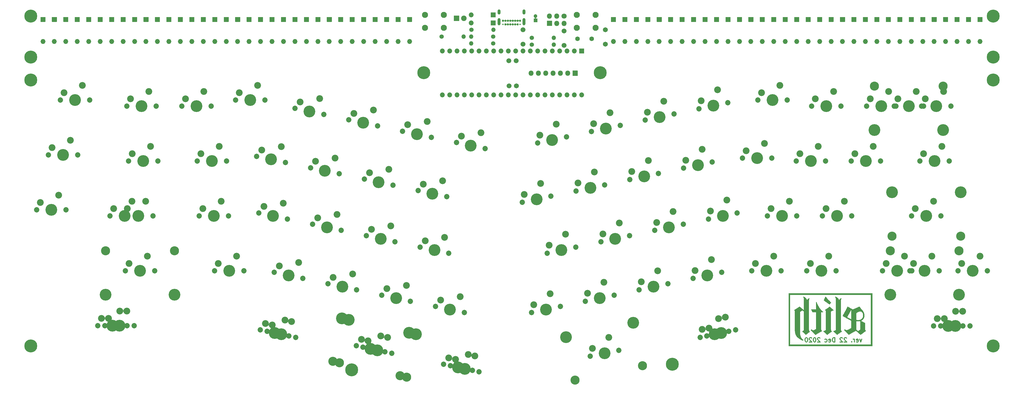
<source format=gbr>
G04 #@! TF.GenerationSoftware,KiCad,Pcbnew,(5.1.10)-1*
G04 #@! TF.CreationDate,2021-09-02T21:34:46+08:00*
G04 #@! TF.ProjectId,AELITH,41454c49-5448-42e6-9b69-6361645f7063,rev?*
G04 #@! TF.SameCoordinates,Original*
G04 #@! TF.FileFunction,Soldermask,Bot*
G04 #@! TF.FilePolarity,Negative*
%FSLAX46Y46*%
G04 Gerber Fmt 4.6, Leading zero omitted, Abs format (unit mm)*
G04 Created by KiCad (PCBNEW (5.1.10)-1) date 2021-09-02 21:34:46*
%MOMM*%
%LPD*%
G01*
G04 APERTURE LIST*
%ADD10C,0.375000*%
%ADD11C,0.100000*%
%ADD12C,0.010000*%
%ADD13O,1.502000X1.502000*%
%ADD14C,1.502000*%
%ADD15C,1.702000*%
%ADD16C,0.752000*%
%ADD17C,0.502000*%
%ADD18O,1.002000X2.502000*%
%ADD19O,1.002000X1.802000*%
%ADD20O,1.802000X1.802000*%
%ADD21O,1.702000X1.702000*%
%ADD22C,1.802000*%
%ADD23C,1.902000*%
%ADD24C,1.302000*%
%ADD25C,4.502000*%
%ADD26C,0.802000*%
%ADD27C,1.602000*%
%ADD28C,2.102000*%
%ADD29C,2.352000*%
%ADD30C,4.089800*%
%ADD31C,1.852000*%
%ADD32C,3.150000*%
%ADD33C,1.000000*%
G04 APERTURE END LIST*
D10*
X272591964Y-82990571D02*
X272234821Y-83990571D01*
X271877678Y-82990571D01*
X270734821Y-83919142D02*
X270877678Y-83990571D01*
X271163392Y-83990571D01*
X271306250Y-83919142D01*
X271377678Y-83776285D01*
X271377678Y-83204857D01*
X271306250Y-83062000D01*
X271163392Y-82990571D01*
X270877678Y-82990571D01*
X270734821Y-83062000D01*
X270663392Y-83204857D01*
X270663392Y-83347714D01*
X271377678Y-83490571D01*
X270020535Y-83990571D02*
X270020535Y-82990571D01*
X270020535Y-83276285D02*
X269949107Y-83133428D01*
X269877678Y-83062000D01*
X269734821Y-82990571D01*
X269591964Y-82990571D01*
X269091964Y-83847714D02*
X269020535Y-83919142D01*
X269091964Y-83990571D01*
X269163392Y-83919142D01*
X269091964Y-83847714D01*
X269091964Y-83990571D01*
X267306250Y-82633428D02*
X267234821Y-82562000D01*
X267091964Y-82490571D01*
X266734821Y-82490571D01*
X266591964Y-82562000D01*
X266520535Y-82633428D01*
X266449107Y-82776285D01*
X266449107Y-82919142D01*
X266520535Y-83133428D01*
X267377678Y-83990571D01*
X266449107Y-83990571D01*
X265877678Y-82633428D02*
X265806250Y-82562000D01*
X265663392Y-82490571D01*
X265306250Y-82490571D01*
X265163392Y-82562000D01*
X265091964Y-82633428D01*
X265020535Y-82776285D01*
X265020535Y-82919142D01*
X265091964Y-83133428D01*
X265949107Y-83990571D01*
X265020535Y-83990571D01*
X263234821Y-83990571D02*
X263234821Y-82490571D01*
X262877678Y-82490571D01*
X262663392Y-82562000D01*
X262520535Y-82704857D01*
X262449107Y-82847714D01*
X262377678Y-83133428D01*
X262377678Y-83347714D01*
X262449107Y-83633428D01*
X262520535Y-83776285D01*
X262663392Y-83919142D01*
X262877678Y-83990571D01*
X263234821Y-83990571D01*
X261163392Y-83919142D02*
X261306250Y-83990571D01*
X261591964Y-83990571D01*
X261734821Y-83919142D01*
X261806250Y-83776285D01*
X261806250Y-83204857D01*
X261734821Y-83062000D01*
X261591964Y-82990571D01*
X261306250Y-82990571D01*
X261163392Y-83062000D01*
X261091964Y-83204857D01*
X261091964Y-83347714D01*
X261806250Y-83490571D01*
X259806250Y-83919142D02*
X259949107Y-83990571D01*
X260234821Y-83990571D01*
X260377678Y-83919142D01*
X260449107Y-83847714D01*
X260520535Y-83704857D01*
X260520535Y-83276285D01*
X260449107Y-83133428D01*
X260377678Y-83062000D01*
X260234821Y-82990571D01*
X259949107Y-82990571D01*
X259806250Y-83062000D01*
X258091964Y-82633428D02*
X258020535Y-82562000D01*
X257877678Y-82490571D01*
X257520535Y-82490571D01*
X257377678Y-82562000D01*
X257306250Y-82633428D01*
X257234821Y-82776285D01*
X257234821Y-82919142D01*
X257306250Y-83133428D01*
X258163392Y-83990571D01*
X257234821Y-83990571D01*
X256306250Y-82490571D02*
X256163392Y-82490571D01*
X256020535Y-82562000D01*
X255949107Y-82633428D01*
X255877678Y-82776285D01*
X255806250Y-83062000D01*
X255806250Y-83419142D01*
X255877678Y-83704857D01*
X255949107Y-83847714D01*
X256020535Y-83919142D01*
X256163392Y-83990571D01*
X256306250Y-83990571D01*
X256449107Y-83919142D01*
X256520535Y-83847714D01*
X256591964Y-83704857D01*
X256663392Y-83419142D01*
X256663392Y-83062000D01*
X256591964Y-82776285D01*
X256520535Y-82633428D01*
X256449107Y-82562000D01*
X256306250Y-82490571D01*
X255234821Y-82633428D02*
X255163392Y-82562000D01*
X255020535Y-82490571D01*
X254663392Y-82490571D01*
X254520535Y-82562000D01*
X254449107Y-82633428D01*
X254377678Y-82776285D01*
X254377678Y-82919142D01*
X254449107Y-83133428D01*
X255306250Y-83990571D01*
X254377678Y-83990571D01*
X253449107Y-82490571D02*
X253306250Y-82490571D01*
X253163392Y-82562000D01*
X253091964Y-82633428D01*
X253020535Y-82776285D01*
X252949107Y-83062000D01*
X252949107Y-83419142D01*
X253020535Y-83704857D01*
X253091964Y-83847714D01*
X253163392Y-83919142D01*
X253306250Y-83990571D01*
X253449107Y-83990571D01*
X253591964Y-83919142D01*
X253663392Y-83847714D01*
X253734821Y-83704857D01*
X253806250Y-83419142D01*
X253806250Y-83062000D01*
X253734821Y-82776285D01*
X253663392Y-82633428D01*
X253591964Y-82562000D01*
X253449107Y-82490571D01*
D11*
G36*
X276209125Y-85344000D02*
G01*
X247253125Y-85344000D01*
X247253125Y-67564000D01*
X247650000Y-67564000D01*
X247650000Y-84836000D01*
X275701125Y-84836000D01*
X275701125Y-67564000D01*
X247650000Y-67564000D01*
X247253125Y-67564000D01*
X247253125Y-67056000D01*
X276209125Y-67056000D01*
X276209125Y-85344000D01*
G37*
X276209125Y-85344000D02*
X247253125Y-85344000D01*
X247253125Y-67564000D01*
X247650000Y-67564000D01*
X247650000Y-84836000D01*
X275701125Y-84836000D01*
X275701125Y-67564000D01*
X247650000Y-67564000D01*
X247253125Y-67564000D01*
X247253125Y-67056000D01*
X276209125Y-67056000D01*
X276209125Y-85344000D01*
D12*
G36*
X252281199Y-68231901D02*
G01*
X252270342Y-68239028D01*
X252261504Y-68244828D01*
X252256244Y-68248278D01*
X252255668Y-68248655D01*
X252256201Y-68252038D01*
X252259709Y-68260061D01*
X252265694Y-68271732D01*
X252273657Y-68286061D01*
X252279827Y-68296617D01*
X252318193Y-68364834D01*
X252352791Y-68434493D01*
X252383736Y-68506054D01*
X252411147Y-68579976D01*
X252435139Y-68656718D01*
X252455832Y-68736739D01*
X252473341Y-68820496D01*
X252487783Y-68908450D01*
X252499277Y-69001059D01*
X252507938Y-69098782D01*
X252513885Y-69202078D01*
X252514457Y-69215744D01*
X252514714Y-69225574D01*
X252514963Y-69241950D01*
X252515201Y-69264800D01*
X252515431Y-69294053D01*
X252515650Y-69329641D01*
X252515860Y-69371491D01*
X252516060Y-69419533D01*
X252516249Y-69473697D01*
X252516428Y-69533912D01*
X252516597Y-69600109D01*
X252516756Y-69672215D01*
X252516904Y-69750161D01*
X252517041Y-69833877D01*
X252517168Y-69923291D01*
X252517283Y-70018334D01*
X252517387Y-70118934D01*
X252517481Y-70225021D01*
X252517562Y-70336525D01*
X252517633Y-70453375D01*
X252517692Y-70575501D01*
X252517739Y-70702832D01*
X252517774Y-70835297D01*
X252517798Y-70972827D01*
X252517809Y-71115350D01*
X252517810Y-71146743D01*
X252517811Y-71279059D01*
X252517811Y-71404920D01*
X252517809Y-71524487D01*
X252517804Y-71637920D01*
X252517796Y-71745380D01*
X252517784Y-71847028D01*
X252517768Y-71943024D01*
X252517747Y-72033528D01*
X252517721Y-72118703D01*
X252517690Y-72198707D01*
X252517651Y-72273702D01*
X252517607Y-72343849D01*
X252517555Y-72409307D01*
X252517495Y-72470238D01*
X252517427Y-72526802D01*
X252517350Y-72579160D01*
X252517264Y-72627472D01*
X252517169Y-72671900D01*
X252517063Y-72712603D01*
X252516946Y-72749742D01*
X252516818Y-72783478D01*
X252516678Y-72813972D01*
X252516526Y-72841383D01*
X252516362Y-72865874D01*
X252516184Y-72887603D01*
X252515992Y-72906733D01*
X252515786Y-72923423D01*
X252515566Y-72937834D01*
X252515330Y-72950127D01*
X252515078Y-72960463D01*
X252514810Y-72969001D01*
X252514526Y-72975904D01*
X252514224Y-72981330D01*
X252513904Y-72985441D01*
X252513566Y-72988398D01*
X252513209Y-72990361D01*
X252512834Y-72991490D01*
X252512438Y-72991947D01*
X252512055Y-72991911D01*
X252507468Y-72988734D01*
X252498292Y-72981780D01*
X252485049Y-72971470D01*
X252468260Y-72958226D01*
X252448448Y-72942470D01*
X252426137Y-72924621D01*
X252401847Y-72905102D01*
X252376103Y-72884335D01*
X252349425Y-72862740D01*
X252322338Y-72840738D01*
X252295362Y-72818752D01*
X252269021Y-72797203D01*
X252243837Y-72776511D01*
X252220333Y-72757098D01*
X252201895Y-72741776D01*
X252162420Y-72708763D01*
X252121941Y-72674715D01*
X252080206Y-72639412D01*
X252036962Y-72602636D01*
X251991955Y-72564166D01*
X251944934Y-72523783D01*
X251895644Y-72481267D01*
X251843834Y-72436400D01*
X251789250Y-72388960D01*
X251731639Y-72338729D01*
X251670749Y-72285488D01*
X251606327Y-72229015D01*
X251538120Y-72169093D01*
X251465875Y-72105502D01*
X251389339Y-72038021D01*
X251308260Y-71966432D01*
X251269178Y-71931893D01*
X251233691Y-71900521D01*
X251199505Y-71870298D01*
X251166960Y-71841522D01*
X251136393Y-71814493D01*
X251108141Y-71789510D01*
X251082543Y-71766870D01*
X251059936Y-71746874D01*
X251040658Y-71729819D01*
X251025048Y-71716005D01*
X251013443Y-71705731D01*
X251006180Y-71699295D01*
X251003706Y-71697094D01*
X250996237Y-71690370D01*
X250987167Y-71697012D01*
X250975562Y-71705346D01*
X250959134Y-71716904D01*
X250938555Y-71731226D01*
X250914498Y-71747852D01*
X250887635Y-71766323D01*
X250858638Y-71786179D01*
X250828179Y-71806962D01*
X250796932Y-71828211D01*
X250765567Y-71849467D01*
X250734759Y-71870271D01*
X250705178Y-71890163D01*
X250677498Y-71908683D01*
X250675596Y-71909951D01*
X250641387Y-71932729D01*
X250607878Y-71954974D01*
X250574726Y-71976906D01*
X250541588Y-71998746D01*
X250508123Y-72020714D01*
X250473987Y-72043031D01*
X250438839Y-72065916D01*
X250402336Y-72089590D01*
X250364135Y-72114274D01*
X250323895Y-72140188D01*
X250281273Y-72167551D01*
X250235926Y-72196586D01*
X250187513Y-72227511D01*
X250135690Y-72260547D01*
X250080116Y-72295914D01*
X250020447Y-72333834D01*
X249956343Y-72374525D01*
X249887459Y-72418210D01*
X249813455Y-72465107D01*
X249782357Y-72484805D01*
X249738155Y-72512809D01*
X249693740Y-72540962D01*
X249649647Y-72568925D01*
X249606409Y-72596359D01*
X249564559Y-72622925D01*
X249524633Y-72648283D01*
X249487164Y-72672095D01*
X249452685Y-72694020D01*
X249421732Y-72713721D01*
X249394838Y-72730857D01*
X249372536Y-72745089D01*
X249357314Y-72754826D01*
X249330988Y-72771695D01*
X249304531Y-72788645D01*
X249278902Y-72805061D01*
X249255060Y-72820331D01*
X249233964Y-72833838D01*
X249216575Y-72844969D01*
X249204434Y-72852737D01*
X249160709Y-72880700D01*
X249160563Y-72933624D01*
X249180741Y-72946626D01*
X249200447Y-72961032D01*
X249221837Y-72979591D01*
X249243284Y-73000732D01*
X249263159Y-73022880D01*
X249274666Y-73037343D01*
X249300447Y-73076645D01*
X249322830Y-73121346D01*
X249341834Y-73171509D01*
X249357479Y-73227193D01*
X249369781Y-73288462D01*
X249378761Y-73355375D01*
X249381942Y-73390089D01*
X249383418Y-73408038D01*
X249384941Y-73425222D01*
X249386334Y-73439704D01*
X249387416Y-73449548D01*
X249387427Y-73449628D01*
X249387522Y-73453653D01*
X249387621Y-73464153D01*
X249387724Y-73480987D01*
X249387830Y-73504016D01*
X249387938Y-73533098D01*
X249388050Y-73568092D01*
X249388164Y-73608860D01*
X249388280Y-73655260D01*
X249388399Y-73707151D01*
X249388519Y-73764393D01*
X249388641Y-73826846D01*
X249388765Y-73894370D01*
X249388891Y-73966823D01*
X249389018Y-74044065D01*
X249389145Y-74125956D01*
X249389274Y-74212355D01*
X249389404Y-74303122D01*
X249389534Y-74398117D01*
X249389664Y-74497198D01*
X249389795Y-74600226D01*
X249389925Y-74707060D01*
X249390055Y-74817559D01*
X249390185Y-74931583D01*
X249390314Y-75048991D01*
X249390443Y-75169644D01*
X249390571Y-75293400D01*
X249390697Y-75420119D01*
X249390822Y-75549661D01*
X249390946Y-75681885D01*
X249391068Y-75816651D01*
X249391188Y-75953817D01*
X249391306Y-76093245D01*
X249391421Y-76234792D01*
X249391535Y-76378319D01*
X249391645Y-76523686D01*
X249391753Y-76670751D01*
X249391843Y-76797043D01*
X249391978Y-76988030D01*
X249392112Y-77172486D01*
X249392246Y-77350497D01*
X249392380Y-77522149D01*
X249392514Y-77687526D01*
X249392648Y-77846713D01*
X249392783Y-77999797D01*
X249392917Y-78146862D01*
X249393053Y-78287993D01*
X249393189Y-78423276D01*
X249393326Y-78552796D01*
X249393464Y-78676638D01*
X249393604Y-78794887D01*
X249393745Y-78907629D01*
X249393887Y-79014949D01*
X249394031Y-79116932D01*
X249394177Y-79213663D01*
X249394325Y-79305228D01*
X249394475Y-79391711D01*
X249394628Y-79473199D01*
X249394782Y-79549776D01*
X249394940Y-79621527D01*
X249395100Y-79688538D01*
X249395263Y-79750894D01*
X249395430Y-79808680D01*
X249395599Y-79861982D01*
X249395772Y-79910884D01*
X249395949Y-79955472D01*
X249396129Y-79995831D01*
X249396313Y-80032047D01*
X249396502Y-80064204D01*
X249396694Y-80092388D01*
X249396891Y-80116684D01*
X249397092Y-80137178D01*
X249397298Y-80153954D01*
X249397508Y-80167098D01*
X249397724Y-80176694D01*
X249397945Y-80182829D01*
X249398022Y-80184151D01*
X249402467Y-80247042D01*
X249406786Y-80304145D01*
X249411056Y-80356284D01*
X249415359Y-80404284D01*
X249419772Y-80448968D01*
X249424375Y-80491162D01*
X249429248Y-80531689D01*
X249434468Y-80571374D01*
X249436977Y-80589347D01*
X249459597Y-80730403D01*
X249486796Y-80866885D01*
X249518675Y-80999087D01*
X249555336Y-81127306D01*
X249596882Y-81251837D01*
X249643412Y-81372975D01*
X249695030Y-81491016D01*
X249751836Y-81606256D01*
X249813933Y-81718990D01*
X249841361Y-81765242D01*
X249911847Y-81875492D01*
X249988594Y-81983830D01*
X250071496Y-82090138D01*
X250160447Y-82194298D01*
X250255339Y-82296191D01*
X250356068Y-82395699D01*
X250462525Y-82492703D01*
X250574605Y-82587085D01*
X250592749Y-82601691D01*
X250706279Y-82689487D01*
X250825040Y-82775352D01*
X250949191Y-82859380D01*
X251078889Y-82941664D01*
X251214293Y-83022299D01*
X251355561Y-83101378D01*
X251502851Y-83178996D01*
X251656321Y-83255246D01*
X251816128Y-83330222D01*
X251831491Y-83337212D01*
X251859959Y-83350060D01*
X251888793Y-83362943D01*
X251917332Y-83375576D01*
X251944917Y-83387676D01*
X251970886Y-83398957D01*
X251994580Y-83409137D01*
X252015338Y-83417930D01*
X252032501Y-83425053D01*
X252045407Y-83430221D01*
X252053397Y-83433151D01*
X252055695Y-83433718D01*
X252059492Y-83432372D01*
X252068698Y-83428636D01*
X252082669Y-83422783D01*
X252100759Y-83415091D01*
X252122324Y-83405833D01*
X252146718Y-83395284D01*
X252173296Y-83383721D01*
X252189454Y-83376660D01*
X252216822Y-83364624D01*
X252242191Y-83353356D01*
X252264945Y-83343140D01*
X252284467Y-83334257D01*
X252300141Y-83326989D01*
X252311350Y-83321618D01*
X252317476Y-83318427D01*
X252318456Y-83317675D01*
X252315816Y-83315045D01*
X252308764Y-83308788D01*
X252297988Y-83299490D01*
X252284174Y-83287740D01*
X252268008Y-83274127D01*
X252252827Y-83261443D01*
X252146010Y-83169871D01*
X252045616Y-83078274D01*
X251951459Y-82986349D01*
X251863352Y-82893793D01*
X251781109Y-82800303D01*
X251704543Y-82705575D01*
X251633468Y-82609307D01*
X251567698Y-82511196D01*
X251507045Y-82410938D01*
X251451323Y-82308230D01*
X251400347Y-82202770D01*
X251353929Y-82094254D01*
X251311883Y-81982380D01*
X251274023Y-81866843D01*
X251240162Y-81747342D01*
X251210114Y-81623572D01*
X251191756Y-81536779D01*
X251180338Y-81477573D01*
X251169867Y-81418934D01*
X251160270Y-81360207D01*
X251151474Y-81300735D01*
X251143406Y-81239861D01*
X251135993Y-81176929D01*
X251129161Y-81111282D01*
X251122839Y-81042264D01*
X251116952Y-80969218D01*
X251111429Y-80891488D01*
X251106195Y-80808418D01*
X251101479Y-80724964D01*
X251101266Y-80719204D01*
X251101059Y-80709907D01*
X251100857Y-80696992D01*
X251100662Y-80680380D01*
X251100471Y-80659989D01*
X251100287Y-80635739D01*
X251100108Y-80607551D01*
X251099934Y-80575344D01*
X251099765Y-80539038D01*
X251099601Y-80498552D01*
X251099442Y-80453806D01*
X251099288Y-80404721D01*
X251099139Y-80351215D01*
X251098994Y-80293209D01*
X251098854Y-80230623D01*
X251098718Y-80163375D01*
X251098586Y-80091386D01*
X251098459Y-80014575D01*
X251098335Y-79932863D01*
X251098216Y-79846169D01*
X251098101Y-79754413D01*
X251097989Y-79657514D01*
X251097881Y-79555392D01*
X251097776Y-79447968D01*
X251097675Y-79335160D01*
X251097577Y-79216889D01*
X251097482Y-79093074D01*
X251097390Y-78963635D01*
X251097302Y-78828492D01*
X251097216Y-78687564D01*
X251097133Y-78540772D01*
X251097052Y-78388035D01*
X251096974Y-78229272D01*
X251096899Y-78064404D01*
X251096826Y-77893350D01*
X251096755Y-77716031D01*
X251096686Y-77532365D01*
X251096619Y-77342272D01*
X251096554Y-77145673D01*
X251096532Y-77074371D01*
X251095410Y-73494895D01*
X251159140Y-73453748D01*
X251178007Y-73441649D01*
X251198681Y-73428556D01*
X251221488Y-73414271D01*
X251246756Y-73398595D01*
X251274811Y-73381329D01*
X251305979Y-73362274D01*
X251340588Y-73341233D01*
X251378965Y-73318006D01*
X251421435Y-73292394D01*
X251468326Y-73264199D01*
X251519965Y-73233222D01*
X251576677Y-73199265D01*
X251633027Y-73165573D01*
X251669459Y-73143780D01*
X251705917Y-73121929D01*
X251741740Y-73100419D01*
X251776269Y-73079647D01*
X251808843Y-73060012D01*
X251838803Y-73041913D01*
X251865488Y-73025746D01*
X251888239Y-73011910D01*
X251906395Y-73000804D01*
X251915411Y-72995243D01*
X251934926Y-72983318D01*
X251952737Y-72972765D01*
X251968036Y-72964037D01*
X251980015Y-72957586D01*
X251987866Y-72953864D01*
X251990636Y-72953156D01*
X251993826Y-72955396D01*
X252001870Y-72961437D01*
X252014411Y-72971002D01*
X252031093Y-72983817D01*
X252051560Y-72999606D01*
X252075455Y-73018092D01*
X252102423Y-73039000D01*
X252132106Y-73062053D01*
X252164149Y-73086977D01*
X252198195Y-73113495D01*
X252233889Y-73141331D01*
X252256508Y-73158989D01*
X252517843Y-73363081D01*
X252517843Y-79894139D01*
X252495516Y-79914684D01*
X252477624Y-79930726D01*
X252457694Y-79947765D01*
X252435429Y-79966017D01*
X252410533Y-79985699D01*
X252382709Y-80007029D01*
X252351662Y-80030224D01*
X252317094Y-80055499D01*
X252278709Y-80083072D01*
X252236212Y-80113161D01*
X252189305Y-80145981D01*
X252137693Y-80181749D01*
X252081079Y-80220684D01*
X252025657Y-80258575D01*
X251955337Y-80306537D01*
X251956261Y-80325025D01*
X251957184Y-80343513D01*
X252101070Y-80467044D01*
X252201039Y-80553167D01*
X252296005Y-80635597D01*
X252386266Y-80714600D01*
X252472119Y-80790439D01*
X252553860Y-80863382D01*
X252631789Y-80933694D01*
X252706201Y-81001640D01*
X252777394Y-81067486D01*
X252845666Y-81131498D01*
X252858538Y-81143670D01*
X252879903Y-81164067D01*
X252903777Y-81187149D01*
X252929509Y-81212265D01*
X252956447Y-81238762D01*
X252983941Y-81265989D01*
X253011338Y-81293295D01*
X253037987Y-81320028D01*
X253063237Y-81345535D01*
X253086436Y-81369165D01*
X253106933Y-81390267D01*
X253124075Y-81408189D01*
X253137213Y-81422278D01*
X253138938Y-81424176D01*
X253162546Y-81450266D01*
X253191640Y-81426421D01*
X253260829Y-81370011D01*
X253332995Y-81311740D01*
X253407646Y-81251982D01*
X253484290Y-81191115D01*
X253562436Y-81129515D01*
X253641592Y-81067560D01*
X253721265Y-81005625D01*
X253800965Y-80944089D01*
X253880199Y-80883326D01*
X253958476Y-80823714D01*
X254035304Y-80765631D01*
X254110191Y-80709451D01*
X254182646Y-80655553D01*
X254252176Y-80604313D01*
X254318290Y-80556108D01*
X254380496Y-80511314D01*
X254438302Y-80470307D01*
X254455198Y-80458462D01*
X254502189Y-80425615D01*
X254502333Y-80390716D01*
X254502476Y-80355817D01*
X254488325Y-80348942D01*
X254473622Y-80340473D01*
X254456138Y-80328332D01*
X254437479Y-80313792D01*
X254419256Y-80298131D01*
X254403076Y-80282624D01*
X254398178Y-80277451D01*
X254367756Y-80240182D01*
X254340307Y-80197848D01*
X254315796Y-80150336D01*
X254294192Y-80097535D01*
X254275460Y-80039333D01*
X254259569Y-79975616D01*
X254246485Y-79906274D01*
X254236176Y-79831192D01*
X254228608Y-79750260D01*
X254224743Y-79686339D01*
X254224600Y-79680004D01*
X254224459Y-79667194D01*
X254224321Y-79648048D01*
X254224186Y-79622705D01*
X254224055Y-79591305D01*
X254223926Y-79553989D01*
X254223800Y-79510895D01*
X254223677Y-79462163D01*
X254223558Y-79407933D01*
X254223441Y-79348344D01*
X254223327Y-79283537D01*
X254223216Y-79213651D01*
X254223109Y-79138825D01*
X254223004Y-79059200D01*
X254222902Y-78974914D01*
X254222804Y-78886108D01*
X254222708Y-78792922D01*
X254222616Y-78695494D01*
X254222526Y-78593965D01*
X254222439Y-78488474D01*
X254222356Y-78379161D01*
X254222275Y-78266166D01*
X254222198Y-78149627D01*
X254222123Y-78029686D01*
X254222052Y-77906482D01*
X254221984Y-77780153D01*
X254221918Y-77650841D01*
X254221856Y-77518684D01*
X254221797Y-77383822D01*
X254221741Y-77246396D01*
X254221687Y-77106544D01*
X254221637Y-76964406D01*
X254221590Y-76820122D01*
X254221546Y-76673832D01*
X254221505Y-76525675D01*
X254221467Y-76375791D01*
X254221432Y-76224320D01*
X254221400Y-76071401D01*
X254221372Y-75917174D01*
X254221346Y-75761779D01*
X254221323Y-75605354D01*
X254221304Y-75448041D01*
X254221287Y-75289979D01*
X254221274Y-75131306D01*
X254221263Y-74972164D01*
X254221256Y-74812692D01*
X254221252Y-74653028D01*
X254221250Y-74493314D01*
X254221252Y-74333688D01*
X254221257Y-74174291D01*
X254221265Y-74015261D01*
X254221276Y-73856739D01*
X254221290Y-73698865D01*
X254221308Y-73541777D01*
X254221328Y-73385616D01*
X254221351Y-73230522D01*
X254221378Y-73076633D01*
X254221407Y-72924090D01*
X254221440Y-72773033D01*
X254221476Y-72623600D01*
X254221515Y-72475932D01*
X254221556Y-72330169D01*
X254221602Y-72186449D01*
X254221650Y-72044913D01*
X254221701Y-71905701D01*
X254221755Y-71768951D01*
X254221813Y-71634804D01*
X254221873Y-71503400D01*
X254221937Y-71374877D01*
X254222003Y-71249376D01*
X254222073Y-71127037D01*
X254222146Y-71007998D01*
X254222222Y-70892400D01*
X254222301Y-70780383D01*
X254222384Y-70672085D01*
X254222469Y-70567647D01*
X254222558Y-70467209D01*
X254222649Y-70370910D01*
X254222744Y-70278889D01*
X254222842Y-70191286D01*
X254222943Y-70108242D01*
X254223047Y-70029896D01*
X254223154Y-69956386D01*
X254223265Y-69887854D01*
X254223378Y-69824438D01*
X254223495Y-69766279D01*
X254223614Y-69713516D01*
X254223737Y-69666289D01*
X254223863Y-69624737D01*
X254223993Y-69589000D01*
X254224125Y-69559218D01*
X254224260Y-69535530D01*
X254224399Y-69518076D01*
X254224541Y-69506996D01*
X254224625Y-69503516D01*
X254227949Y-69429198D01*
X254232354Y-69360815D01*
X254237928Y-69297759D01*
X254244761Y-69239423D01*
X254252942Y-69185201D01*
X254262559Y-69134487D01*
X254273702Y-69086673D01*
X254286459Y-69041153D01*
X254297413Y-69007357D01*
X254307684Y-68979986D01*
X254320270Y-68950430D01*
X254334269Y-68920566D01*
X254348778Y-68892271D01*
X254362896Y-68867425D01*
X254370232Y-68855811D01*
X254377532Y-68844523D01*
X254383023Y-68835494D01*
X254385960Y-68829983D01*
X254386212Y-68828904D01*
X254381759Y-68826140D01*
X254373010Y-68821572D01*
X254361545Y-68815942D01*
X254348947Y-68809989D01*
X254336795Y-68804456D01*
X254326672Y-68800083D01*
X254320158Y-68797611D01*
X254318820Y-68797317D01*
X254313677Y-68798425D01*
X254303934Y-68801414D01*
X254291161Y-68805779D01*
X254281542Y-68809278D01*
X254223009Y-68833972D01*
X254163597Y-68864587D01*
X254103959Y-68900609D01*
X254044750Y-68941522D01*
X253986622Y-68986813D01*
X253930228Y-69035966D01*
X253876222Y-69088467D01*
X253825258Y-69143802D01*
X253777989Y-69201456D01*
X253769625Y-69212436D01*
X253739568Y-69254508D01*
X253711080Y-69298544D01*
X253684951Y-69343158D01*
X253661974Y-69386966D01*
X253642942Y-69428583D01*
X253635738Y-69446586D01*
X253624793Y-69475400D01*
X253594157Y-69475400D01*
X253571540Y-69426611D01*
X253516884Y-69313251D01*
X253460892Y-69206210D01*
X253403389Y-69105295D01*
X253344200Y-69010312D01*
X253283151Y-68921070D01*
X253220066Y-68837373D01*
X253154772Y-68759029D01*
X253087093Y-68685845D01*
X253016855Y-68617627D01*
X252943882Y-68554182D01*
X252868002Y-68495316D01*
X252789038Y-68440837D01*
X252706815Y-68390551D01*
X252621161Y-68344265D01*
X252571305Y-68319866D01*
X252541713Y-68306440D01*
X252507614Y-68291871D01*
X252470847Y-68276888D01*
X252433249Y-68262218D01*
X252396661Y-68248589D01*
X252362919Y-68236728D01*
X252351989Y-68233085D01*
X252303560Y-68217220D01*
X252281199Y-68231901D01*
G37*
X252281199Y-68231901D02*
X252270342Y-68239028D01*
X252261504Y-68244828D01*
X252256244Y-68248278D01*
X252255668Y-68248655D01*
X252256201Y-68252038D01*
X252259709Y-68260061D01*
X252265694Y-68271732D01*
X252273657Y-68286061D01*
X252279827Y-68296617D01*
X252318193Y-68364834D01*
X252352791Y-68434493D01*
X252383736Y-68506054D01*
X252411147Y-68579976D01*
X252435139Y-68656718D01*
X252455832Y-68736739D01*
X252473341Y-68820496D01*
X252487783Y-68908450D01*
X252499277Y-69001059D01*
X252507938Y-69098782D01*
X252513885Y-69202078D01*
X252514457Y-69215744D01*
X252514714Y-69225574D01*
X252514963Y-69241950D01*
X252515201Y-69264800D01*
X252515431Y-69294053D01*
X252515650Y-69329641D01*
X252515860Y-69371491D01*
X252516060Y-69419533D01*
X252516249Y-69473697D01*
X252516428Y-69533912D01*
X252516597Y-69600109D01*
X252516756Y-69672215D01*
X252516904Y-69750161D01*
X252517041Y-69833877D01*
X252517168Y-69923291D01*
X252517283Y-70018334D01*
X252517387Y-70118934D01*
X252517481Y-70225021D01*
X252517562Y-70336525D01*
X252517633Y-70453375D01*
X252517692Y-70575501D01*
X252517739Y-70702832D01*
X252517774Y-70835297D01*
X252517798Y-70972827D01*
X252517809Y-71115350D01*
X252517810Y-71146743D01*
X252517811Y-71279059D01*
X252517811Y-71404920D01*
X252517809Y-71524487D01*
X252517804Y-71637920D01*
X252517796Y-71745380D01*
X252517784Y-71847028D01*
X252517768Y-71943024D01*
X252517747Y-72033528D01*
X252517721Y-72118703D01*
X252517690Y-72198707D01*
X252517651Y-72273702D01*
X252517607Y-72343849D01*
X252517555Y-72409307D01*
X252517495Y-72470238D01*
X252517427Y-72526802D01*
X252517350Y-72579160D01*
X252517264Y-72627472D01*
X252517169Y-72671900D01*
X252517063Y-72712603D01*
X252516946Y-72749742D01*
X252516818Y-72783478D01*
X252516678Y-72813972D01*
X252516526Y-72841383D01*
X252516362Y-72865874D01*
X252516184Y-72887603D01*
X252515992Y-72906733D01*
X252515786Y-72923423D01*
X252515566Y-72937834D01*
X252515330Y-72950127D01*
X252515078Y-72960463D01*
X252514810Y-72969001D01*
X252514526Y-72975904D01*
X252514224Y-72981330D01*
X252513904Y-72985441D01*
X252513566Y-72988398D01*
X252513209Y-72990361D01*
X252512834Y-72991490D01*
X252512438Y-72991947D01*
X252512055Y-72991911D01*
X252507468Y-72988734D01*
X252498292Y-72981780D01*
X252485049Y-72971470D01*
X252468260Y-72958226D01*
X252448448Y-72942470D01*
X252426137Y-72924621D01*
X252401847Y-72905102D01*
X252376103Y-72884335D01*
X252349425Y-72862740D01*
X252322338Y-72840738D01*
X252295362Y-72818752D01*
X252269021Y-72797203D01*
X252243837Y-72776511D01*
X252220333Y-72757098D01*
X252201895Y-72741776D01*
X252162420Y-72708763D01*
X252121941Y-72674715D01*
X252080206Y-72639412D01*
X252036962Y-72602636D01*
X251991955Y-72564166D01*
X251944934Y-72523783D01*
X251895644Y-72481267D01*
X251843834Y-72436400D01*
X251789250Y-72388960D01*
X251731639Y-72338729D01*
X251670749Y-72285488D01*
X251606327Y-72229015D01*
X251538120Y-72169093D01*
X251465875Y-72105502D01*
X251389339Y-72038021D01*
X251308260Y-71966432D01*
X251269178Y-71931893D01*
X251233691Y-71900521D01*
X251199505Y-71870298D01*
X251166960Y-71841522D01*
X251136393Y-71814493D01*
X251108141Y-71789510D01*
X251082543Y-71766870D01*
X251059936Y-71746874D01*
X251040658Y-71729819D01*
X251025048Y-71716005D01*
X251013443Y-71705731D01*
X251006180Y-71699295D01*
X251003706Y-71697094D01*
X250996237Y-71690370D01*
X250987167Y-71697012D01*
X250975562Y-71705346D01*
X250959134Y-71716904D01*
X250938555Y-71731226D01*
X250914498Y-71747852D01*
X250887635Y-71766323D01*
X250858638Y-71786179D01*
X250828179Y-71806962D01*
X250796932Y-71828211D01*
X250765567Y-71849467D01*
X250734759Y-71870271D01*
X250705178Y-71890163D01*
X250677498Y-71908683D01*
X250675596Y-71909951D01*
X250641387Y-71932729D01*
X250607878Y-71954974D01*
X250574726Y-71976906D01*
X250541588Y-71998746D01*
X250508123Y-72020714D01*
X250473987Y-72043031D01*
X250438839Y-72065916D01*
X250402336Y-72089590D01*
X250364135Y-72114274D01*
X250323895Y-72140188D01*
X250281273Y-72167551D01*
X250235926Y-72196586D01*
X250187513Y-72227511D01*
X250135690Y-72260547D01*
X250080116Y-72295914D01*
X250020447Y-72333834D01*
X249956343Y-72374525D01*
X249887459Y-72418210D01*
X249813455Y-72465107D01*
X249782357Y-72484805D01*
X249738155Y-72512809D01*
X249693740Y-72540962D01*
X249649647Y-72568925D01*
X249606409Y-72596359D01*
X249564559Y-72622925D01*
X249524633Y-72648283D01*
X249487164Y-72672095D01*
X249452685Y-72694020D01*
X249421732Y-72713721D01*
X249394838Y-72730857D01*
X249372536Y-72745089D01*
X249357314Y-72754826D01*
X249330988Y-72771695D01*
X249304531Y-72788645D01*
X249278902Y-72805061D01*
X249255060Y-72820331D01*
X249233964Y-72833838D01*
X249216575Y-72844969D01*
X249204434Y-72852737D01*
X249160709Y-72880700D01*
X249160563Y-72933624D01*
X249180741Y-72946626D01*
X249200447Y-72961032D01*
X249221837Y-72979591D01*
X249243284Y-73000732D01*
X249263159Y-73022880D01*
X249274666Y-73037343D01*
X249300447Y-73076645D01*
X249322830Y-73121346D01*
X249341834Y-73171509D01*
X249357479Y-73227193D01*
X249369781Y-73288462D01*
X249378761Y-73355375D01*
X249381942Y-73390089D01*
X249383418Y-73408038D01*
X249384941Y-73425222D01*
X249386334Y-73439704D01*
X249387416Y-73449548D01*
X249387427Y-73449628D01*
X249387522Y-73453653D01*
X249387621Y-73464153D01*
X249387724Y-73480987D01*
X249387830Y-73504016D01*
X249387938Y-73533098D01*
X249388050Y-73568092D01*
X249388164Y-73608860D01*
X249388280Y-73655260D01*
X249388399Y-73707151D01*
X249388519Y-73764393D01*
X249388641Y-73826846D01*
X249388765Y-73894370D01*
X249388891Y-73966823D01*
X249389018Y-74044065D01*
X249389145Y-74125956D01*
X249389274Y-74212355D01*
X249389404Y-74303122D01*
X249389534Y-74398117D01*
X249389664Y-74497198D01*
X249389795Y-74600226D01*
X249389925Y-74707060D01*
X249390055Y-74817559D01*
X249390185Y-74931583D01*
X249390314Y-75048991D01*
X249390443Y-75169644D01*
X249390571Y-75293400D01*
X249390697Y-75420119D01*
X249390822Y-75549661D01*
X249390946Y-75681885D01*
X249391068Y-75816651D01*
X249391188Y-75953817D01*
X249391306Y-76093245D01*
X249391421Y-76234792D01*
X249391535Y-76378319D01*
X249391645Y-76523686D01*
X249391753Y-76670751D01*
X249391843Y-76797043D01*
X249391978Y-76988030D01*
X249392112Y-77172486D01*
X249392246Y-77350497D01*
X249392380Y-77522149D01*
X249392514Y-77687526D01*
X249392648Y-77846713D01*
X249392783Y-77999797D01*
X249392917Y-78146862D01*
X249393053Y-78287993D01*
X249393189Y-78423276D01*
X249393326Y-78552796D01*
X249393464Y-78676638D01*
X249393604Y-78794887D01*
X249393745Y-78907629D01*
X249393887Y-79014949D01*
X249394031Y-79116932D01*
X249394177Y-79213663D01*
X249394325Y-79305228D01*
X249394475Y-79391711D01*
X249394628Y-79473199D01*
X249394782Y-79549776D01*
X249394940Y-79621527D01*
X249395100Y-79688538D01*
X249395263Y-79750894D01*
X249395430Y-79808680D01*
X249395599Y-79861982D01*
X249395772Y-79910884D01*
X249395949Y-79955472D01*
X249396129Y-79995831D01*
X249396313Y-80032047D01*
X249396502Y-80064204D01*
X249396694Y-80092388D01*
X249396891Y-80116684D01*
X249397092Y-80137178D01*
X249397298Y-80153954D01*
X249397508Y-80167098D01*
X249397724Y-80176694D01*
X249397945Y-80182829D01*
X249398022Y-80184151D01*
X249402467Y-80247042D01*
X249406786Y-80304145D01*
X249411056Y-80356284D01*
X249415359Y-80404284D01*
X249419772Y-80448968D01*
X249424375Y-80491162D01*
X249429248Y-80531689D01*
X249434468Y-80571374D01*
X249436977Y-80589347D01*
X249459597Y-80730403D01*
X249486796Y-80866885D01*
X249518675Y-80999087D01*
X249555336Y-81127306D01*
X249596882Y-81251837D01*
X249643412Y-81372975D01*
X249695030Y-81491016D01*
X249751836Y-81606256D01*
X249813933Y-81718990D01*
X249841361Y-81765242D01*
X249911847Y-81875492D01*
X249988594Y-81983830D01*
X250071496Y-82090138D01*
X250160447Y-82194298D01*
X250255339Y-82296191D01*
X250356068Y-82395699D01*
X250462525Y-82492703D01*
X250574605Y-82587085D01*
X250592749Y-82601691D01*
X250706279Y-82689487D01*
X250825040Y-82775352D01*
X250949191Y-82859380D01*
X251078889Y-82941664D01*
X251214293Y-83022299D01*
X251355561Y-83101378D01*
X251502851Y-83178996D01*
X251656321Y-83255246D01*
X251816128Y-83330222D01*
X251831491Y-83337212D01*
X251859959Y-83350060D01*
X251888793Y-83362943D01*
X251917332Y-83375576D01*
X251944917Y-83387676D01*
X251970886Y-83398957D01*
X251994580Y-83409137D01*
X252015338Y-83417930D01*
X252032501Y-83425053D01*
X252045407Y-83430221D01*
X252053397Y-83433151D01*
X252055695Y-83433718D01*
X252059492Y-83432372D01*
X252068698Y-83428636D01*
X252082669Y-83422783D01*
X252100759Y-83415091D01*
X252122324Y-83405833D01*
X252146718Y-83395284D01*
X252173296Y-83383721D01*
X252189454Y-83376660D01*
X252216822Y-83364624D01*
X252242191Y-83353356D01*
X252264945Y-83343140D01*
X252284467Y-83334257D01*
X252300141Y-83326989D01*
X252311350Y-83321618D01*
X252317476Y-83318427D01*
X252318456Y-83317675D01*
X252315816Y-83315045D01*
X252308764Y-83308788D01*
X252297988Y-83299490D01*
X252284174Y-83287740D01*
X252268008Y-83274127D01*
X252252827Y-83261443D01*
X252146010Y-83169871D01*
X252045616Y-83078274D01*
X251951459Y-82986349D01*
X251863352Y-82893793D01*
X251781109Y-82800303D01*
X251704543Y-82705575D01*
X251633468Y-82609307D01*
X251567698Y-82511196D01*
X251507045Y-82410938D01*
X251451323Y-82308230D01*
X251400347Y-82202770D01*
X251353929Y-82094254D01*
X251311883Y-81982380D01*
X251274023Y-81866843D01*
X251240162Y-81747342D01*
X251210114Y-81623572D01*
X251191756Y-81536779D01*
X251180338Y-81477573D01*
X251169867Y-81418934D01*
X251160270Y-81360207D01*
X251151474Y-81300735D01*
X251143406Y-81239861D01*
X251135993Y-81176929D01*
X251129161Y-81111282D01*
X251122839Y-81042264D01*
X251116952Y-80969218D01*
X251111429Y-80891488D01*
X251106195Y-80808418D01*
X251101479Y-80724964D01*
X251101266Y-80719204D01*
X251101059Y-80709907D01*
X251100857Y-80696992D01*
X251100662Y-80680380D01*
X251100471Y-80659989D01*
X251100287Y-80635739D01*
X251100108Y-80607551D01*
X251099934Y-80575344D01*
X251099765Y-80539038D01*
X251099601Y-80498552D01*
X251099442Y-80453806D01*
X251099288Y-80404721D01*
X251099139Y-80351215D01*
X251098994Y-80293209D01*
X251098854Y-80230623D01*
X251098718Y-80163375D01*
X251098586Y-80091386D01*
X251098459Y-80014575D01*
X251098335Y-79932863D01*
X251098216Y-79846169D01*
X251098101Y-79754413D01*
X251097989Y-79657514D01*
X251097881Y-79555392D01*
X251097776Y-79447968D01*
X251097675Y-79335160D01*
X251097577Y-79216889D01*
X251097482Y-79093074D01*
X251097390Y-78963635D01*
X251097302Y-78828492D01*
X251097216Y-78687564D01*
X251097133Y-78540772D01*
X251097052Y-78388035D01*
X251096974Y-78229272D01*
X251096899Y-78064404D01*
X251096826Y-77893350D01*
X251096755Y-77716031D01*
X251096686Y-77532365D01*
X251096619Y-77342272D01*
X251096554Y-77145673D01*
X251096532Y-77074371D01*
X251095410Y-73494895D01*
X251159140Y-73453748D01*
X251178007Y-73441649D01*
X251198681Y-73428556D01*
X251221488Y-73414271D01*
X251246756Y-73398595D01*
X251274811Y-73381329D01*
X251305979Y-73362274D01*
X251340588Y-73341233D01*
X251378965Y-73318006D01*
X251421435Y-73292394D01*
X251468326Y-73264199D01*
X251519965Y-73233222D01*
X251576677Y-73199265D01*
X251633027Y-73165573D01*
X251669459Y-73143780D01*
X251705917Y-73121929D01*
X251741740Y-73100419D01*
X251776269Y-73079647D01*
X251808843Y-73060012D01*
X251838803Y-73041913D01*
X251865488Y-73025746D01*
X251888239Y-73011910D01*
X251906395Y-73000804D01*
X251915411Y-72995243D01*
X251934926Y-72983318D01*
X251952737Y-72972765D01*
X251968036Y-72964037D01*
X251980015Y-72957586D01*
X251987866Y-72953864D01*
X251990636Y-72953156D01*
X251993826Y-72955396D01*
X252001870Y-72961437D01*
X252014411Y-72971002D01*
X252031093Y-72983817D01*
X252051560Y-72999606D01*
X252075455Y-73018092D01*
X252102423Y-73039000D01*
X252132106Y-73062053D01*
X252164149Y-73086977D01*
X252198195Y-73113495D01*
X252233889Y-73141331D01*
X252256508Y-73158989D01*
X252517843Y-73363081D01*
X252517843Y-79894139D01*
X252495516Y-79914684D01*
X252477624Y-79930726D01*
X252457694Y-79947765D01*
X252435429Y-79966017D01*
X252410533Y-79985699D01*
X252382709Y-80007029D01*
X252351662Y-80030224D01*
X252317094Y-80055499D01*
X252278709Y-80083072D01*
X252236212Y-80113161D01*
X252189305Y-80145981D01*
X252137693Y-80181749D01*
X252081079Y-80220684D01*
X252025657Y-80258575D01*
X251955337Y-80306537D01*
X251956261Y-80325025D01*
X251957184Y-80343513D01*
X252101070Y-80467044D01*
X252201039Y-80553167D01*
X252296005Y-80635597D01*
X252386266Y-80714600D01*
X252472119Y-80790439D01*
X252553860Y-80863382D01*
X252631789Y-80933694D01*
X252706201Y-81001640D01*
X252777394Y-81067486D01*
X252845666Y-81131498D01*
X252858538Y-81143670D01*
X252879903Y-81164067D01*
X252903777Y-81187149D01*
X252929509Y-81212265D01*
X252956447Y-81238762D01*
X252983941Y-81265989D01*
X253011338Y-81293295D01*
X253037987Y-81320028D01*
X253063237Y-81345535D01*
X253086436Y-81369165D01*
X253106933Y-81390267D01*
X253124075Y-81408189D01*
X253137213Y-81422278D01*
X253138938Y-81424176D01*
X253162546Y-81450266D01*
X253191640Y-81426421D01*
X253260829Y-81370011D01*
X253332995Y-81311740D01*
X253407646Y-81251982D01*
X253484290Y-81191115D01*
X253562436Y-81129515D01*
X253641592Y-81067560D01*
X253721265Y-81005625D01*
X253800965Y-80944089D01*
X253880199Y-80883326D01*
X253958476Y-80823714D01*
X254035304Y-80765631D01*
X254110191Y-80709451D01*
X254182646Y-80655553D01*
X254252176Y-80604313D01*
X254318290Y-80556108D01*
X254380496Y-80511314D01*
X254438302Y-80470307D01*
X254455198Y-80458462D01*
X254502189Y-80425615D01*
X254502333Y-80390716D01*
X254502476Y-80355817D01*
X254488325Y-80348942D01*
X254473622Y-80340473D01*
X254456138Y-80328332D01*
X254437479Y-80313792D01*
X254419256Y-80298131D01*
X254403076Y-80282624D01*
X254398178Y-80277451D01*
X254367756Y-80240182D01*
X254340307Y-80197848D01*
X254315796Y-80150336D01*
X254294192Y-80097535D01*
X254275460Y-80039333D01*
X254259569Y-79975616D01*
X254246485Y-79906274D01*
X254236176Y-79831192D01*
X254228608Y-79750260D01*
X254224743Y-79686339D01*
X254224600Y-79680004D01*
X254224459Y-79667194D01*
X254224321Y-79648048D01*
X254224186Y-79622705D01*
X254224055Y-79591305D01*
X254223926Y-79553989D01*
X254223800Y-79510895D01*
X254223677Y-79462163D01*
X254223558Y-79407933D01*
X254223441Y-79348344D01*
X254223327Y-79283537D01*
X254223216Y-79213651D01*
X254223109Y-79138825D01*
X254223004Y-79059200D01*
X254222902Y-78974914D01*
X254222804Y-78886108D01*
X254222708Y-78792922D01*
X254222616Y-78695494D01*
X254222526Y-78593965D01*
X254222439Y-78488474D01*
X254222356Y-78379161D01*
X254222275Y-78266166D01*
X254222198Y-78149627D01*
X254222123Y-78029686D01*
X254222052Y-77906482D01*
X254221984Y-77780153D01*
X254221918Y-77650841D01*
X254221856Y-77518684D01*
X254221797Y-77383822D01*
X254221741Y-77246396D01*
X254221687Y-77106544D01*
X254221637Y-76964406D01*
X254221590Y-76820122D01*
X254221546Y-76673832D01*
X254221505Y-76525675D01*
X254221467Y-76375791D01*
X254221432Y-76224320D01*
X254221400Y-76071401D01*
X254221372Y-75917174D01*
X254221346Y-75761779D01*
X254221323Y-75605354D01*
X254221304Y-75448041D01*
X254221287Y-75289979D01*
X254221274Y-75131306D01*
X254221263Y-74972164D01*
X254221256Y-74812692D01*
X254221252Y-74653028D01*
X254221250Y-74493314D01*
X254221252Y-74333688D01*
X254221257Y-74174291D01*
X254221265Y-74015261D01*
X254221276Y-73856739D01*
X254221290Y-73698865D01*
X254221308Y-73541777D01*
X254221328Y-73385616D01*
X254221351Y-73230522D01*
X254221378Y-73076633D01*
X254221407Y-72924090D01*
X254221440Y-72773033D01*
X254221476Y-72623600D01*
X254221515Y-72475932D01*
X254221556Y-72330169D01*
X254221602Y-72186449D01*
X254221650Y-72044913D01*
X254221701Y-71905701D01*
X254221755Y-71768951D01*
X254221813Y-71634804D01*
X254221873Y-71503400D01*
X254221937Y-71374877D01*
X254222003Y-71249376D01*
X254222073Y-71127037D01*
X254222146Y-71007998D01*
X254222222Y-70892400D01*
X254222301Y-70780383D01*
X254222384Y-70672085D01*
X254222469Y-70567647D01*
X254222558Y-70467209D01*
X254222649Y-70370910D01*
X254222744Y-70278889D01*
X254222842Y-70191286D01*
X254222943Y-70108242D01*
X254223047Y-70029896D01*
X254223154Y-69956386D01*
X254223265Y-69887854D01*
X254223378Y-69824438D01*
X254223495Y-69766279D01*
X254223614Y-69713516D01*
X254223737Y-69666289D01*
X254223863Y-69624737D01*
X254223993Y-69589000D01*
X254224125Y-69559218D01*
X254224260Y-69535530D01*
X254224399Y-69518076D01*
X254224541Y-69506996D01*
X254224625Y-69503516D01*
X254227949Y-69429198D01*
X254232354Y-69360815D01*
X254237928Y-69297759D01*
X254244761Y-69239423D01*
X254252942Y-69185201D01*
X254262559Y-69134487D01*
X254273702Y-69086673D01*
X254286459Y-69041153D01*
X254297413Y-69007357D01*
X254307684Y-68979986D01*
X254320270Y-68950430D01*
X254334269Y-68920566D01*
X254348778Y-68892271D01*
X254362896Y-68867425D01*
X254370232Y-68855811D01*
X254377532Y-68844523D01*
X254383023Y-68835494D01*
X254385960Y-68829983D01*
X254386212Y-68828904D01*
X254381759Y-68826140D01*
X254373010Y-68821572D01*
X254361545Y-68815942D01*
X254348947Y-68809989D01*
X254336795Y-68804456D01*
X254326672Y-68800083D01*
X254320158Y-68797611D01*
X254318820Y-68797317D01*
X254313677Y-68798425D01*
X254303934Y-68801414D01*
X254291161Y-68805779D01*
X254281542Y-68809278D01*
X254223009Y-68833972D01*
X254163597Y-68864587D01*
X254103959Y-68900609D01*
X254044750Y-68941522D01*
X253986622Y-68986813D01*
X253930228Y-69035966D01*
X253876222Y-69088467D01*
X253825258Y-69143802D01*
X253777989Y-69201456D01*
X253769625Y-69212436D01*
X253739568Y-69254508D01*
X253711080Y-69298544D01*
X253684951Y-69343158D01*
X253661974Y-69386966D01*
X253642942Y-69428583D01*
X253635738Y-69446586D01*
X253624793Y-69475400D01*
X253594157Y-69475400D01*
X253571540Y-69426611D01*
X253516884Y-69313251D01*
X253460892Y-69206210D01*
X253403389Y-69105295D01*
X253344200Y-69010312D01*
X253283151Y-68921070D01*
X253220066Y-68837373D01*
X253154772Y-68759029D01*
X253087093Y-68685845D01*
X253016855Y-68617627D01*
X252943882Y-68554182D01*
X252868002Y-68495316D01*
X252789038Y-68440837D01*
X252706815Y-68390551D01*
X252621161Y-68344265D01*
X252571305Y-68319866D01*
X252541713Y-68306440D01*
X252507614Y-68291871D01*
X252470847Y-68276888D01*
X252433249Y-68262218D01*
X252396661Y-68248589D01*
X252362919Y-68236728D01*
X252351989Y-68233085D01*
X252303560Y-68217220D01*
X252281199Y-68231901D01*
G36*
X256741805Y-72650814D02*
G01*
X255890066Y-72650814D01*
X255815471Y-72650818D01*
X255742622Y-72650831D01*
X255671794Y-72650853D01*
X255603265Y-72650882D01*
X255537310Y-72650920D01*
X255474205Y-72650964D01*
X255414226Y-72651015D01*
X255357648Y-72651073D01*
X255304749Y-72651137D01*
X255255803Y-72651207D01*
X255211087Y-72651281D01*
X255170877Y-72651361D01*
X255135448Y-72651446D01*
X255105077Y-72651534D01*
X255080040Y-72651626D01*
X255060612Y-72651722D01*
X255047070Y-72651821D01*
X255039690Y-72651922D01*
X255038327Y-72651989D01*
X255039658Y-72655086D01*
X255043552Y-72663896D01*
X255049867Y-72678097D01*
X255058458Y-72697368D01*
X255069181Y-72721385D01*
X255081892Y-72749826D01*
X255096446Y-72782370D01*
X255112699Y-72818694D01*
X255130508Y-72858476D01*
X255149728Y-72901393D01*
X255170215Y-72947124D01*
X255191824Y-72995347D01*
X255214413Y-73045738D01*
X255237835Y-73097976D01*
X255252548Y-73130782D01*
X255466769Y-73608399D01*
X256104287Y-73609234D01*
X256741805Y-73610070D01*
X256741805Y-79430818D01*
X256653323Y-79487019D01*
X256586966Y-79528995D01*
X256525588Y-79567449D01*
X256468744Y-79602643D01*
X256415988Y-79634841D01*
X256366874Y-79664306D01*
X256320956Y-79691301D01*
X256277790Y-79716089D01*
X256236928Y-79738933D01*
X256197925Y-79760096D01*
X256160335Y-79779842D01*
X256136491Y-79792019D01*
X256083585Y-79818018D01*
X256034967Y-79840245D01*
X255989662Y-79858937D01*
X255946695Y-79874333D01*
X255905092Y-79886667D01*
X255863877Y-79896179D01*
X255822076Y-79903104D01*
X255778713Y-79907680D01*
X255732816Y-79910143D01*
X255683407Y-79910732D01*
X255650256Y-79910251D01*
X255611808Y-79908888D01*
X255578560Y-79906501D01*
X255549134Y-79902791D01*
X255522155Y-79897457D01*
X255496247Y-79890201D01*
X255470033Y-79880722D01*
X255442136Y-79868720D01*
X255426985Y-79861611D01*
X255404759Y-79850564D01*
X255384656Y-79839588D01*
X255365978Y-79828097D01*
X255348030Y-79815503D01*
X255330116Y-79801221D01*
X255311539Y-79784662D01*
X255291603Y-79765240D01*
X255269612Y-79742368D01*
X255244870Y-79715460D01*
X255218083Y-79685512D01*
X255199955Y-79665115D01*
X255183203Y-79646379D01*
X255168333Y-79629859D01*
X255155850Y-79616111D01*
X255146258Y-79605692D01*
X255140061Y-79599157D01*
X255137785Y-79597053D01*
X255134910Y-79599249D01*
X255127801Y-79605476D01*
X255117014Y-79615212D01*
X255103106Y-79627936D01*
X255086633Y-79643125D01*
X255068152Y-79660259D01*
X255048218Y-79678815D01*
X255027388Y-79698273D01*
X255006219Y-79718110D01*
X254985267Y-79737804D01*
X254965088Y-79756835D01*
X254946238Y-79774680D01*
X254929275Y-79790818D01*
X254914754Y-79804727D01*
X254903232Y-79815886D01*
X254895265Y-79823773D01*
X254891409Y-79827866D01*
X254891134Y-79828301D01*
X254893427Y-79830814D01*
X254900172Y-79837819D01*
X254911161Y-79849111D01*
X254926192Y-79864481D01*
X254945059Y-79883722D01*
X254967556Y-79906627D01*
X254993480Y-79932989D01*
X255022625Y-79962600D01*
X255054787Y-79995254D01*
X255089760Y-80030743D01*
X255127340Y-80068860D01*
X255167322Y-80109397D01*
X255209501Y-80152148D01*
X255253672Y-80196905D01*
X255299630Y-80243462D01*
X255347170Y-80291610D01*
X255396088Y-80341142D01*
X255446179Y-80391852D01*
X255497237Y-80443532D01*
X255549058Y-80495975D01*
X255601437Y-80548974D01*
X255654170Y-80602321D01*
X255707050Y-80655810D01*
X255759874Y-80709232D01*
X255812436Y-80762381D01*
X255864532Y-80815050D01*
X255915957Y-80867032D01*
X255966506Y-80918118D01*
X256015974Y-80968102D01*
X256064155Y-81016777D01*
X256110847Y-81063936D01*
X256155842Y-81109371D01*
X256198937Y-81152875D01*
X256239927Y-81194240D01*
X256278606Y-81233261D01*
X256314771Y-81269728D01*
X256348215Y-81303436D01*
X256378735Y-81334177D01*
X256406124Y-81361744D01*
X256430180Y-81385929D01*
X256450696Y-81406525D01*
X256467467Y-81423325D01*
X256480290Y-81436122D01*
X256488958Y-81444709D01*
X256493267Y-81448879D01*
X256493725Y-81449263D01*
X256496870Y-81447576D01*
X256504770Y-81442820D01*
X256516614Y-81435501D01*
X256531590Y-81426122D01*
X256548885Y-81415187D01*
X256558226Y-81409243D01*
X256665294Y-81341426D01*
X256775299Y-81272606D01*
X256887778Y-81203052D01*
X257002263Y-81133030D01*
X257118291Y-81062809D01*
X257235396Y-80992656D01*
X257353112Y-80922840D01*
X257470975Y-80853628D01*
X257588520Y-80785288D01*
X257705280Y-80718088D01*
X257820791Y-80652296D01*
X257934587Y-80588179D01*
X258046204Y-80526006D01*
X258155177Y-80466044D01*
X258261038Y-80408561D01*
X258363325Y-80353825D01*
X258461571Y-80302103D01*
X258555311Y-80253664D01*
X258639610Y-80211010D01*
X258709899Y-80175852D01*
X258709841Y-80108074D01*
X258690851Y-80095747D01*
X258660965Y-80073766D01*
X258630810Y-80046779D01*
X258601764Y-80016188D01*
X258575210Y-79983392D01*
X258562660Y-79965658D01*
X258549617Y-79944495D01*
X258535677Y-79918854D01*
X258521751Y-79890622D01*
X258508751Y-79861685D01*
X258497588Y-79833930D01*
X258493337Y-79822128D01*
X258478086Y-79773071D01*
X258465063Y-79720718D01*
X258454174Y-79664491D01*
X258445327Y-79603810D01*
X258438428Y-79538095D01*
X258433384Y-79466769D01*
X258432096Y-79441568D01*
X258431882Y-79433615D01*
X258431675Y-79419078D01*
X258431475Y-79397988D01*
X258431282Y-79370376D01*
X258431096Y-79336273D01*
X258430916Y-79295711D01*
X258430744Y-79248720D01*
X258430578Y-79195332D01*
X258430420Y-79135578D01*
X258430268Y-79069490D01*
X258430123Y-78997098D01*
X258429986Y-78918433D01*
X258429855Y-78833527D01*
X258429732Y-78742411D01*
X258429616Y-78645116D01*
X258429507Y-78541673D01*
X258429406Y-78432114D01*
X258429311Y-78316470D01*
X258429224Y-78194771D01*
X258429145Y-78067049D01*
X258429072Y-77933335D01*
X258429008Y-77793661D01*
X258428950Y-77648057D01*
X258428901Y-77496555D01*
X258428858Y-77339186D01*
X258428824Y-77175981D01*
X258428796Y-77006972D01*
X258428777Y-76832188D01*
X258428765Y-76651663D01*
X258428761Y-76490252D01*
X258428743Y-73610053D01*
X259123365Y-73610053D01*
X259123261Y-73509167D01*
X259092842Y-73489321D01*
X259074794Y-73477131D01*
X259052764Y-73461583D01*
X259027877Y-73443519D01*
X259001262Y-73423784D01*
X258974044Y-73403221D01*
X258947350Y-73382672D01*
X258922309Y-73362981D01*
X258901141Y-73345891D01*
X258815807Y-73273150D01*
X258729339Y-73194089D01*
X258641909Y-73108870D01*
X258553687Y-73017658D01*
X258507935Y-72968329D01*
X258413605Y-72862144D01*
X258319069Y-72749680D01*
X258224527Y-72631260D01*
X258130175Y-72507208D01*
X258036213Y-72377848D01*
X257942837Y-72243504D01*
X257850246Y-72104499D01*
X257758637Y-71961156D01*
X257668208Y-71813801D01*
X257579158Y-71662755D01*
X257491684Y-71508344D01*
X257405983Y-71350891D01*
X257322255Y-71190720D01*
X257240696Y-71028153D01*
X257161505Y-70863516D01*
X257084879Y-70697132D01*
X257011017Y-70529324D01*
X256996684Y-70495832D01*
X256984397Y-70466748D01*
X256970927Y-70434448D01*
X256956684Y-70399948D01*
X256942080Y-70364264D01*
X256927524Y-70328411D01*
X256913426Y-70293404D01*
X256900198Y-70260260D01*
X256888249Y-70229994D01*
X256877991Y-70203621D01*
X256869832Y-70182156D01*
X256868715Y-70179154D01*
X256859229Y-70153555D01*
X256741805Y-70153483D01*
X256741805Y-72650814D01*
G37*
X256741805Y-72650814D02*
X255890066Y-72650814D01*
X255815471Y-72650818D01*
X255742622Y-72650831D01*
X255671794Y-72650853D01*
X255603265Y-72650882D01*
X255537310Y-72650920D01*
X255474205Y-72650964D01*
X255414226Y-72651015D01*
X255357648Y-72651073D01*
X255304749Y-72651137D01*
X255255803Y-72651207D01*
X255211087Y-72651281D01*
X255170877Y-72651361D01*
X255135448Y-72651446D01*
X255105077Y-72651534D01*
X255080040Y-72651626D01*
X255060612Y-72651722D01*
X255047070Y-72651821D01*
X255039690Y-72651922D01*
X255038327Y-72651989D01*
X255039658Y-72655086D01*
X255043552Y-72663896D01*
X255049867Y-72678097D01*
X255058458Y-72697368D01*
X255069181Y-72721385D01*
X255081892Y-72749826D01*
X255096446Y-72782370D01*
X255112699Y-72818694D01*
X255130508Y-72858476D01*
X255149728Y-72901393D01*
X255170215Y-72947124D01*
X255191824Y-72995347D01*
X255214413Y-73045738D01*
X255237835Y-73097976D01*
X255252548Y-73130782D01*
X255466769Y-73608399D01*
X256104287Y-73609234D01*
X256741805Y-73610070D01*
X256741805Y-79430818D01*
X256653323Y-79487019D01*
X256586966Y-79528995D01*
X256525588Y-79567449D01*
X256468744Y-79602643D01*
X256415988Y-79634841D01*
X256366874Y-79664306D01*
X256320956Y-79691301D01*
X256277790Y-79716089D01*
X256236928Y-79738933D01*
X256197925Y-79760096D01*
X256160335Y-79779842D01*
X256136491Y-79792019D01*
X256083585Y-79818018D01*
X256034967Y-79840245D01*
X255989662Y-79858937D01*
X255946695Y-79874333D01*
X255905092Y-79886667D01*
X255863877Y-79896179D01*
X255822076Y-79903104D01*
X255778713Y-79907680D01*
X255732816Y-79910143D01*
X255683407Y-79910732D01*
X255650256Y-79910251D01*
X255611808Y-79908888D01*
X255578560Y-79906501D01*
X255549134Y-79902791D01*
X255522155Y-79897457D01*
X255496247Y-79890201D01*
X255470033Y-79880722D01*
X255442136Y-79868720D01*
X255426985Y-79861611D01*
X255404759Y-79850564D01*
X255384656Y-79839588D01*
X255365978Y-79828097D01*
X255348030Y-79815503D01*
X255330116Y-79801221D01*
X255311539Y-79784662D01*
X255291603Y-79765240D01*
X255269612Y-79742368D01*
X255244870Y-79715460D01*
X255218083Y-79685512D01*
X255199955Y-79665115D01*
X255183203Y-79646379D01*
X255168333Y-79629859D01*
X255155850Y-79616111D01*
X255146258Y-79605692D01*
X255140061Y-79599157D01*
X255137785Y-79597053D01*
X255134910Y-79599249D01*
X255127801Y-79605476D01*
X255117014Y-79615212D01*
X255103106Y-79627936D01*
X255086633Y-79643125D01*
X255068152Y-79660259D01*
X255048218Y-79678815D01*
X255027388Y-79698273D01*
X255006219Y-79718110D01*
X254985267Y-79737804D01*
X254965088Y-79756835D01*
X254946238Y-79774680D01*
X254929275Y-79790818D01*
X254914754Y-79804727D01*
X254903232Y-79815886D01*
X254895265Y-79823773D01*
X254891409Y-79827866D01*
X254891134Y-79828301D01*
X254893427Y-79830814D01*
X254900172Y-79837819D01*
X254911161Y-79849111D01*
X254926192Y-79864481D01*
X254945059Y-79883722D01*
X254967556Y-79906627D01*
X254993480Y-79932989D01*
X255022625Y-79962600D01*
X255054787Y-79995254D01*
X255089760Y-80030743D01*
X255127340Y-80068860D01*
X255167322Y-80109397D01*
X255209501Y-80152148D01*
X255253672Y-80196905D01*
X255299630Y-80243462D01*
X255347170Y-80291610D01*
X255396088Y-80341142D01*
X255446179Y-80391852D01*
X255497237Y-80443532D01*
X255549058Y-80495975D01*
X255601437Y-80548974D01*
X255654170Y-80602321D01*
X255707050Y-80655810D01*
X255759874Y-80709232D01*
X255812436Y-80762381D01*
X255864532Y-80815050D01*
X255915957Y-80867032D01*
X255966506Y-80918118D01*
X256015974Y-80968102D01*
X256064155Y-81016777D01*
X256110847Y-81063936D01*
X256155842Y-81109371D01*
X256198937Y-81152875D01*
X256239927Y-81194240D01*
X256278606Y-81233261D01*
X256314771Y-81269728D01*
X256348215Y-81303436D01*
X256378735Y-81334177D01*
X256406124Y-81361744D01*
X256430180Y-81385929D01*
X256450696Y-81406525D01*
X256467467Y-81423325D01*
X256480290Y-81436122D01*
X256488958Y-81444709D01*
X256493267Y-81448879D01*
X256493725Y-81449263D01*
X256496870Y-81447576D01*
X256504770Y-81442820D01*
X256516614Y-81435501D01*
X256531590Y-81426122D01*
X256548885Y-81415187D01*
X256558226Y-81409243D01*
X256665294Y-81341426D01*
X256775299Y-81272606D01*
X256887778Y-81203052D01*
X257002263Y-81133030D01*
X257118291Y-81062809D01*
X257235396Y-80992656D01*
X257353112Y-80922840D01*
X257470975Y-80853628D01*
X257588520Y-80785288D01*
X257705280Y-80718088D01*
X257820791Y-80652296D01*
X257934587Y-80588179D01*
X258046204Y-80526006D01*
X258155177Y-80466044D01*
X258261038Y-80408561D01*
X258363325Y-80353825D01*
X258461571Y-80302103D01*
X258555311Y-80253664D01*
X258639610Y-80211010D01*
X258709899Y-80175852D01*
X258709841Y-80108074D01*
X258690851Y-80095747D01*
X258660965Y-80073766D01*
X258630810Y-80046779D01*
X258601764Y-80016188D01*
X258575210Y-79983392D01*
X258562660Y-79965658D01*
X258549617Y-79944495D01*
X258535677Y-79918854D01*
X258521751Y-79890622D01*
X258508751Y-79861685D01*
X258497588Y-79833930D01*
X258493337Y-79822128D01*
X258478086Y-79773071D01*
X258465063Y-79720718D01*
X258454174Y-79664491D01*
X258445327Y-79603810D01*
X258438428Y-79538095D01*
X258433384Y-79466769D01*
X258432096Y-79441568D01*
X258431882Y-79433615D01*
X258431675Y-79419078D01*
X258431475Y-79397988D01*
X258431282Y-79370376D01*
X258431096Y-79336273D01*
X258430916Y-79295711D01*
X258430744Y-79248720D01*
X258430578Y-79195332D01*
X258430420Y-79135578D01*
X258430268Y-79069490D01*
X258430123Y-78997098D01*
X258429986Y-78918433D01*
X258429855Y-78833527D01*
X258429732Y-78742411D01*
X258429616Y-78645116D01*
X258429507Y-78541673D01*
X258429406Y-78432114D01*
X258429311Y-78316470D01*
X258429224Y-78194771D01*
X258429145Y-78067049D01*
X258429072Y-77933335D01*
X258429008Y-77793661D01*
X258428950Y-77648057D01*
X258428901Y-77496555D01*
X258428858Y-77339186D01*
X258428824Y-77175981D01*
X258428796Y-77006972D01*
X258428777Y-76832188D01*
X258428765Y-76651663D01*
X258428761Y-76490252D01*
X258428743Y-73610053D01*
X259123365Y-73610053D01*
X259123261Y-73509167D01*
X259092842Y-73489321D01*
X259074794Y-73477131D01*
X259052764Y-73461583D01*
X259027877Y-73443519D01*
X259001262Y-73423784D01*
X258974044Y-73403221D01*
X258947350Y-73382672D01*
X258922309Y-73362981D01*
X258901141Y-73345891D01*
X258815807Y-73273150D01*
X258729339Y-73194089D01*
X258641909Y-73108870D01*
X258553687Y-73017658D01*
X258507935Y-72968329D01*
X258413605Y-72862144D01*
X258319069Y-72749680D01*
X258224527Y-72631260D01*
X258130175Y-72507208D01*
X258036213Y-72377848D01*
X257942837Y-72243504D01*
X257850246Y-72104499D01*
X257758637Y-71961156D01*
X257668208Y-71813801D01*
X257579158Y-71662755D01*
X257491684Y-71508344D01*
X257405983Y-71350891D01*
X257322255Y-71190720D01*
X257240696Y-71028153D01*
X257161505Y-70863516D01*
X257084879Y-70697132D01*
X257011017Y-70529324D01*
X256996684Y-70495832D01*
X256984397Y-70466748D01*
X256970927Y-70434448D01*
X256956684Y-70399948D01*
X256942080Y-70364264D01*
X256927524Y-70328411D01*
X256913426Y-70293404D01*
X256900198Y-70260260D01*
X256888249Y-70229994D01*
X256877991Y-70203621D01*
X256869832Y-70182156D01*
X256868715Y-70179154D01*
X256859229Y-70153555D01*
X256741805Y-70153483D01*
X256741805Y-72650814D01*
G36*
X260016955Y-68221102D02*
G01*
X260012667Y-68226564D01*
X260006171Y-68235704D01*
X259997004Y-68249147D01*
X259984709Y-68267511D01*
X259964515Y-68299063D01*
X259942089Y-68336377D01*
X259917626Y-68379061D01*
X259891319Y-68426721D01*
X259863363Y-68478966D01*
X259833952Y-68535403D01*
X259803279Y-68595639D01*
X259771539Y-68659282D01*
X259738926Y-68725939D01*
X259705634Y-68795217D01*
X259671856Y-68866724D01*
X259637787Y-68940066D01*
X259603620Y-69014853D01*
X259569551Y-69090691D01*
X259535773Y-69167186D01*
X259504650Y-69238898D01*
X259495958Y-69259247D01*
X259486346Y-69282003D01*
X259476123Y-69306407D01*
X259465601Y-69331701D01*
X259455090Y-69357126D01*
X259444900Y-69381926D01*
X259435342Y-69405340D01*
X259426726Y-69426611D01*
X259419362Y-69444980D01*
X259413561Y-69459690D01*
X259409633Y-69469982D01*
X259407889Y-69475097D01*
X259407829Y-69475450D01*
X259410324Y-69477974D01*
X259417427Y-69484141D01*
X259428566Y-69493479D01*
X259443168Y-69505515D01*
X259460662Y-69519779D01*
X259480475Y-69535799D01*
X259502034Y-69553104D01*
X259502926Y-69553817D01*
X259569890Y-69606885D01*
X259641950Y-69663104D01*
X259718597Y-69722105D01*
X259799324Y-69783521D01*
X259883623Y-69846986D01*
X259970986Y-69912131D01*
X260060906Y-69978589D01*
X260152875Y-70045992D01*
X260246385Y-70113974D01*
X260340928Y-70182167D01*
X260435998Y-70250204D01*
X260531085Y-70317716D01*
X260625683Y-70384338D01*
X260719283Y-70449701D01*
X260811378Y-70513438D01*
X260901461Y-70575181D01*
X260989023Y-70634564D01*
X261073557Y-70691219D01*
X261088152Y-70700925D01*
X261117234Y-70720187D01*
X261146660Y-70739573D01*
X261175895Y-70758737D01*
X261204407Y-70777338D01*
X261231663Y-70795032D01*
X261257128Y-70811475D01*
X261280270Y-70826324D01*
X261300555Y-70839235D01*
X261317451Y-70849867D01*
X261330423Y-70857874D01*
X261338938Y-70862914D01*
X261342454Y-70864643D01*
X261344917Y-70862252D01*
X261351556Y-70855283D01*
X261362086Y-70844045D01*
X261376223Y-70828846D01*
X261393683Y-70809994D01*
X261414181Y-70787798D01*
X261437434Y-70762567D01*
X261463156Y-70734608D01*
X261491063Y-70704230D01*
X261520871Y-70671741D01*
X261552296Y-70637450D01*
X261585053Y-70601665D01*
X261595911Y-70589794D01*
X261629310Y-70553268D01*
X261661634Y-70517905D01*
X261692582Y-70484035D01*
X261721852Y-70451989D01*
X261749143Y-70422096D01*
X261774153Y-70394688D01*
X261796583Y-70370094D01*
X261816130Y-70348644D01*
X261832494Y-70330669D01*
X261845372Y-70316499D01*
X261854465Y-70306463D01*
X261859470Y-70300893D01*
X261860060Y-70300222D01*
X261872847Y-70285499D01*
X261792252Y-70203748D01*
X261726726Y-70136919D01*
X261657185Y-70065300D01*
X261583882Y-69989156D01*
X261507071Y-69908752D01*
X261427004Y-69824352D01*
X261343934Y-69736221D01*
X261258114Y-69644624D01*
X261245257Y-69630857D01*
X261154172Y-69532986D01*
X261065365Y-69436972D01*
X260978974Y-69342974D01*
X260895136Y-69251150D01*
X260813990Y-69161657D01*
X260735673Y-69074655D01*
X260660324Y-68990301D01*
X260588079Y-68908754D01*
X260519077Y-68830172D01*
X260453456Y-68754713D01*
X260391353Y-68682535D01*
X260332907Y-68613796D01*
X260278254Y-68548656D01*
X260227534Y-68487271D01*
X260180884Y-68429801D01*
X260138442Y-68376403D01*
X260100345Y-68327235D01*
X260066732Y-68282457D01*
X260047872Y-68256504D01*
X260038243Y-68243064D01*
X260030059Y-68231650D01*
X260024058Y-68223291D01*
X260020980Y-68219019D01*
X260020752Y-68218707D01*
X260019496Y-68218691D01*
X260016955Y-68221102D01*
G37*
X260016955Y-68221102D02*
X260012667Y-68226564D01*
X260006171Y-68235704D01*
X259997004Y-68249147D01*
X259984709Y-68267511D01*
X259964515Y-68299063D01*
X259942089Y-68336377D01*
X259917626Y-68379061D01*
X259891319Y-68426721D01*
X259863363Y-68478966D01*
X259833952Y-68535403D01*
X259803279Y-68595639D01*
X259771539Y-68659282D01*
X259738926Y-68725939D01*
X259705634Y-68795217D01*
X259671856Y-68866724D01*
X259637787Y-68940066D01*
X259603620Y-69014853D01*
X259569551Y-69090691D01*
X259535773Y-69167186D01*
X259504650Y-69238898D01*
X259495958Y-69259247D01*
X259486346Y-69282003D01*
X259476123Y-69306407D01*
X259465601Y-69331701D01*
X259455090Y-69357126D01*
X259444900Y-69381926D01*
X259435342Y-69405340D01*
X259426726Y-69426611D01*
X259419362Y-69444980D01*
X259413561Y-69459690D01*
X259409633Y-69469982D01*
X259407889Y-69475097D01*
X259407829Y-69475450D01*
X259410324Y-69477974D01*
X259417427Y-69484141D01*
X259428566Y-69493479D01*
X259443168Y-69505515D01*
X259460662Y-69519779D01*
X259480475Y-69535799D01*
X259502034Y-69553104D01*
X259502926Y-69553817D01*
X259569890Y-69606885D01*
X259641950Y-69663104D01*
X259718597Y-69722105D01*
X259799324Y-69783521D01*
X259883623Y-69846986D01*
X259970986Y-69912131D01*
X260060906Y-69978589D01*
X260152875Y-70045992D01*
X260246385Y-70113974D01*
X260340928Y-70182167D01*
X260435998Y-70250204D01*
X260531085Y-70317716D01*
X260625683Y-70384338D01*
X260719283Y-70449701D01*
X260811378Y-70513438D01*
X260901461Y-70575181D01*
X260989023Y-70634564D01*
X261073557Y-70691219D01*
X261088152Y-70700925D01*
X261117234Y-70720187D01*
X261146660Y-70739573D01*
X261175895Y-70758737D01*
X261204407Y-70777338D01*
X261231663Y-70795032D01*
X261257128Y-70811475D01*
X261280270Y-70826324D01*
X261300555Y-70839235D01*
X261317451Y-70849867D01*
X261330423Y-70857874D01*
X261338938Y-70862914D01*
X261342454Y-70864643D01*
X261344917Y-70862252D01*
X261351556Y-70855283D01*
X261362086Y-70844045D01*
X261376223Y-70828846D01*
X261393683Y-70809994D01*
X261414181Y-70787798D01*
X261437434Y-70762567D01*
X261463156Y-70734608D01*
X261491063Y-70704230D01*
X261520871Y-70671741D01*
X261552296Y-70637450D01*
X261585053Y-70601665D01*
X261595911Y-70589794D01*
X261629310Y-70553268D01*
X261661634Y-70517905D01*
X261692582Y-70484035D01*
X261721852Y-70451989D01*
X261749143Y-70422096D01*
X261774153Y-70394688D01*
X261796583Y-70370094D01*
X261816130Y-70348644D01*
X261832494Y-70330669D01*
X261845372Y-70316499D01*
X261854465Y-70306463D01*
X261859470Y-70300893D01*
X261860060Y-70300222D01*
X261872847Y-70285499D01*
X261792252Y-70203748D01*
X261726726Y-70136919D01*
X261657185Y-70065300D01*
X261583882Y-69989156D01*
X261507071Y-69908752D01*
X261427004Y-69824352D01*
X261343934Y-69736221D01*
X261258114Y-69644624D01*
X261245257Y-69630857D01*
X261154172Y-69532986D01*
X261065365Y-69436972D01*
X260978974Y-69342974D01*
X260895136Y-69251150D01*
X260813990Y-69161657D01*
X260735673Y-69074655D01*
X260660324Y-68990301D01*
X260588079Y-68908754D01*
X260519077Y-68830172D01*
X260453456Y-68754713D01*
X260391353Y-68682535D01*
X260332907Y-68613796D01*
X260278254Y-68548656D01*
X260227534Y-68487271D01*
X260180884Y-68429801D01*
X260138442Y-68376403D01*
X260100345Y-68327235D01*
X260066732Y-68282457D01*
X260047872Y-68256504D01*
X260038243Y-68243064D01*
X260030059Y-68231650D01*
X260024058Y-68223291D01*
X260020980Y-68219019D01*
X260020752Y-68218707D01*
X260019496Y-68218691D01*
X260016955Y-68221102D01*
G36*
X261423121Y-71694186D02*
G01*
X261415432Y-71699467D01*
X261403861Y-71707800D01*
X261389087Y-71718690D01*
X261371786Y-71731640D01*
X261352637Y-71746155D01*
X261347808Y-71749842D01*
X261289090Y-71794462D01*
X261225508Y-71842276D01*
X261157619Y-71892883D01*
X261085978Y-71945887D01*
X261011142Y-72000889D01*
X260933667Y-72057492D01*
X260854109Y-72115298D01*
X260773024Y-72173908D01*
X260690970Y-72232924D01*
X260608501Y-72291950D01*
X260526175Y-72350586D01*
X260444547Y-72408435D01*
X260364173Y-72465099D01*
X260285611Y-72520179D01*
X260209416Y-72573278D01*
X260136144Y-72623999D01*
X260066352Y-72671942D01*
X260000595Y-72716710D01*
X259939431Y-72757906D01*
X259929749Y-72764379D01*
X259854625Y-72814546D01*
X259854559Y-72884008D01*
X259872586Y-72894917D01*
X259912332Y-72921302D01*
X259948278Y-72950211D01*
X259980568Y-72981968D01*
X260009343Y-73016901D01*
X260034749Y-73055333D01*
X260056928Y-73097592D01*
X260076024Y-73144003D01*
X260092181Y-73194892D01*
X260105541Y-73250584D01*
X260116249Y-73311405D01*
X260124447Y-73377680D01*
X260130280Y-73449737D01*
X260132181Y-73484360D01*
X260132371Y-73491695D01*
X260132556Y-73505588D01*
X260132735Y-73525983D01*
X260132910Y-73552822D01*
X260133079Y-73586048D01*
X260133243Y-73625604D01*
X260133401Y-73671433D01*
X260133555Y-73723477D01*
X260133702Y-73781681D01*
X260133845Y-73845986D01*
X260133982Y-73916335D01*
X260134113Y-73992672D01*
X260134238Y-74074940D01*
X260134358Y-74163081D01*
X260134472Y-74257037D01*
X260134580Y-74356753D01*
X260134682Y-74462172D01*
X260134779Y-74573234D01*
X260134869Y-74689885D01*
X260134953Y-74812067D01*
X260135031Y-74939722D01*
X260135103Y-75072794D01*
X260135169Y-75211225D01*
X260135228Y-75354958D01*
X260135281Y-75503937D01*
X260135328Y-75658104D01*
X260135368Y-75817403D01*
X260135401Y-75981775D01*
X260135428Y-76151164D01*
X260135448Y-76325513D01*
X260135462Y-76504765D01*
X260135468Y-76681811D01*
X260135528Y-79811454D01*
X260053662Y-79862579D01*
X259992775Y-79900194D01*
X259936308Y-79934199D01*
X259883458Y-79965049D01*
X259833424Y-79993197D01*
X259785404Y-80019095D01*
X259738596Y-80043198D01*
X259703870Y-80060337D01*
X259647818Y-80086595D01*
X259596023Y-80108887D01*
X259547647Y-80127472D01*
X259501855Y-80142608D01*
X259457813Y-80154554D01*
X259414685Y-80163568D01*
X259371634Y-80169908D01*
X259339830Y-80172993D01*
X259290023Y-80176835D01*
X259273768Y-80201675D01*
X259257514Y-80226515D01*
X259276144Y-80243372D01*
X259280152Y-80247104D01*
X259288751Y-80255194D01*
X259301734Y-80267448D01*
X259318894Y-80283668D01*
X259340025Y-80303658D01*
X259364920Y-80327223D01*
X259393371Y-80354166D01*
X259425172Y-80384292D01*
X259460115Y-80417404D01*
X259497996Y-80453306D01*
X259538605Y-80491803D01*
X259581737Y-80532698D01*
X259627184Y-80575795D01*
X259674740Y-80620898D01*
X259724199Y-80667812D01*
X259775352Y-80716339D01*
X259827993Y-80766285D01*
X259881916Y-80817452D01*
X259920391Y-80853965D01*
X259974867Y-80905658D01*
X260028093Y-80956155D01*
X260079871Y-81005265D01*
X260130001Y-81052800D01*
X260178281Y-81098571D01*
X260224514Y-81142388D01*
X260268499Y-81184063D01*
X260310036Y-81223405D01*
X260348925Y-81260227D01*
X260384967Y-81294339D01*
X260417961Y-81325552D01*
X260447708Y-81353676D01*
X260474009Y-81378523D01*
X260496662Y-81399903D01*
X260515469Y-81417628D01*
X260530230Y-81431508D01*
X260540744Y-81441354D01*
X260546813Y-81446977D01*
X260548328Y-81448309D01*
X260551338Y-81446495D01*
X260559127Y-81441056D01*
X260571201Y-81432359D01*
X260587060Y-81420770D01*
X260606208Y-81406653D01*
X260628149Y-81390375D01*
X260652385Y-81372300D01*
X260678419Y-81352796D01*
X260689968Y-81344116D01*
X260784552Y-81273442D01*
X260884262Y-81199845D01*
X260988517Y-81123742D01*
X261096734Y-81045552D01*
X261208328Y-80965692D01*
X261322719Y-80884579D01*
X261439322Y-80802631D01*
X261557554Y-80720267D01*
X261648811Y-80657187D01*
X261671563Y-80641572D01*
X261697164Y-80624105D01*
X261725147Y-80605096D01*
X261755048Y-80584857D01*
X261786402Y-80563697D01*
X261818744Y-80541927D01*
X261851607Y-80519856D01*
X261884528Y-80497797D01*
X261917041Y-80476058D01*
X261948681Y-80454950D01*
X261978982Y-80434784D01*
X262007480Y-80415869D01*
X262033709Y-80398517D01*
X262057204Y-80383038D01*
X262077500Y-80369741D01*
X262094132Y-80358938D01*
X262106635Y-80350939D01*
X262114543Y-80346054D01*
X262117351Y-80344576D01*
X262118483Y-80341494D01*
X262119378Y-80333148D01*
X262119932Y-80320888D01*
X262120060Y-80309018D01*
X262119958Y-80273460D01*
X262089571Y-80253613D01*
X262071601Y-80240596D01*
X262051250Y-80223738D01*
X262029767Y-80204269D01*
X262008402Y-80183418D01*
X261988404Y-80162415D01*
X261971025Y-80142490D01*
X261957513Y-80124872D01*
X261955102Y-80121304D01*
X261932989Y-80083388D01*
X261912752Y-80040447D01*
X261894962Y-79993945D01*
X261880187Y-79945343D01*
X261870649Y-79904588D01*
X261865423Y-79876028D01*
X261860170Y-79842413D01*
X261855098Y-79805300D01*
X261850415Y-79766245D01*
X261846328Y-79726805D01*
X261845041Y-79712801D01*
X261844812Y-79708712D01*
X261844589Y-79701659D01*
X261844373Y-79691545D01*
X261844164Y-79678272D01*
X261843962Y-79661745D01*
X261843766Y-79641868D01*
X261843577Y-79618542D01*
X261843394Y-79591673D01*
X261843217Y-79561164D01*
X261843046Y-79526917D01*
X261842881Y-79488837D01*
X261842722Y-79446827D01*
X261842568Y-79400791D01*
X261842419Y-79350631D01*
X261842275Y-79296252D01*
X261842137Y-79237557D01*
X261842003Y-79174449D01*
X261841875Y-79106833D01*
X261841750Y-79034610D01*
X261841631Y-78957686D01*
X261841515Y-78875963D01*
X261841404Y-78789344D01*
X261841296Y-78697734D01*
X261841193Y-78601036D01*
X261841093Y-78499154D01*
X261840996Y-78391990D01*
X261840903Y-78279448D01*
X261840814Y-78161432D01*
X261840727Y-78037845D01*
X261840643Y-77908591D01*
X261840562Y-77773574D01*
X261840483Y-77632696D01*
X261840407Y-77485861D01*
X261840334Y-77332973D01*
X261840262Y-77173935D01*
X261840193Y-77008650D01*
X261840125Y-76837023D01*
X261840059Y-76658957D01*
X261840006Y-76507280D01*
X261838923Y-73346413D01*
X261965484Y-73268661D01*
X262005735Y-73243966D01*
X262040990Y-73222419D01*
X262071866Y-73203664D01*
X262098979Y-73187344D01*
X262122944Y-73173101D01*
X262144376Y-73160579D01*
X262163892Y-73149420D01*
X262182107Y-73139267D01*
X262199636Y-73129764D01*
X262217095Y-73120553D01*
X262235100Y-73111278D01*
X262249162Y-73104151D01*
X262298879Y-73079944D01*
X262344692Y-73059610D01*
X262387810Y-73042820D01*
X262429443Y-73029250D01*
X262470799Y-73018573D01*
X262513088Y-73010462D01*
X262557519Y-73004592D01*
X262605301Y-73000637D01*
X262639308Y-72998915D01*
X262700336Y-72996471D01*
X262708493Y-72963531D01*
X262716651Y-72930592D01*
X262691521Y-72907300D01*
X262686948Y-72902978D01*
X262677817Y-72894269D01*
X262664337Y-72881375D01*
X262646717Y-72864495D01*
X262625166Y-72843830D01*
X262599892Y-72819582D01*
X262571105Y-72791950D01*
X262539014Y-72761135D01*
X262503827Y-72727339D01*
X262465753Y-72690761D01*
X262425001Y-72651603D01*
X262381780Y-72610064D01*
X262336298Y-72566346D01*
X262288766Y-72520650D01*
X262239391Y-72473175D01*
X262188382Y-72424123D01*
X262135949Y-72373695D01*
X262082299Y-72322090D01*
X262047505Y-72288618D01*
X261993499Y-72236668D01*
X261940733Y-72185922D01*
X261889408Y-72136573D01*
X261839721Y-72088810D01*
X261791872Y-72042825D01*
X261746059Y-71998808D01*
X261702483Y-71956951D01*
X261661341Y-71917444D01*
X261622833Y-71880479D01*
X261587157Y-71846246D01*
X261554514Y-71814937D01*
X261525101Y-71786742D01*
X261499118Y-71761852D01*
X261476763Y-71740459D01*
X261458236Y-71722752D01*
X261443736Y-71708924D01*
X261433461Y-71699165D01*
X261427612Y-71693666D01*
X261426252Y-71692452D01*
X261423121Y-71694186D01*
G37*
X261423121Y-71694186D02*
X261415432Y-71699467D01*
X261403861Y-71707800D01*
X261389087Y-71718690D01*
X261371786Y-71731640D01*
X261352637Y-71746155D01*
X261347808Y-71749842D01*
X261289090Y-71794462D01*
X261225508Y-71842276D01*
X261157619Y-71892883D01*
X261085978Y-71945887D01*
X261011142Y-72000889D01*
X260933667Y-72057492D01*
X260854109Y-72115298D01*
X260773024Y-72173908D01*
X260690970Y-72232924D01*
X260608501Y-72291950D01*
X260526175Y-72350586D01*
X260444547Y-72408435D01*
X260364173Y-72465099D01*
X260285611Y-72520179D01*
X260209416Y-72573278D01*
X260136144Y-72623999D01*
X260066352Y-72671942D01*
X260000595Y-72716710D01*
X259939431Y-72757906D01*
X259929749Y-72764379D01*
X259854625Y-72814546D01*
X259854559Y-72884008D01*
X259872586Y-72894917D01*
X259912332Y-72921302D01*
X259948278Y-72950211D01*
X259980568Y-72981968D01*
X260009343Y-73016901D01*
X260034749Y-73055333D01*
X260056928Y-73097592D01*
X260076024Y-73144003D01*
X260092181Y-73194892D01*
X260105541Y-73250584D01*
X260116249Y-73311405D01*
X260124447Y-73377680D01*
X260130280Y-73449737D01*
X260132181Y-73484360D01*
X260132371Y-73491695D01*
X260132556Y-73505588D01*
X260132735Y-73525983D01*
X260132910Y-73552822D01*
X260133079Y-73586048D01*
X260133243Y-73625604D01*
X260133401Y-73671433D01*
X260133555Y-73723477D01*
X260133702Y-73781681D01*
X260133845Y-73845986D01*
X260133982Y-73916335D01*
X260134113Y-73992672D01*
X260134238Y-74074940D01*
X260134358Y-74163081D01*
X260134472Y-74257037D01*
X260134580Y-74356753D01*
X260134682Y-74462172D01*
X260134779Y-74573234D01*
X260134869Y-74689885D01*
X260134953Y-74812067D01*
X260135031Y-74939722D01*
X260135103Y-75072794D01*
X260135169Y-75211225D01*
X260135228Y-75354958D01*
X260135281Y-75503937D01*
X260135328Y-75658104D01*
X260135368Y-75817403D01*
X260135401Y-75981775D01*
X260135428Y-76151164D01*
X260135448Y-76325513D01*
X260135462Y-76504765D01*
X260135468Y-76681811D01*
X260135528Y-79811454D01*
X260053662Y-79862579D01*
X259992775Y-79900194D01*
X259936308Y-79934199D01*
X259883458Y-79965049D01*
X259833424Y-79993197D01*
X259785404Y-80019095D01*
X259738596Y-80043198D01*
X259703870Y-80060337D01*
X259647818Y-80086595D01*
X259596023Y-80108887D01*
X259547647Y-80127472D01*
X259501855Y-80142608D01*
X259457813Y-80154554D01*
X259414685Y-80163568D01*
X259371634Y-80169908D01*
X259339830Y-80172993D01*
X259290023Y-80176835D01*
X259273768Y-80201675D01*
X259257514Y-80226515D01*
X259276144Y-80243372D01*
X259280152Y-80247104D01*
X259288751Y-80255194D01*
X259301734Y-80267448D01*
X259318894Y-80283668D01*
X259340025Y-80303658D01*
X259364920Y-80327223D01*
X259393371Y-80354166D01*
X259425172Y-80384292D01*
X259460115Y-80417404D01*
X259497996Y-80453306D01*
X259538605Y-80491803D01*
X259581737Y-80532698D01*
X259627184Y-80575795D01*
X259674740Y-80620898D01*
X259724199Y-80667812D01*
X259775352Y-80716339D01*
X259827993Y-80766285D01*
X259881916Y-80817452D01*
X259920391Y-80853965D01*
X259974867Y-80905658D01*
X260028093Y-80956155D01*
X260079871Y-81005265D01*
X260130001Y-81052800D01*
X260178281Y-81098571D01*
X260224514Y-81142388D01*
X260268499Y-81184063D01*
X260310036Y-81223405D01*
X260348925Y-81260227D01*
X260384967Y-81294339D01*
X260417961Y-81325552D01*
X260447708Y-81353676D01*
X260474009Y-81378523D01*
X260496662Y-81399903D01*
X260515469Y-81417628D01*
X260530230Y-81431508D01*
X260540744Y-81441354D01*
X260546813Y-81446977D01*
X260548328Y-81448309D01*
X260551338Y-81446495D01*
X260559127Y-81441056D01*
X260571201Y-81432359D01*
X260587060Y-81420770D01*
X260606208Y-81406653D01*
X260628149Y-81390375D01*
X260652385Y-81372300D01*
X260678419Y-81352796D01*
X260689968Y-81344116D01*
X260784552Y-81273442D01*
X260884262Y-81199845D01*
X260988517Y-81123742D01*
X261096734Y-81045552D01*
X261208328Y-80965692D01*
X261322719Y-80884579D01*
X261439322Y-80802631D01*
X261557554Y-80720267D01*
X261648811Y-80657187D01*
X261671563Y-80641572D01*
X261697164Y-80624105D01*
X261725147Y-80605096D01*
X261755048Y-80584857D01*
X261786402Y-80563697D01*
X261818744Y-80541927D01*
X261851607Y-80519856D01*
X261884528Y-80497797D01*
X261917041Y-80476058D01*
X261948681Y-80454950D01*
X261978982Y-80434784D01*
X262007480Y-80415869D01*
X262033709Y-80398517D01*
X262057204Y-80383038D01*
X262077500Y-80369741D01*
X262094132Y-80358938D01*
X262106635Y-80350939D01*
X262114543Y-80346054D01*
X262117351Y-80344576D01*
X262118483Y-80341494D01*
X262119378Y-80333148D01*
X262119932Y-80320888D01*
X262120060Y-80309018D01*
X262119958Y-80273460D01*
X262089571Y-80253613D01*
X262071601Y-80240596D01*
X262051250Y-80223738D01*
X262029767Y-80204269D01*
X262008402Y-80183418D01*
X261988404Y-80162415D01*
X261971025Y-80142490D01*
X261957513Y-80124872D01*
X261955102Y-80121304D01*
X261932989Y-80083388D01*
X261912752Y-80040447D01*
X261894962Y-79993945D01*
X261880187Y-79945343D01*
X261870649Y-79904588D01*
X261865423Y-79876028D01*
X261860170Y-79842413D01*
X261855098Y-79805300D01*
X261850415Y-79766245D01*
X261846328Y-79726805D01*
X261845041Y-79712801D01*
X261844812Y-79708712D01*
X261844589Y-79701659D01*
X261844373Y-79691545D01*
X261844164Y-79678272D01*
X261843962Y-79661745D01*
X261843766Y-79641868D01*
X261843577Y-79618542D01*
X261843394Y-79591673D01*
X261843217Y-79561164D01*
X261843046Y-79526917D01*
X261842881Y-79488837D01*
X261842722Y-79446827D01*
X261842568Y-79400791D01*
X261842419Y-79350631D01*
X261842275Y-79296252D01*
X261842137Y-79237557D01*
X261842003Y-79174449D01*
X261841875Y-79106833D01*
X261841750Y-79034610D01*
X261841631Y-78957686D01*
X261841515Y-78875963D01*
X261841404Y-78789344D01*
X261841296Y-78697734D01*
X261841193Y-78601036D01*
X261841093Y-78499154D01*
X261840996Y-78391990D01*
X261840903Y-78279448D01*
X261840814Y-78161432D01*
X261840727Y-78037845D01*
X261840643Y-77908591D01*
X261840562Y-77773574D01*
X261840483Y-77632696D01*
X261840407Y-77485861D01*
X261840334Y-77332973D01*
X261840262Y-77173935D01*
X261840193Y-77008650D01*
X261840125Y-76837023D01*
X261840059Y-76658957D01*
X261840006Y-76507280D01*
X261838923Y-73346413D01*
X261965484Y-73268661D01*
X262005735Y-73243966D01*
X262040990Y-73222419D01*
X262071866Y-73203664D01*
X262098979Y-73187344D01*
X262122944Y-73173101D01*
X262144376Y-73160579D01*
X262163892Y-73149420D01*
X262182107Y-73139267D01*
X262199636Y-73129764D01*
X262217095Y-73120553D01*
X262235100Y-73111278D01*
X262249162Y-73104151D01*
X262298879Y-73079944D01*
X262344692Y-73059610D01*
X262387810Y-73042820D01*
X262429443Y-73029250D01*
X262470799Y-73018573D01*
X262513088Y-73010462D01*
X262557519Y-73004592D01*
X262605301Y-73000637D01*
X262639308Y-72998915D01*
X262700336Y-72996471D01*
X262708493Y-72963531D01*
X262716651Y-72930592D01*
X262691521Y-72907300D01*
X262686948Y-72902978D01*
X262677817Y-72894269D01*
X262664337Y-72881375D01*
X262646717Y-72864495D01*
X262625166Y-72843830D01*
X262599892Y-72819582D01*
X262571105Y-72791950D01*
X262539014Y-72761135D01*
X262503827Y-72727339D01*
X262465753Y-72690761D01*
X262425001Y-72651603D01*
X262381780Y-72610064D01*
X262336298Y-72566346D01*
X262288766Y-72520650D01*
X262239391Y-72473175D01*
X262188382Y-72424123D01*
X262135949Y-72373695D01*
X262082299Y-72322090D01*
X262047505Y-72288618D01*
X261993499Y-72236668D01*
X261940733Y-72185922D01*
X261889408Y-72136573D01*
X261839721Y-72088810D01*
X261791872Y-72042825D01*
X261746059Y-71998808D01*
X261702483Y-71956951D01*
X261661341Y-71917444D01*
X261622833Y-71880479D01*
X261587157Y-71846246D01*
X261554514Y-71814937D01*
X261525101Y-71786742D01*
X261499118Y-71761852D01*
X261476763Y-71740459D01*
X261458236Y-71722752D01*
X261443736Y-71708924D01*
X261433461Y-71699165D01*
X261427612Y-71693666D01*
X261426252Y-71692452D01*
X261423121Y-71694186D01*
G36*
X263378861Y-68220137D02*
G01*
X263371009Y-68224491D01*
X263360868Y-68230540D01*
X263350045Y-68237295D01*
X263340148Y-68243768D01*
X263332783Y-68248969D01*
X263331234Y-68250196D01*
X263332315Y-68253284D01*
X263336087Y-68261158D01*
X263342039Y-68272813D01*
X263349664Y-68287243D01*
X263354851Y-68296853D01*
X263400802Y-68386156D01*
X263440858Y-68474446D01*
X263475407Y-68562781D01*
X263504838Y-68652220D01*
X263529537Y-68743820D01*
X263545711Y-68817163D01*
X263553768Y-68859322D01*
X263560978Y-68901410D01*
X263567487Y-68944542D01*
X263573443Y-68989832D01*
X263578992Y-69038397D01*
X263584280Y-69091350D01*
X263589437Y-69149589D01*
X263589613Y-69153233D01*
X263589784Y-69159978D01*
X263589951Y-69169896D01*
X263590115Y-69183058D01*
X263590274Y-69199538D01*
X263590429Y-69219407D01*
X263590581Y-69242736D01*
X263590728Y-69269599D01*
X263590872Y-69300066D01*
X263591013Y-69334211D01*
X263591150Y-69372104D01*
X263591283Y-69413819D01*
X263591413Y-69459426D01*
X263591539Y-69508999D01*
X263591662Y-69562608D01*
X263591782Y-69620327D01*
X263591899Y-69682227D01*
X263592012Y-69748379D01*
X263592123Y-69818857D01*
X263592230Y-69893732D01*
X263592335Y-69973076D01*
X263592436Y-70056961D01*
X263592535Y-70145459D01*
X263592632Y-70238642D01*
X263592725Y-70336583D01*
X263592816Y-70439352D01*
X263592905Y-70547023D01*
X263592991Y-70659666D01*
X263593074Y-70777355D01*
X263593156Y-70900161D01*
X263593235Y-71028156D01*
X263593312Y-71161412D01*
X263593386Y-71300002D01*
X263593459Y-71443996D01*
X263593530Y-71593468D01*
X263593599Y-71748489D01*
X263593666Y-71909131D01*
X263593731Y-72075467D01*
X263593794Y-72247567D01*
X263593856Y-72425505D01*
X263593916Y-72609352D01*
X263593975Y-72799181D01*
X263594032Y-72995062D01*
X263594088Y-73197069D01*
X263594143Y-73405273D01*
X263594196Y-73619746D01*
X263594248Y-73840561D01*
X263594299Y-74067789D01*
X263594349Y-74301502D01*
X263594389Y-74494997D01*
X263595454Y-79794097D01*
X263568141Y-79814307D01*
X263548155Y-79828730D01*
X263523923Y-79845633D01*
X263496858Y-79864075D01*
X263468375Y-79883112D01*
X263439887Y-79901802D01*
X263412809Y-79919202D01*
X263388556Y-79934371D01*
X263382057Y-79938336D01*
X263312549Y-79979163D01*
X263244618Y-80016514D01*
X263178589Y-80050263D01*
X263114783Y-80080285D01*
X263053523Y-80106452D01*
X262995134Y-80128640D01*
X262939936Y-80146722D01*
X262888254Y-80160572D01*
X262840410Y-80170064D01*
X262796728Y-80175072D01*
X262773312Y-80175873D01*
X262750033Y-80175882D01*
X262733619Y-80192605D01*
X262717205Y-80209327D01*
X262732090Y-80222973D01*
X262739528Y-80229921D01*
X262751128Y-80240921D01*
X262766308Y-80255414D01*
X262784489Y-80272840D01*
X262805089Y-80292637D01*
X262827528Y-80314248D01*
X262851225Y-80337110D01*
X262875600Y-80360664D01*
X262900072Y-80384350D01*
X262924061Y-80407608D01*
X262946986Y-80429878D01*
X262968266Y-80450599D01*
X262986784Y-80468687D01*
X262997441Y-80479119D01*
X263012477Y-80493841D01*
X263031544Y-80512513D01*
X263054297Y-80534797D01*
X263080387Y-80560351D01*
X263109470Y-80588838D01*
X263141197Y-80619916D01*
X263175222Y-80653246D01*
X263211198Y-80688488D01*
X263248778Y-80725304D01*
X263287616Y-80763352D01*
X263327366Y-80802294D01*
X263367679Y-80841790D01*
X263383711Y-80857497D01*
X263456344Y-80928641D01*
X263524409Y-80995272D01*
X263587898Y-81057381D01*
X263646800Y-81114961D01*
X263701107Y-81168001D01*
X263750809Y-81216493D01*
X263795897Y-81260428D01*
X263836362Y-81299796D01*
X263872194Y-81334588D01*
X263903384Y-81364797D01*
X263929923Y-81390412D01*
X263951802Y-81411424D01*
X263969011Y-81427825D01*
X263981540Y-81439605D01*
X263989382Y-81446756D01*
X263992525Y-81449268D01*
X263992558Y-81449272D01*
X263995512Y-81447347D01*
X264002922Y-81442027D01*
X264013971Y-81433911D01*
X264027844Y-81423600D01*
X264043724Y-81411694D01*
X264046909Y-81409295D01*
X264115562Y-81357918D01*
X264189431Y-81303342D01*
X264268113Y-81245854D01*
X264351202Y-81185740D01*
X264438294Y-81123289D01*
X264528983Y-81058787D01*
X264622864Y-80992520D01*
X264719533Y-80924777D01*
X264818584Y-80855845D01*
X264919613Y-80786009D01*
X265022215Y-80715558D01*
X265110342Y-80655418D01*
X265127902Y-80643507D01*
X265149066Y-80629215D01*
X265173328Y-80612880D01*
X265200182Y-80594839D01*
X265229121Y-80575431D01*
X265259637Y-80554993D01*
X265291225Y-80533863D01*
X265323378Y-80512380D01*
X265355588Y-80490880D01*
X265387349Y-80469702D01*
X265418155Y-80449184D01*
X265447498Y-80429664D01*
X265474873Y-80411479D01*
X265499771Y-80394967D01*
X265521687Y-80380467D01*
X265540114Y-80368316D01*
X265554545Y-80358851D01*
X265564474Y-80352412D01*
X265569289Y-80349395D01*
X265580039Y-80343149D01*
X265579982Y-80308305D01*
X265579926Y-80273460D01*
X265561946Y-80265678D01*
X265537455Y-80253050D01*
X265511506Y-80236092D01*
X265486017Y-80216160D01*
X265465784Y-80197536D01*
X265439460Y-80168174D01*
X265415665Y-80135170D01*
X265394321Y-80098252D01*
X265375352Y-80057149D01*
X265358681Y-80011590D01*
X265344231Y-79961305D01*
X265331925Y-79906021D01*
X265321686Y-79845468D01*
X265313436Y-79779374D01*
X265307099Y-79707469D01*
X265302598Y-79629481D01*
X265302267Y-79621838D01*
X265302122Y-79615075D01*
X265301980Y-79601836D01*
X265301841Y-79582263D01*
X265301706Y-79556495D01*
X265301573Y-79524674D01*
X265301443Y-79486939D01*
X265301317Y-79443431D01*
X265301194Y-79394290D01*
X265301073Y-79339657D01*
X265300956Y-79279672D01*
X265300842Y-79214476D01*
X265300731Y-79144208D01*
X265300624Y-79069010D01*
X265300519Y-78989022D01*
X265300418Y-78904383D01*
X265300319Y-78815235D01*
X265300224Y-78721718D01*
X265300132Y-78623972D01*
X265300043Y-78522138D01*
X265299957Y-78416356D01*
X265299874Y-78306766D01*
X265299794Y-78193509D01*
X265299717Y-78076725D01*
X265299644Y-77956555D01*
X265299573Y-77833139D01*
X265299506Y-77706618D01*
X265299442Y-77577131D01*
X265299381Y-77444819D01*
X265299323Y-77309823D01*
X265299268Y-77172283D01*
X265299216Y-77032339D01*
X265299168Y-76890132D01*
X265299122Y-76745802D01*
X265299080Y-76599490D01*
X265299040Y-76451336D01*
X265299004Y-76301480D01*
X265298971Y-76150063D01*
X265298941Y-75997224D01*
X265298914Y-75843106D01*
X265298891Y-75687847D01*
X265298870Y-75531589D01*
X265298852Y-75374471D01*
X265298838Y-75216635D01*
X265298827Y-75058220D01*
X265298819Y-74899367D01*
X265298814Y-74740216D01*
X265298812Y-74580908D01*
X265298813Y-74421583D01*
X265298817Y-74262381D01*
X265298825Y-74103443D01*
X265298835Y-73944910D01*
X265298849Y-73786921D01*
X265298866Y-73629617D01*
X265298886Y-73473138D01*
X265298908Y-73317626D01*
X265298935Y-73163220D01*
X265298964Y-73010060D01*
X265298996Y-72858287D01*
X265299032Y-72708042D01*
X265299070Y-72559464D01*
X265299112Y-72412695D01*
X265299157Y-72267874D01*
X265299205Y-72125142D01*
X265299256Y-71984640D01*
X265299310Y-71846507D01*
X265299367Y-71710885D01*
X265299428Y-71577913D01*
X265299491Y-71447732D01*
X265299558Y-71320482D01*
X265299627Y-71196305D01*
X265299700Y-71075339D01*
X265299776Y-70957726D01*
X265299855Y-70843605D01*
X265299938Y-70733118D01*
X265300023Y-70626405D01*
X265300111Y-70523606D01*
X265300203Y-70424861D01*
X265300298Y-70330312D01*
X265300395Y-70240097D01*
X265300496Y-70154358D01*
X265300600Y-70073236D01*
X265300707Y-69996869D01*
X265300818Y-69925400D01*
X265300931Y-69858968D01*
X265301048Y-69797713D01*
X265301167Y-69741777D01*
X265301290Y-69691299D01*
X265301416Y-69646419D01*
X265301545Y-69607279D01*
X265301677Y-69574019D01*
X265301812Y-69546779D01*
X265301950Y-69525699D01*
X265302092Y-69510920D01*
X265302237Y-69502582D01*
X265302260Y-69501862D01*
X265305668Y-69426479D01*
X265310229Y-69357046D01*
X265316029Y-69292988D01*
X265323151Y-69233726D01*
X265331682Y-69178682D01*
X265341705Y-69127280D01*
X265353306Y-69078942D01*
X265366570Y-69033090D01*
X265374896Y-69007878D01*
X265390127Y-68967968D01*
X265408132Y-68927820D01*
X265427949Y-68889365D01*
X265448613Y-68854531D01*
X265459711Y-68838011D01*
X265461692Y-68834784D01*
X265461821Y-68832049D01*
X265459245Y-68829085D01*
X265453111Y-68825174D01*
X265442565Y-68819595D01*
X265430863Y-68813691D01*
X265418212Y-68807324D01*
X265408337Y-68802779D01*
X265399985Y-68800129D01*
X265391905Y-68799448D01*
X265382847Y-68800807D01*
X265371558Y-68804280D01*
X265356787Y-68809940D01*
X265337283Y-68817859D01*
X265333613Y-68819351D01*
X265273592Y-68846728D01*
X265213136Y-68880104D01*
X265152880Y-68918948D01*
X265093457Y-68962731D01*
X265035501Y-69010922D01*
X264979648Y-69062992D01*
X264926532Y-69118411D01*
X264876786Y-69176649D01*
X264831046Y-69237175D01*
X264827505Y-69242206D01*
X264806253Y-69273952D01*
X264784954Y-69308334D01*
X264764372Y-69343956D01*
X264745272Y-69379423D01*
X264728416Y-69413340D01*
X264714568Y-69444310D01*
X264708471Y-69459688D01*
X264704736Y-69468944D01*
X264701144Y-69473587D01*
X264695546Y-69475208D01*
X264687257Y-69475400D01*
X264671921Y-69475400D01*
X264650554Y-69423303D01*
X264637927Y-69393856D01*
X264622565Y-69360201D01*
X264605188Y-69323772D01*
X264586517Y-69286003D01*
X264567270Y-69248328D01*
X264548169Y-69212180D01*
X264529933Y-69178993D01*
X264513906Y-69151243D01*
X264452409Y-69053517D01*
X264386851Y-68959691D01*
X264317485Y-68869979D01*
X264244562Y-68784597D01*
X264168336Y-68703760D01*
X264089058Y-68627682D01*
X264006981Y-68556578D01*
X263922356Y-68490664D01*
X263835437Y-68430155D01*
X263746475Y-68375266D01*
X263655722Y-68326211D01*
X263563431Y-68283206D01*
X263469853Y-68246466D01*
X263440804Y-68236443D01*
X263422852Y-68230527D01*
X263406944Y-68225430D01*
X263394197Y-68221499D01*
X263385728Y-68219080D01*
X263382818Y-68218466D01*
X263378861Y-68220137D01*
G37*
X263378861Y-68220137D02*
X263371009Y-68224491D01*
X263360868Y-68230540D01*
X263350045Y-68237295D01*
X263340148Y-68243768D01*
X263332783Y-68248969D01*
X263331234Y-68250196D01*
X263332315Y-68253284D01*
X263336087Y-68261158D01*
X263342039Y-68272813D01*
X263349664Y-68287243D01*
X263354851Y-68296853D01*
X263400802Y-68386156D01*
X263440858Y-68474446D01*
X263475407Y-68562781D01*
X263504838Y-68652220D01*
X263529537Y-68743820D01*
X263545711Y-68817163D01*
X263553768Y-68859322D01*
X263560978Y-68901410D01*
X263567487Y-68944542D01*
X263573443Y-68989832D01*
X263578992Y-69038397D01*
X263584280Y-69091350D01*
X263589437Y-69149589D01*
X263589613Y-69153233D01*
X263589784Y-69159978D01*
X263589951Y-69169896D01*
X263590115Y-69183058D01*
X263590274Y-69199538D01*
X263590429Y-69219407D01*
X263590581Y-69242736D01*
X263590728Y-69269599D01*
X263590872Y-69300066D01*
X263591013Y-69334211D01*
X263591150Y-69372104D01*
X263591283Y-69413819D01*
X263591413Y-69459426D01*
X263591539Y-69508999D01*
X263591662Y-69562608D01*
X263591782Y-69620327D01*
X263591899Y-69682227D01*
X263592012Y-69748379D01*
X263592123Y-69818857D01*
X263592230Y-69893732D01*
X263592335Y-69973076D01*
X263592436Y-70056961D01*
X263592535Y-70145459D01*
X263592632Y-70238642D01*
X263592725Y-70336583D01*
X263592816Y-70439352D01*
X263592905Y-70547023D01*
X263592991Y-70659666D01*
X263593074Y-70777355D01*
X263593156Y-70900161D01*
X263593235Y-71028156D01*
X263593312Y-71161412D01*
X263593386Y-71300002D01*
X263593459Y-71443996D01*
X263593530Y-71593468D01*
X263593599Y-71748489D01*
X263593666Y-71909131D01*
X263593731Y-72075467D01*
X263593794Y-72247567D01*
X263593856Y-72425505D01*
X263593916Y-72609352D01*
X263593975Y-72799181D01*
X263594032Y-72995062D01*
X263594088Y-73197069D01*
X263594143Y-73405273D01*
X263594196Y-73619746D01*
X263594248Y-73840561D01*
X263594299Y-74067789D01*
X263594349Y-74301502D01*
X263594389Y-74494997D01*
X263595454Y-79794097D01*
X263568141Y-79814307D01*
X263548155Y-79828730D01*
X263523923Y-79845633D01*
X263496858Y-79864075D01*
X263468375Y-79883112D01*
X263439887Y-79901802D01*
X263412809Y-79919202D01*
X263388556Y-79934371D01*
X263382057Y-79938336D01*
X263312549Y-79979163D01*
X263244618Y-80016514D01*
X263178589Y-80050263D01*
X263114783Y-80080285D01*
X263053523Y-80106452D01*
X262995134Y-80128640D01*
X262939936Y-80146722D01*
X262888254Y-80160572D01*
X262840410Y-80170064D01*
X262796728Y-80175072D01*
X262773312Y-80175873D01*
X262750033Y-80175882D01*
X262733619Y-80192605D01*
X262717205Y-80209327D01*
X262732090Y-80222973D01*
X262739528Y-80229921D01*
X262751128Y-80240921D01*
X262766308Y-80255414D01*
X262784489Y-80272840D01*
X262805089Y-80292637D01*
X262827528Y-80314248D01*
X262851225Y-80337110D01*
X262875600Y-80360664D01*
X262900072Y-80384350D01*
X262924061Y-80407608D01*
X262946986Y-80429878D01*
X262968266Y-80450599D01*
X262986784Y-80468687D01*
X262997441Y-80479119D01*
X263012477Y-80493841D01*
X263031544Y-80512513D01*
X263054297Y-80534797D01*
X263080387Y-80560351D01*
X263109470Y-80588838D01*
X263141197Y-80619916D01*
X263175222Y-80653246D01*
X263211198Y-80688488D01*
X263248778Y-80725304D01*
X263287616Y-80763352D01*
X263327366Y-80802294D01*
X263367679Y-80841790D01*
X263383711Y-80857497D01*
X263456344Y-80928641D01*
X263524409Y-80995272D01*
X263587898Y-81057381D01*
X263646800Y-81114961D01*
X263701107Y-81168001D01*
X263750809Y-81216493D01*
X263795897Y-81260428D01*
X263836362Y-81299796D01*
X263872194Y-81334588D01*
X263903384Y-81364797D01*
X263929923Y-81390412D01*
X263951802Y-81411424D01*
X263969011Y-81427825D01*
X263981540Y-81439605D01*
X263989382Y-81446756D01*
X263992525Y-81449268D01*
X263992558Y-81449272D01*
X263995512Y-81447347D01*
X264002922Y-81442027D01*
X264013971Y-81433911D01*
X264027844Y-81423600D01*
X264043724Y-81411694D01*
X264046909Y-81409295D01*
X264115562Y-81357918D01*
X264189431Y-81303342D01*
X264268113Y-81245854D01*
X264351202Y-81185740D01*
X264438294Y-81123289D01*
X264528983Y-81058787D01*
X264622864Y-80992520D01*
X264719533Y-80924777D01*
X264818584Y-80855845D01*
X264919613Y-80786009D01*
X265022215Y-80715558D01*
X265110342Y-80655418D01*
X265127902Y-80643507D01*
X265149066Y-80629215D01*
X265173328Y-80612880D01*
X265200182Y-80594839D01*
X265229121Y-80575431D01*
X265259637Y-80554993D01*
X265291225Y-80533863D01*
X265323378Y-80512380D01*
X265355588Y-80490880D01*
X265387349Y-80469702D01*
X265418155Y-80449184D01*
X265447498Y-80429664D01*
X265474873Y-80411479D01*
X265499771Y-80394967D01*
X265521687Y-80380467D01*
X265540114Y-80368316D01*
X265554545Y-80358851D01*
X265564474Y-80352412D01*
X265569289Y-80349395D01*
X265580039Y-80343149D01*
X265579982Y-80308305D01*
X265579926Y-80273460D01*
X265561946Y-80265678D01*
X265537455Y-80253050D01*
X265511506Y-80236092D01*
X265486017Y-80216160D01*
X265465784Y-80197536D01*
X265439460Y-80168174D01*
X265415665Y-80135170D01*
X265394321Y-80098252D01*
X265375352Y-80057149D01*
X265358681Y-80011590D01*
X265344231Y-79961305D01*
X265331925Y-79906021D01*
X265321686Y-79845468D01*
X265313436Y-79779374D01*
X265307099Y-79707469D01*
X265302598Y-79629481D01*
X265302267Y-79621838D01*
X265302122Y-79615075D01*
X265301980Y-79601836D01*
X265301841Y-79582263D01*
X265301706Y-79556495D01*
X265301573Y-79524674D01*
X265301443Y-79486939D01*
X265301317Y-79443431D01*
X265301194Y-79394290D01*
X265301073Y-79339657D01*
X265300956Y-79279672D01*
X265300842Y-79214476D01*
X265300731Y-79144208D01*
X265300624Y-79069010D01*
X265300519Y-78989022D01*
X265300418Y-78904383D01*
X265300319Y-78815235D01*
X265300224Y-78721718D01*
X265300132Y-78623972D01*
X265300043Y-78522138D01*
X265299957Y-78416356D01*
X265299874Y-78306766D01*
X265299794Y-78193509D01*
X265299717Y-78076725D01*
X265299644Y-77956555D01*
X265299573Y-77833139D01*
X265299506Y-77706618D01*
X265299442Y-77577131D01*
X265299381Y-77444819D01*
X265299323Y-77309823D01*
X265299268Y-77172283D01*
X265299216Y-77032339D01*
X265299168Y-76890132D01*
X265299122Y-76745802D01*
X265299080Y-76599490D01*
X265299040Y-76451336D01*
X265299004Y-76301480D01*
X265298971Y-76150063D01*
X265298941Y-75997224D01*
X265298914Y-75843106D01*
X265298891Y-75687847D01*
X265298870Y-75531589D01*
X265298852Y-75374471D01*
X265298838Y-75216635D01*
X265298827Y-75058220D01*
X265298819Y-74899367D01*
X265298814Y-74740216D01*
X265298812Y-74580908D01*
X265298813Y-74421583D01*
X265298817Y-74262381D01*
X265298825Y-74103443D01*
X265298835Y-73944910D01*
X265298849Y-73786921D01*
X265298866Y-73629617D01*
X265298886Y-73473138D01*
X265298908Y-73317626D01*
X265298935Y-73163220D01*
X265298964Y-73010060D01*
X265298996Y-72858287D01*
X265299032Y-72708042D01*
X265299070Y-72559464D01*
X265299112Y-72412695D01*
X265299157Y-72267874D01*
X265299205Y-72125142D01*
X265299256Y-71984640D01*
X265299310Y-71846507D01*
X265299367Y-71710885D01*
X265299428Y-71577913D01*
X265299491Y-71447732D01*
X265299558Y-71320482D01*
X265299627Y-71196305D01*
X265299700Y-71075339D01*
X265299776Y-70957726D01*
X265299855Y-70843605D01*
X265299938Y-70733118D01*
X265300023Y-70626405D01*
X265300111Y-70523606D01*
X265300203Y-70424861D01*
X265300298Y-70330312D01*
X265300395Y-70240097D01*
X265300496Y-70154358D01*
X265300600Y-70073236D01*
X265300707Y-69996869D01*
X265300818Y-69925400D01*
X265300931Y-69858968D01*
X265301048Y-69797713D01*
X265301167Y-69741777D01*
X265301290Y-69691299D01*
X265301416Y-69646419D01*
X265301545Y-69607279D01*
X265301677Y-69574019D01*
X265301812Y-69546779D01*
X265301950Y-69525699D01*
X265302092Y-69510920D01*
X265302237Y-69502582D01*
X265302260Y-69501862D01*
X265305668Y-69426479D01*
X265310229Y-69357046D01*
X265316029Y-69292988D01*
X265323151Y-69233726D01*
X265331682Y-69178682D01*
X265341705Y-69127280D01*
X265353306Y-69078942D01*
X265366570Y-69033090D01*
X265374896Y-69007878D01*
X265390127Y-68967968D01*
X265408132Y-68927820D01*
X265427949Y-68889365D01*
X265448613Y-68854531D01*
X265459711Y-68838011D01*
X265461692Y-68834784D01*
X265461821Y-68832049D01*
X265459245Y-68829085D01*
X265453111Y-68825174D01*
X265442565Y-68819595D01*
X265430863Y-68813691D01*
X265418212Y-68807324D01*
X265408337Y-68802779D01*
X265399985Y-68800129D01*
X265391905Y-68799448D01*
X265382847Y-68800807D01*
X265371558Y-68804280D01*
X265356787Y-68809940D01*
X265337283Y-68817859D01*
X265333613Y-68819351D01*
X265273592Y-68846728D01*
X265213136Y-68880104D01*
X265152880Y-68918948D01*
X265093457Y-68962731D01*
X265035501Y-69010922D01*
X264979648Y-69062992D01*
X264926532Y-69118411D01*
X264876786Y-69176649D01*
X264831046Y-69237175D01*
X264827505Y-69242206D01*
X264806253Y-69273952D01*
X264784954Y-69308334D01*
X264764372Y-69343956D01*
X264745272Y-69379423D01*
X264728416Y-69413340D01*
X264714568Y-69444310D01*
X264708471Y-69459688D01*
X264704736Y-69468944D01*
X264701144Y-69473587D01*
X264695546Y-69475208D01*
X264687257Y-69475400D01*
X264671921Y-69475400D01*
X264650554Y-69423303D01*
X264637927Y-69393856D01*
X264622565Y-69360201D01*
X264605188Y-69323772D01*
X264586517Y-69286003D01*
X264567270Y-69248328D01*
X264548169Y-69212180D01*
X264529933Y-69178993D01*
X264513906Y-69151243D01*
X264452409Y-69053517D01*
X264386851Y-68959691D01*
X264317485Y-68869979D01*
X264244562Y-68784597D01*
X264168336Y-68703760D01*
X264089058Y-68627682D01*
X264006981Y-68556578D01*
X263922356Y-68490664D01*
X263835437Y-68430155D01*
X263746475Y-68375266D01*
X263655722Y-68326211D01*
X263563431Y-68283206D01*
X263469853Y-68246466D01*
X263440804Y-68236443D01*
X263422852Y-68230527D01*
X263406944Y-68225430D01*
X263394197Y-68221499D01*
X263385728Y-68219080D01*
X263382818Y-68218466D01*
X263378861Y-68220137D01*
G36*
X267660077Y-71677597D02*
G01*
X267658177Y-71681014D01*
X267653742Y-71689750D01*
X267647092Y-71703156D01*
X267638544Y-71720582D01*
X267628417Y-71741378D01*
X267617028Y-71764895D01*
X267604697Y-71790482D01*
X267600569Y-71799075D01*
X267548070Y-71907534D01*
X267492283Y-72021092D01*
X267433469Y-72139268D01*
X267371889Y-72261577D01*
X267307803Y-72387537D01*
X267241472Y-72516664D01*
X267173158Y-72648475D01*
X267103120Y-72782488D01*
X267031620Y-72918218D01*
X266958918Y-73055184D01*
X266885275Y-73192901D01*
X266810952Y-73330887D01*
X266736210Y-73468658D01*
X266661310Y-73605732D01*
X266586511Y-73741625D01*
X266512076Y-73875854D01*
X266438264Y-74007936D01*
X266365338Y-74137388D01*
X266293556Y-74263726D01*
X266223181Y-74386468D01*
X266154473Y-74505130D01*
X266087692Y-74619230D01*
X266023100Y-74728284D01*
X265986034Y-74790211D01*
X265973913Y-74810488D01*
X265963067Y-74828841D01*
X265953924Y-74844533D01*
X265946910Y-74856823D01*
X265942450Y-74864975D01*
X265940971Y-74868249D01*
X265940984Y-74868273D01*
X265944007Y-74870274D01*
X265951810Y-74875329D01*
X265963602Y-74882929D01*
X265978591Y-74892563D01*
X265995984Y-74903722D01*
X266007264Y-74910949D01*
X266155241Y-75004852D01*
X266307599Y-75099822D01*
X266464487Y-75195946D01*
X266626056Y-75293308D01*
X266792454Y-75391995D01*
X266963832Y-75492093D01*
X267140339Y-75593687D01*
X267322125Y-75696863D01*
X267509339Y-75801706D01*
X267702131Y-75908304D01*
X267900651Y-76016741D01*
X268105049Y-76127104D01*
X268315473Y-76239478D01*
X268432949Y-76301706D01*
X268464925Y-76318576D01*
X268499234Y-76336638D01*
X268535278Y-76355580D01*
X268572461Y-76375091D01*
X268610187Y-76394860D01*
X268647858Y-76414574D01*
X268684877Y-76433923D01*
X268720648Y-76452594D01*
X268754574Y-76470277D01*
X268786058Y-76486659D01*
X268814504Y-76501428D01*
X268839314Y-76514275D01*
X268859892Y-76524886D01*
X268875640Y-76532950D01*
X268883626Y-76536990D01*
X268917531Y-76553986D01*
X268917531Y-79083573D01*
X268812510Y-79152902D01*
X268689908Y-79232474D01*
X268569623Y-79307806D01*
X268451808Y-79378821D01*
X268336615Y-79445444D01*
X268224197Y-79507598D01*
X268114707Y-79565208D01*
X268008297Y-79618197D01*
X267905121Y-79666490D01*
X267805330Y-79710011D01*
X267709077Y-79748682D01*
X267616516Y-79782429D01*
X267527798Y-79811176D01*
X267443154Y-79834826D01*
X267387024Y-79848364D01*
X267335706Y-79859007D01*
X267288144Y-79866912D01*
X267243279Y-79872235D01*
X267200056Y-79875134D01*
X267166092Y-79875812D01*
X267122103Y-79874212D01*
X267082400Y-79869157D01*
X267045655Y-79860192D01*
X267010544Y-79846865D01*
X266975740Y-79828725D01*
X266939918Y-79805319D01*
X266922974Y-79792841D01*
X266915164Y-79786364D01*
X266903339Y-79775823D01*
X266888156Y-79761838D01*
X266870272Y-79745029D01*
X266850344Y-79726014D01*
X266829030Y-79705413D01*
X266806987Y-79683845D01*
X266799621Y-79676579D01*
X266701075Y-79579152D01*
X266577172Y-79703022D01*
X266553590Y-79726651D01*
X266531508Y-79748879D01*
X266511354Y-79769269D01*
X266493557Y-79787381D01*
X266478545Y-79802778D01*
X266466746Y-79815022D01*
X266458588Y-79823675D01*
X266454498Y-79828299D01*
X266454100Y-79828949D01*
X266456573Y-79831593D01*
X266463342Y-79838376D01*
X266473941Y-79848844D01*
X266487906Y-79862542D01*
X266504773Y-79879016D01*
X266524076Y-79897810D01*
X266545351Y-79918471D01*
X266568134Y-79940544D01*
X266569044Y-79941424D01*
X266630631Y-80001228D01*
X266694349Y-80063504D01*
X266759900Y-80127948D01*
X266826988Y-80194255D01*
X266895314Y-80262119D01*
X266964580Y-80331235D01*
X267034490Y-80401299D01*
X267104745Y-80472005D01*
X267175047Y-80543047D01*
X267245100Y-80614121D01*
X267314605Y-80684921D01*
X267383265Y-80755143D01*
X267450781Y-80824480D01*
X267516857Y-80892629D01*
X267581194Y-80959284D01*
X267643495Y-81024139D01*
X267703463Y-81086889D01*
X267760799Y-81147230D01*
X267815206Y-81204856D01*
X267866387Y-81259462D01*
X267914043Y-81310742D01*
X267957876Y-81358393D01*
X267997590Y-81402107D01*
X268032887Y-81441581D01*
X268037927Y-81447282D01*
X268041182Y-81446203D01*
X268049356Y-81441882D01*
X268061827Y-81434691D01*
X268077975Y-81425004D01*
X268097178Y-81413194D01*
X268118815Y-81399635D01*
X268142265Y-81384700D01*
X268145751Y-81382461D01*
X268245665Y-81318763D01*
X268351243Y-81252541D01*
X268462127Y-81184006D01*
X268577959Y-81113372D01*
X268698380Y-81040850D01*
X268823033Y-80966654D01*
X268951560Y-80890997D01*
X269083601Y-80814090D01*
X269218799Y-80736148D01*
X269356795Y-80657381D01*
X269497232Y-80578004D01*
X269560883Y-80542280D01*
X269628148Y-80504734D01*
X269696840Y-80466636D01*
X269766428Y-80428267D01*
X269836385Y-80389911D01*
X269906183Y-80351853D01*
X269975293Y-80314375D01*
X270043187Y-80277762D01*
X270109337Y-80242297D01*
X270173214Y-80208263D01*
X270234291Y-80175944D01*
X270292038Y-80145624D01*
X270345928Y-80117586D01*
X270395432Y-80092115D01*
X270440022Y-80069492D01*
X270462651Y-80058174D01*
X270520949Y-80029188D01*
X270529326Y-80035554D01*
X270532443Y-80038213D01*
X270540345Y-80045072D01*
X270552841Y-80055966D01*
X270569745Y-80070730D01*
X270590868Y-80089200D01*
X270616022Y-80111211D01*
X270645020Y-80136597D01*
X270677673Y-80165195D01*
X270713794Y-80196840D01*
X270753194Y-80231366D01*
X270795685Y-80268609D01*
X270841080Y-80308404D01*
X270889190Y-80350587D01*
X270939828Y-80394992D01*
X270992805Y-80441455D01*
X271047933Y-80489812D01*
X271105025Y-80539896D01*
X271163892Y-80591544D01*
X271224346Y-80644591D01*
X271286201Y-80698872D01*
X271338543Y-80744810D01*
X271401345Y-80799927D01*
X271462871Y-80853915D01*
X271522935Y-80906611D01*
X271581349Y-80957852D01*
X271637929Y-81007475D01*
X271692487Y-81055317D01*
X271744839Y-81101215D01*
X271794797Y-81145006D01*
X271842175Y-81186527D01*
X271886788Y-81225615D01*
X271928450Y-81262106D01*
X271966973Y-81295839D01*
X272002173Y-81326649D01*
X272033862Y-81354373D01*
X272061855Y-81378850D01*
X272085966Y-81399914D01*
X272106009Y-81417405D01*
X272121796Y-81431158D01*
X272133143Y-81441011D01*
X272139864Y-81446800D01*
X272141799Y-81448404D01*
X272144883Y-81446580D01*
X272152434Y-81441080D01*
X272163796Y-81432412D01*
X272178313Y-81421086D01*
X272195329Y-81407610D01*
X272214187Y-81392492D01*
X272220291Y-81387562D01*
X272305449Y-81319281D01*
X272395662Y-81248097D01*
X272490293Y-81174476D01*
X272588702Y-81098885D01*
X272690254Y-81021790D01*
X272794310Y-80943660D01*
X272900232Y-80864959D01*
X273007383Y-80786156D01*
X273115126Y-80707716D01*
X273222822Y-80630108D01*
X273329834Y-80553797D01*
X273435524Y-80479250D01*
X273539254Y-80406934D01*
X273640388Y-80337316D01*
X273738286Y-80270862D01*
X273825084Y-80212831D01*
X273928171Y-80144459D01*
X273928339Y-80109727D01*
X273928506Y-80074996D01*
X273902715Y-80057691D01*
X273867095Y-80031680D01*
X273834678Y-80003433D01*
X273805340Y-79972623D01*
X273778955Y-79938919D01*
X273755399Y-79901993D01*
X273734546Y-79861515D01*
X273716271Y-79817156D01*
X273700450Y-79768587D01*
X273686956Y-79715479D01*
X273679671Y-79678070D01*
X272043296Y-79678070D01*
X271852622Y-79805417D01*
X271792930Y-79845260D01*
X271738311Y-79881664D01*
X271688355Y-79914893D01*
X271642654Y-79945212D01*
X271600798Y-79972887D01*
X271562379Y-79998180D01*
X271526987Y-80021359D01*
X271494215Y-80042687D01*
X271463654Y-80062429D01*
X271434893Y-80080851D01*
X271407525Y-80098216D01*
X271381141Y-80114790D01*
X271355332Y-80130838D01*
X271329688Y-80146625D01*
X271303802Y-80162414D01*
X271277264Y-80178472D01*
X271269410Y-80183204D01*
X271250692Y-80194328D01*
X271233726Y-80204142D01*
X271219371Y-80212171D01*
X271208487Y-80217939D01*
X271201934Y-80220970D01*
X271200523Y-80221307D01*
X271197573Y-80219018D01*
X271190052Y-80212535D01*
X271178268Y-80202137D01*
X271162526Y-80188101D01*
X271143133Y-80170702D01*
X271120397Y-80150218D01*
X271094623Y-80126927D01*
X271066118Y-80101105D01*
X271035190Y-80073028D01*
X271002144Y-80042975D01*
X270967287Y-80011222D01*
X270930926Y-79978045D01*
X270908617Y-79957664D01*
X270621008Y-79694791D01*
X270621008Y-76654199D01*
X270653258Y-76665469D01*
X270723339Y-76687755D01*
X270798064Y-76707394D01*
X270875873Y-76724040D01*
X270955208Y-76737349D01*
X271010460Y-76744455D01*
X271032850Y-76746476D01*
X271060637Y-76748199D01*
X271092612Y-76749605D01*
X271127563Y-76750674D01*
X271164279Y-76751388D01*
X271201549Y-76751727D01*
X271238160Y-76751672D01*
X271272903Y-76751204D01*
X271304566Y-76750304D01*
X271323899Y-76749425D01*
X271428307Y-76742087D01*
X271530831Y-76731565D01*
X271630604Y-76717990D01*
X271726756Y-76701493D01*
X271818419Y-76682205D01*
X271893170Y-76663438D01*
X271928327Y-76653882D01*
X271941261Y-76681483D01*
X271957275Y-76718509D01*
X271971734Y-76758107D01*
X271984745Y-76800788D01*
X271996416Y-76847067D01*
X272006857Y-76897455D01*
X272016174Y-76952468D01*
X272024478Y-77012616D01*
X272031875Y-77078414D01*
X272037267Y-77136085D01*
X272037631Y-77142273D01*
X272037978Y-77152271D01*
X272038309Y-77166210D01*
X272038624Y-77184219D01*
X272038923Y-77206427D01*
X272039208Y-77232965D01*
X272039478Y-77263961D01*
X272039734Y-77299545D01*
X272039977Y-77339847D01*
X272040207Y-77384996D01*
X272040424Y-77435122D01*
X272040630Y-77490354D01*
X272040824Y-77550821D01*
X272041007Y-77616654D01*
X272041179Y-77687982D01*
X272041342Y-77764935D01*
X272041495Y-77847641D01*
X272041639Y-77936230D01*
X272041774Y-78030833D01*
X272041902Y-78131578D01*
X272042022Y-78238595D01*
X272042135Y-78352013D01*
X272042206Y-78429404D01*
X272043296Y-79678070D01*
X273679671Y-79678070D01*
X273675665Y-79657503D01*
X273666452Y-79594329D01*
X273659192Y-79525628D01*
X273653759Y-79451071D01*
X273650978Y-79395259D01*
X273650636Y-79383547D01*
X273650308Y-79365381D01*
X273649996Y-79340924D01*
X273649700Y-79310335D01*
X273649420Y-79273779D01*
X273649158Y-79231415D01*
X273648912Y-79183406D01*
X273648685Y-79129914D01*
X273648477Y-79071099D01*
X273648287Y-79007125D01*
X273648118Y-78938152D01*
X273647968Y-78864343D01*
X273647839Y-78785859D01*
X273647732Y-78702861D01*
X273647646Y-78615512D01*
X273647583Y-78523973D01*
X273647542Y-78428405D01*
X273647526Y-78346711D01*
X273647434Y-77379203D01*
X273563984Y-77339646D01*
X273461064Y-77290254D01*
X273355312Y-77238343D01*
X273247573Y-77184360D01*
X273138690Y-77128756D01*
X273029507Y-77071979D01*
X272920868Y-77014480D01*
X272813616Y-76956707D01*
X272708597Y-76899111D01*
X272606653Y-76842140D01*
X272508628Y-76786244D01*
X272415367Y-76731873D01*
X272352600Y-76694497D01*
X272315895Y-76672395D01*
X272284534Y-76653419D01*
X272258159Y-76637338D01*
X272236414Y-76623920D01*
X272218944Y-76612932D01*
X272205391Y-76604144D01*
X272195399Y-76597322D01*
X272188611Y-76592236D01*
X272184673Y-76588653D01*
X272183226Y-76586342D01*
X272183914Y-76585070D01*
X272184225Y-76584938D01*
X272238501Y-76564408D01*
X272296019Y-76540547D01*
X272354904Y-76514222D01*
X272413286Y-76486298D01*
X272469289Y-76457641D01*
X272520028Y-76429700D01*
X272610441Y-76374325D01*
X272697412Y-76314013D01*
X272780505Y-76249148D01*
X272859282Y-76180113D01*
X272933307Y-76107291D01*
X273002143Y-76031067D01*
X273065352Y-75951822D01*
X273066219Y-75950661D01*
X273126189Y-75864738D01*
X273180632Y-75775213D01*
X273229518Y-75682172D01*
X273272814Y-75585699D01*
X273310489Y-75485876D01*
X273342511Y-75382789D01*
X273368848Y-75276520D01*
X273389470Y-75167154D01*
X273404263Y-75055528D01*
X273410426Y-74983562D01*
X273414332Y-74906656D01*
X273415873Y-74832434D01*
X273018221Y-74832434D01*
X273014625Y-74923990D01*
X273006872Y-75010704D01*
X272994958Y-75092653D01*
X272993911Y-75098528D01*
X272973036Y-75196180D01*
X272946147Y-75291254D01*
X272913312Y-75383596D01*
X272874598Y-75473052D01*
X272830069Y-75559469D01*
X272779794Y-75642695D01*
X272723839Y-75722576D01*
X272721881Y-75725173D01*
X272672346Y-75786673D01*
X272617302Y-75847587D01*
X272557842Y-75906853D01*
X272495055Y-75963410D01*
X272430032Y-76016196D01*
X272398772Y-76039575D01*
X272314480Y-76096880D01*
X272225592Y-76149601D01*
X272132370Y-76197646D01*
X272035077Y-76240922D01*
X271933974Y-76279336D01*
X271829323Y-76312795D01*
X271721387Y-76341206D01*
X271610428Y-76364477D01*
X271496707Y-76382515D01*
X271399976Y-76393485D01*
X271344666Y-76397983D01*
X271289992Y-76401150D01*
X271236933Y-76402977D01*
X271186468Y-76403454D01*
X271139574Y-76402570D01*
X271097229Y-76400317D01*
X271061730Y-76396852D01*
X270993989Y-76386651D01*
X270921889Y-76372517D01*
X270845226Y-76354401D01*
X270763793Y-76332256D01*
X270679720Y-76306772D01*
X270621008Y-76288151D01*
X270621008Y-73908339D01*
X270739259Y-73837345D01*
X270847150Y-73773251D01*
X270950179Y-73713451D01*
X271048468Y-73657895D01*
X271142143Y-73606530D01*
X271231327Y-73559305D01*
X271316145Y-73516170D01*
X271396722Y-73477071D01*
X271473181Y-73441959D01*
X271545646Y-73410781D01*
X271614242Y-73383486D01*
X271679094Y-73360022D01*
X271740325Y-73340338D01*
X271798060Y-73324383D01*
X271852422Y-73312105D01*
X271903538Y-73303453D01*
X271951529Y-73298374D01*
X271996522Y-73296818D01*
X272038639Y-73298734D01*
X272039486Y-73298810D01*
X272094619Y-73305459D01*
X272147151Y-73315312D01*
X272198494Y-73328779D01*
X272250060Y-73346275D01*
X272303262Y-73368211D01*
X272345985Y-73388265D01*
X272394910Y-73414132D01*
X272443396Y-73443230D01*
X272489254Y-73474181D01*
X272522948Y-73499647D01*
X272540168Y-73514154D01*
X272560502Y-73532472D01*
X272582735Y-73553406D01*
X272605653Y-73575763D01*
X272628044Y-73598348D01*
X272648694Y-73619968D01*
X272666388Y-73639428D01*
X272673846Y-73648092D01*
X272725711Y-73714852D01*
X272773563Y-73786742D01*
X272817335Y-73863581D01*
X272856957Y-73945186D01*
X272892362Y-74031378D01*
X272923482Y-74121975D01*
X272950249Y-74216797D01*
X272972595Y-74315662D01*
X272990453Y-74418389D01*
X273003754Y-74524798D01*
X273004072Y-74527946D01*
X273012943Y-74634489D01*
X273017660Y-74735959D01*
X273018221Y-74832434D01*
X273415873Y-74832434D01*
X273416006Y-74826080D01*
X273415471Y-74743103D01*
X273412750Y-74658996D01*
X273407866Y-74575029D01*
X273400842Y-74492473D01*
X273392711Y-74420445D01*
X273373621Y-74293039D01*
X273349082Y-74168700D01*
X273318964Y-74047090D01*
X273283139Y-73927872D01*
X273241476Y-73810709D01*
X273193846Y-73695264D01*
X273140120Y-73581200D01*
X273080169Y-73468180D01*
X273013862Y-73355866D01*
X272941070Y-73243922D01*
X272940372Y-73242896D01*
X272914664Y-73205502D01*
X272888800Y-73168686D01*
X272862473Y-73132066D01*
X272835375Y-73095259D01*
X272807197Y-73057882D01*
X272777631Y-73019553D01*
X272746370Y-72979889D01*
X272713107Y-72938508D01*
X272677531Y-72895027D01*
X272639337Y-72849064D01*
X272598215Y-72800235D01*
X272584444Y-72784067D01*
X268917531Y-72784067D01*
X268917531Y-74452341D01*
X268917528Y-74557064D01*
X268917519Y-74660120D01*
X268917505Y-74761311D01*
X268917485Y-74860440D01*
X268917460Y-74957311D01*
X268917430Y-75051726D01*
X268917396Y-75143487D01*
X268917356Y-75232399D01*
X268917312Y-75318262D01*
X268917264Y-75400881D01*
X268917212Y-75480058D01*
X268917155Y-75555595D01*
X268917095Y-75627296D01*
X268917031Y-75694964D01*
X268916964Y-75758401D01*
X268916893Y-75817410D01*
X268916820Y-75871794D01*
X268916743Y-75921356D01*
X268916664Y-75965898D01*
X268916582Y-76005224D01*
X268916498Y-76039136D01*
X268916411Y-76067436D01*
X268916323Y-76089929D01*
X268916232Y-76106416D01*
X268916140Y-76116700D01*
X268916047Y-76120585D01*
X268916038Y-76120614D01*
X268912851Y-76119222D01*
X268904290Y-76115230D01*
X268890938Y-76108917D01*
X268873378Y-76100560D01*
X268852194Y-76090439D01*
X268827969Y-76078830D01*
X268801285Y-76066013D01*
X268772725Y-76052264D01*
X268771325Y-76051590D01*
X268709706Y-76021888D01*
X268653613Y-75994839D01*
X268602610Y-75970231D01*
X268556260Y-75947851D01*
X268514128Y-75927486D01*
X268475777Y-75908925D01*
X268440770Y-75891954D01*
X268408671Y-75876360D01*
X268379044Y-75861933D01*
X268351453Y-75848458D01*
X268325461Y-75835724D01*
X268300632Y-75823517D01*
X268276530Y-75811626D01*
X268252717Y-75799838D01*
X268228759Y-75787941D01*
X268204218Y-75775721D01*
X268178658Y-75762967D01*
X268176601Y-75761939D01*
X268097398Y-75722153D01*
X268023752Y-75684671D01*
X267955136Y-75649199D01*
X267891021Y-75615444D01*
X267830881Y-75583111D01*
X267774188Y-75551906D01*
X267720415Y-75521535D01*
X267669036Y-75491703D01*
X267619522Y-75462118D01*
X267571346Y-75432484D01*
X267523982Y-75402508D01*
X267476901Y-75371895D01*
X267474611Y-75370387D01*
X267457252Y-75358843D01*
X267441925Y-75348466D01*
X267429440Y-75339817D01*
X267420605Y-75333460D01*
X267416228Y-75329958D01*
X267415899Y-75329515D01*
X267417586Y-75326185D01*
X267422335Y-75318174D01*
X267429612Y-75306351D01*
X267438878Y-75291585D01*
X267449598Y-75274747D01*
X267451939Y-75271098D01*
X267483782Y-75221075D01*
X267516640Y-75168527D01*
X267550618Y-75113267D01*
X267585823Y-75055110D01*
X267622358Y-74993869D01*
X267660329Y-74929357D01*
X267699840Y-74861387D01*
X267740996Y-74789775D01*
X267783903Y-74714332D01*
X267828664Y-74634872D01*
X267875386Y-74551210D01*
X267924173Y-74463158D01*
X267975130Y-74370530D01*
X268028361Y-74273140D01*
X268083973Y-74170801D01*
X268142069Y-74063327D01*
X268202754Y-73950532D01*
X268266134Y-73832228D01*
X268332313Y-73708229D01*
X268350247Y-73674554D01*
X268396344Y-73587964D01*
X268439444Y-73507019D01*
X268479655Y-73431520D01*
X268517082Y-73361269D01*
X268551831Y-73296069D01*
X268584009Y-73235720D01*
X268613721Y-73180024D01*
X268641074Y-73128783D01*
X268666173Y-73081799D01*
X268689126Y-73038874D01*
X268710037Y-72999808D01*
X268729013Y-72964405D01*
X268746161Y-72932465D01*
X268761586Y-72903790D01*
X268775394Y-72878183D01*
X268787691Y-72855444D01*
X268798584Y-72835376D01*
X268808179Y-72817779D01*
X268816582Y-72802457D01*
X268823899Y-72789211D01*
X268827417Y-72782884D01*
X268835849Y-72767761D01*
X268917531Y-72784067D01*
X272584444Y-72784067D01*
X272553858Y-72748159D01*
X272505959Y-72692453D01*
X272454208Y-72632734D01*
X272398298Y-72568619D01*
X272389392Y-72558438D01*
X272341514Y-72503582D01*
X272297674Y-72453012D01*
X272257434Y-72406149D01*
X272220353Y-72362411D01*
X272185991Y-72321217D01*
X272153908Y-72281987D01*
X272123664Y-72244139D01*
X272094819Y-72207092D01*
X272066932Y-72170266D01*
X272039564Y-72133079D01*
X272012275Y-72094951D01*
X271984623Y-72055300D01*
X271956170Y-72013546D01*
X271926475Y-71969108D01*
X271895098Y-71921405D01*
X271861599Y-71869855D01*
X271826652Y-71815614D01*
X271810231Y-71790055D01*
X271794923Y-71766248D01*
X271781094Y-71744762D01*
X271769113Y-71726166D01*
X271759346Y-71711032D01*
X271752161Y-71699930D01*
X271747927Y-71693428D01*
X271746916Y-71691922D01*
X271745513Y-71692099D01*
X271741769Y-71693350D01*
X271735510Y-71695752D01*
X271726559Y-71699381D01*
X271714744Y-71704316D01*
X271699887Y-71710632D01*
X271681815Y-71718408D01*
X271660353Y-71727719D01*
X271635325Y-71738645D01*
X271606557Y-71751261D01*
X271573874Y-71765644D01*
X271537100Y-71781873D01*
X271496061Y-71800023D01*
X271450582Y-71820172D01*
X271400487Y-71842398D01*
X271345603Y-71866777D01*
X271285754Y-71893386D01*
X271220764Y-71922302D01*
X271150460Y-71953604D01*
X271074666Y-71987367D01*
X270993207Y-72023669D01*
X270905908Y-72062586D01*
X270893895Y-72067943D01*
X270767956Y-72123952D01*
X270647620Y-72177170D01*
X270532560Y-72227733D01*
X270422448Y-72275781D01*
X270316956Y-72321452D01*
X270215757Y-72364885D01*
X270118524Y-72406219D01*
X270024928Y-72445591D01*
X269934643Y-72483141D01*
X269847340Y-72519008D01*
X269762693Y-72553329D01*
X269680373Y-72586244D01*
X269600053Y-72617891D01*
X269527805Y-72645943D01*
X269504334Y-72654920D01*
X269482721Y-72663051D01*
X269463773Y-72670042D01*
X269448298Y-72675601D01*
X269437103Y-72679435D01*
X269430993Y-72681251D01*
X269430227Y-72681357D01*
X269425237Y-72679827D01*
X269414981Y-72675692D01*
X269400133Y-72669265D01*
X269381366Y-72660858D01*
X269359353Y-72650781D01*
X269334767Y-72639348D01*
X269308282Y-72626869D01*
X269280570Y-72613656D01*
X269252304Y-72600022D01*
X269224158Y-72586277D01*
X269211918Y-72580242D01*
X269130061Y-72539089D01*
X269044597Y-72494819D01*
X268955399Y-72447360D01*
X268862343Y-72396639D01*
X268765303Y-72342582D01*
X268664156Y-72285118D01*
X268558775Y-72224172D01*
X268449036Y-72159673D01*
X268334813Y-72091547D01*
X268215983Y-72019722D01*
X268092419Y-71944125D01*
X267963997Y-71864682D01*
X267830592Y-71781322D01*
X267702027Y-71700269D01*
X267687695Y-71691456D01*
X267675336Y-71684343D01*
X267666007Y-71679502D01*
X267660766Y-71677504D01*
X267660077Y-71677597D01*
G37*
X267660077Y-71677597D02*
X267658177Y-71681014D01*
X267653742Y-71689750D01*
X267647092Y-71703156D01*
X267638544Y-71720582D01*
X267628417Y-71741378D01*
X267617028Y-71764895D01*
X267604697Y-71790482D01*
X267600569Y-71799075D01*
X267548070Y-71907534D01*
X267492283Y-72021092D01*
X267433469Y-72139268D01*
X267371889Y-72261577D01*
X267307803Y-72387537D01*
X267241472Y-72516664D01*
X267173158Y-72648475D01*
X267103120Y-72782488D01*
X267031620Y-72918218D01*
X266958918Y-73055184D01*
X266885275Y-73192901D01*
X266810952Y-73330887D01*
X266736210Y-73468658D01*
X266661310Y-73605732D01*
X266586511Y-73741625D01*
X266512076Y-73875854D01*
X266438264Y-74007936D01*
X266365338Y-74137388D01*
X266293556Y-74263726D01*
X266223181Y-74386468D01*
X266154473Y-74505130D01*
X266087692Y-74619230D01*
X266023100Y-74728284D01*
X265986034Y-74790211D01*
X265973913Y-74810488D01*
X265963067Y-74828841D01*
X265953924Y-74844533D01*
X265946910Y-74856823D01*
X265942450Y-74864975D01*
X265940971Y-74868249D01*
X265940984Y-74868273D01*
X265944007Y-74870274D01*
X265951810Y-74875329D01*
X265963602Y-74882929D01*
X265978591Y-74892563D01*
X265995984Y-74903722D01*
X266007264Y-74910949D01*
X266155241Y-75004852D01*
X266307599Y-75099822D01*
X266464487Y-75195946D01*
X266626056Y-75293308D01*
X266792454Y-75391995D01*
X266963832Y-75492093D01*
X267140339Y-75593687D01*
X267322125Y-75696863D01*
X267509339Y-75801706D01*
X267702131Y-75908304D01*
X267900651Y-76016741D01*
X268105049Y-76127104D01*
X268315473Y-76239478D01*
X268432949Y-76301706D01*
X268464925Y-76318576D01*
X268499234Y-76336638D01*
X268535278Y-76355580D01*
X268572461Y-76375091D01*
X268610187Y-76394860D01*
X268647858Y-76414574D01*
X268684877Y-76433923D01*
X268720648Y-76452594D01*
X268754574Y-76470277D01*
X268786058Y-76486659D01*
X268814504Y-76501428D01*
X268839314Y-76514275D01*
X268859892Y-76524886D01*
X268875640Y-76532950D01*
X268883626Y-76536990D01*
X268917531Y-76553986D01*
X268917531Y-79083573D01*
X268812510Y-79152902D01*
X268689908Y-79232474D01*
X268569623Y-79307806D01*
X268451808Y-79378821D01*
X268336615Y-79445444D01*
X268224197Y-79507598D01*
X268114707Y-79565208D01*
X268008297Y-79618197D01*
X267905121Y-79666490D01*
X267805330Y-79710011D01*
X267709077Y-79748682D01*
X267616516Y-79782429D01*
X267527798Y-79811176D01*
X267443154Y-79834826D01*
X267387024Y-79848364D01*
X267335706Y-79859007D01*
X267288144Y-79866912D01*
X267243279Y-79872235D01*
X267200056Y-79875134D01*
X267166092Y-79875812D01*
X267122103Y-79874212D01*
X267082400Y-79869157D01*
X267045655Y-79860192D01*
X267010544Y-79846865D01*
X266975740Y-79828725D01*
X266939918Y-79805319D01*
X266922974Y-79792841D01*
X266915164Y-79786364D01*
X266903339Y-79775823D01*
X266888156Y-79761838D01*
X266870272Y-79745029D01*
X266850344Y-79726014D01*
X266829030Y-79705413D01*
X266806987Y-79683845D01*
X266799621Y-79676579D01*
X266701075Y-79579152D01*
X266577172Y-79703022D01*
X266553590Y-79726651D01*
X266531508Y-79748879D01*
X266511354Y-79769269D01*
X266493557Y-79787381D01*
X266478545Y-79802778D01*
X266466746Y-79815022D01*
X266458588Y-79823675D01*
X266454498Y-79828299D01*
X266454100Y-79828949D01*
X266456573Y-79831593D01*
X266463342Y-79838376D01*
X266473941Y-79848844D01*
X266487906Y-79862542D01*
X266504773Y-79879016D01*
X266524076Y-79897810D01*
X266545351Y-79918471D01*
X266568134Y-79940544D01*
X266569044Y-79941424D01*
X266630631Y-80001228D01*
X266694349Y-80063504D01*
X266759900Y-80127948D01*
X266826988Y-80194255D01*
X266895314Y-80262119D01*
X266964580Y-80331235D01*
X267034490Y-80401299D01*
X267104745Y-80472005D01*
X267175047Y-80543047D01*
X267245100Y-80614121D01*
X267314605Y-80684921D01*
X267383265Y-80755143D01*
X267450781Y-80824480D01*
X267516857Y-80892629D01*
X267581194Y-80959284D01*
X267643495Y-81024139D01*
X267703463Y-81086889D01*
X267760799Y-81147230D01*
X267815206Y-81204856D01*
X267866387Y-81259462D01*
X267914043Y-81310742D01*
X267957876Y-81358393D01*
X267997590Y-81402107D01*
X268032887Y-81441581D01*
X268037927Y-81447282D01*
X268041182Y-81446203D01*
X268049356Y-81441882D01*
X268061827Y-81434691D01*
X268077975Y-81425004D01*
X268097178Y-81413194D01*
X268118815Y-81399635D01*
X268142265Y-81384700D01*
X268145751Y-81382461D01*
X268245665Y-81318763D01*
X268351243Y-81252541D01*
X268462127Y-81184006D01*
X268577959Y-81113372D01*
X268698380Y-81040850D01*
X268823033Y-80966654D01*
X268951560Y-80890997D01*
X269083601Y-80814090D01*
X269218799Y-80736148D01*
X269356795Y-80657381D01*
X269497232Y-80578004D01*
X269560883Y-80542280D01*
X269628148Y-80504734D01*
X269696840Y-80466636D01*
X269766428Y-80428267D01*
X269836385Y-80389911D01*
X269906183Y-80351853D01*
X269975293Y-80314375D01*
X270043187Y-80277762D01*
X270109337Y-80242297D01*
X270173214Y-80208263D01*
X270234291Y-80175944D01*
X270292038Y-80145624D01*
X270345928Y-80117586D01*
X270395432Y-80092115D01*
X270440022Y-80069492D01*
X270462651Y-80058174D01*
X270520949Y-80029188D01*
X270529326Y-80035554D01*
X270532443Y-80038213D01*
X270540345Y-80045072D01*
X270552841Y-80055966D01*
X270569745Y-80070730D01*
X270590868Y-80089200D01*
X270616022Y-80111211D01*
X270645020Y-80136597D01*
X270677673Y-80165195D01*
X270713794Y-80196840D01*
X270753194Y-80231366D01*
X270795685Y-80268609D01*
X270841080Y-80308404D01*
X270889190Y-80350587D01*
X270939828Y-80394992D01*
X270992805Y-80441455D01*
X271047933Y-80489812D01*
X271105025Y-80539896D01*
X271163892Y-80591544D01*
X271224346Y-80644591D01*
X271286201Y-80698872D01*
X271338543Y-80744810D01*
X271401345Y-80799927D01*
X271462871Y-80853915D01*
X271522935Y-80906611D01*
X271581349Y-80957852D01*
X271637929Y-81007475D01*
X271692487Y-81055317D01*
X271744839Y-81101215D01*
X271794797Y-81145006D01*
X271842175Y-81186527D01*
X271886788Y-81225615D01*
X271928450Y-81262106D01*
X271966973Y-81295839D01*
X272002173Y-81326649D01*
X272033862Y-81354373D01*
X272061855Y-81378850D01*
X272085966Y-81399914D01*
X272106009Y-81417405D01*
X272121796Y-81431158D01*
X272133143Y-81441011D01*
X272139864Y-81446800D01*
X272141799Y-81448404D01*
X272144883Y-81446580D01*
X272152434Y-81441080D01*
X272163796Y-81432412D01*
X272178313Y-81421086D01*
X272195329Y-81407610D01*
X272214187Y-81392492D01*
X272220291Y-81387562D01*
X272305449Y-81319281D01*
X272395662Y-81248097D01*
X272490293Y-81174476D01*
X272588702Y-81098885D01*
X272690254Y-81021790D01*
X272794310Y-80943660D01*
X272900232Y-80864959D01*
X273007383Y-80786156D01*
X273115126Y-80707716D01*
X273222822Y-80630108D01*
X273329834Y-80553797D01*
X273435524Y-80479250D01*
X273539254Y-80406934D01*
X273640388Y-80337316D01*
X273738286Y-80270862D01*
X273825084Y-80212831D01*
X273928171Y-80144459D01*
X273928339Y-80109727D01*
X273928506Y-80074996D01*
X273902715Y-80057691D01*
X273867095Y-80031680D01*
X273834678Y-80003433D01*
X273805340Y-79972623D01*
X273778955Y-79938919D01*
X273755399Y-79901993D01*
X273734546Y-79861515D01*
X273716271Y-79817156D01*
X273700450Y-79768587D01*
X273686956Y-79715479D01*
X273679671Y-79678070D01*
X272043296Y-79678070D01*
X271852622Y-79805417D01*
X271792930Y-79845260D01*
X271738311Y-79881664D01*
X271688355Y-79914893D01*
X271642654Y-79945212D01*
X271600798Y-79972887D01*
X271562379Y-79998180D01*
X271526987Y-80021359D01*
X271494215Y-80042687D01*
X271463654Y-80062429D01*
X271434893Y-80080851D01*
X271407525Y-80098216D01*
X271381141Y-80114790D01*
X271355332Y-80130838D01*
X271329688Y-80146625D01*
X271303802Y-80162414D01*
X271277264Y-80178472D01*
X271269410Y-80183204D01*
X271250692Y-80194328D01*
X271233726Y-80204142D01*
X271219371Y-80212171D01*
X271208487Y-80217939D01*
X271201934Y-80220970D01*
X271200523Y-80221307D01*
X271197573Y-80219018D01*
X271190052Y-80212535D01*
X271178268Y-80202137D01*
X271162526Y-80188101D01*
X271143133Y-80170702D01*
X271120397Y-80150218D01*
X271094623Y-80126927D01*
X271066118Y-80101105D01*
X271035190Y-80073028D01*
X271002144Y-80042975D01*
X270967287Y-80011222D01*
X270930926Y-79978045D01*
X270908617Y-79957664D01*
X270621008Y-79694791D01*
X270621008Y-76654199D01*
X270653258Y-76665469D01*
X270723339Y-76687755D01*
X270798064Y-76707394D01*
X270875873Y-76724040D01*
X270955208Y-76737349D01*
X271010460Y-76744455D01*
X271032850Y-76746476D01*
X271060637Y-76748199D01*
X271092612Y-76749605D01*
X271127563Y-76750674D01*
X271164279Y-76751388D01*
X271201549Y-76751727D01*
X271238160Y-76751672D01*
X271272903Y-76751204D01*
X271304566Y-76750304D01*
X271323899Y-76749425D01*
X271428307Y-76742087D01*
X271530831Y-76731565D01*
X271630604Y-76717990D01*
X271726756Y-76701493D01*
X271818419Y-76682205D01*
X271893170Y-76663438D01*
X271928327Y-76653882D01*
X271941261Y-76681483D01*
X271957275Y-76718509D01*
X271971734Y-76758107D01*
X271984745Y-76800788D01*
X271996416Y-76847067D01*
X272006857Y-76897455D01*
X272016174Y-76952468D01*
X272024478Y-77012616D01*
X272031875Y-77078414D01*
X272037267Y-77136085D01*
X272037631Y-77142273D01*
X272037978Y-77152271D01*
X272038309Y-77166210D01*
X272038624Y-77184219D01*
X272038923Y-77206427D01*
X272039208Y-77232965D01*
X272039478Y-77263961D01*
X272039734Y-77299545D01*
X272039977Y-77339847D01*
X272040207Y-77384996D01*
X272040424Y-77435122D01*
X272040630Y-77490354D01*
X272040824Y-77550821D01*
X272041007Y-77616654D01*
X272041179Y-77687982D01*
X272041342Y-77764935D01*
X272041495Y-77847641D01*
X272041639Y-77936230D01*
X272041774Y-78030833D01*
X272041902Y-78131578D01*
X272042022Y-78238595D01*
X272042135Y-78352013D01*
X272042206Y-78429404D01*
X272043296Y-79678070D01*
X273679671Y-79678070D01*
X273675665Y-79657503D01*
X273666452Y-79594329D01*
X273659192Y-79525628D01*
X273653759Y-79451071D01*
X273650978Y-79395259D01*
X273650636Y-79383547D01*
X273650308Y-79365381D01*
X273649996Y-79340924D01*
X273649700Y-79310335D01*
X273649420Y-79273779D01*
X273649158Y-79231415D01*
X273648912Y-79183406D01*
X273648685Y-79129914D01*
X273648477Y-79071099D01*
X273648287Y-79007125D01*
X273648118Y-78938152D01*
X273647968Y-78864343D01*
X273647839Y-78785859D01*
X273647732Y-78702861D01*
X273647646Y-78615512D01*
X273647583Y-78523973D01*
X273647542Y-78428405D01*
X273647526Y-78346711D01*
X273647434Y-77379203D01*
X273563984Y-77339646D01*
X273461064Y-77290254D01*
X273355312Y-77238343D01*
X273247573Y-77184360D01*
X273138690Y-77128756D01*
X273029507Y-77071979D01*
X272920868Y-77014480D01*
X272813616Y-76956707D01*
X272708597Y-76899111D01*
X272606653Y-76842140D01*
X272508628Y-76786244D01*
X272415367Y-76731873D01*
X272352600Y-76694497D01*
X272315895Y-76672395D01*
X272284534Y-76653419D01*
X272258159Y-76637338D01*
X272236414Y-76623920D01*
X272218944Y-76612932D01*
X272205391Y-76604144D01*
X272195399Y-76597322D01*
X272188611Y-76592236D01*
X272184673Y-76588653D01*
X272183226Y-76586342D01*
X272183914Y-76585070D01*
X272184225Y-76584938D01*
X272238501Y-76564408D01*
X272296019Y-76540547D01*
X272354904Y-76514222D01*
X272413286Y-76486298D01*
X272469289Y-76457641D01*
X272520028Y-76429700D01*
X272610441Y-76374325D01*
X272697412Y-76314013D01*
X272780505Y-76249148D01*
X272859282Y-76180113D01*
X272933307Y-76107291D01*
X273002143Y-76031067D01*
X273065352Y-75951822D01*
X273066219Y-75950661D01*
X273126189Y-75864738D01*
X273180632Y-75775213D01*
X273229518Y-75682172D01*
X273272814Y-75585699D01*
X273310489Y-75485876D01*
X273342511Y-75382789D01*
X273368848Y-75276520D01*
X273389470Y-75167154D01*
X273404263Y-75055528D01*
X273410426Y-74983562D01*
X273414332Y-74906656D01*
X273415873Y-74832434D01*
X273018221Y-74832434D01*
X273014625Y-74923990D01*
X273006872Y-75010704D01*
X272994958Y-75092653D01*
X272993911Y-75098528D01*
X272973036Y-75196180D01*
X272946147Y-75291254D01*
X272913312Y-75383596D01*
X272874598Y-75473052D01*
X272830069Y-75559469D01*
X272779794Y-75642695D01*
X272723839Y-75722576D01*
X272721881Y-75725173D01*
X272672346Y-75786673D01*
X272617302Y-75847587D01*
X272557842Y-75906853D01*
X272495055Y-75963410D01*
X272430032Y-76016196D01*
X272398772Y-76039575D01*
X272314480Y-76096880D01*
X272225592Y-76149601D01*
X272132370Y-76197646D01*
X272035077Y-76240922D01*
X271933974Y-76279336D01*
X271829323Y-76312795D01*
X271721387Y-76341206D01*
X271610428Y-76364477D01*
X271496707Y-76382515D01*
X271399976Y-76393485D01*
X271344666Y-76397983D01*
X271289992Y-76401150D01*
X271236933Y-76402977D01*
X271186468Y-76403454D01*
X271139574Y-76402570D01*
X271097229Y-76400317D01*
X271061730Y-76396852D01*
X270993989Y-76386651D01*
X270921889Y-76372517D01*
X270845226Y-76354401D01*
X270763793Y-76332256D01*
X270679720Y-76306772D01*
X270621008Y-76288151D01*
X270621008Y-73908339D01*
X270739259Y-73837345D01*
X270847150Y-73773251D01*
X270950179Y-73713451D01*
X271048468Y-73657895D01*
X271142143Y-73606530D01*
X271231327Y-73559305D01*
X271316145Y-73516170D01*
X271396722Y-73477071D01*
X271473181Y-73441959D01*
X271545646Y-73410781D01*
X271614242Y-73383486D01*
X271679094Y-73360022D01*
X271740325Y-73340338D01*
X271798060Y-73324383D01*
X271852422Y-73312105D01*
X271903538Y-73303453D01*
X271951529Y-73298374D01*
X271996522Y-73296818D01*
X272038639Y-73298734D01*
X272039486Y-73298810D01*
X272094619Y-73305459D01*
X272147151Y-73315312D01*
X272198494Y-73328779D01*
X272250060Y-73346275D01*
X272303262Y-73368211D01*
X272345985Y-73388265D01*
X272394910Y-73414132D01*
X272443396Y-73443230D01*
X272489254Y-73474181D01*
X272522948Y-73499647D01*
X272540168Y-73514154D01*
X272560502Y-73532472D01*
X272582735Y-73553406D01*
X272605653Y-73575763D01*
X272628044Y-73598348D01*
X272648694Y-73619968D01*
X272666388Y-73639428D01*
X272673846Y-73648092D01*
X272725711Y-73714852D01*
X272773563Y-73786742D01*
X272817335Y-73863581D01*
X272856957Y-73945186D01*
X272892362Y-74031378D01*
X272923482Y-74121975D01*
X272950249Y-74216797D01*
X272972595Y-74315662D01*
X272990453Y-74418389D01*
X273003754Y-74524798D01*
X273004072Y-74527946D01*
X273012943Y-74634489D01*
X273017660Y-74735959D01*
X273018221Y-74832434D01*
X273415873Y-74832434D01*
X273416006Y-74826080D01*
X273415471Y-74743103D01*
X273412750Y-74658996D01*
X273407866Y-74575029D01*
X273400842Y-74492473D01*
X273392711Y-74420445D01*
X273373621Y-74293039D01*
X273349082Y-74168700D01*
X273318964Y-74047090D01*
X273283139Y-73927872D01*
X273241476Y-73810709D01*
X273193846Y-73695264D01*
X273140120Y-73581200D01*
X273080169Y-73468180D01*
X273013862Y-73355866D01*
X272941070Y-73243922D01*
X272940372Y-73242896D01*
X272914664Y-73205502D01*
X272888800Y-73168686D01*
X272862473Y-73132066D01*
X272835375Y-73095259D01*
X272807197Y-73057882D01*
X272777631Y-73019553D01*
X272746370Y-72979889D01*
X272713107Y-72938508D01*
X272677531Y-72895027D01*
X272639337Y-72849064D01*
X272598215Y-72800235D01*
X272584444Y-72784067D01*
X268917531Y-72784067D01*
X268917531Y-74452341D01*
X268917528Y-74557064D01*
X268917519Y-74660120D01*
X268917505Y-74761311D01*
X268917485Y-74860440D01*
X268917460Y-74957311D01*
X268917430Y-75051726D01*
X268917396Y-75143487D01*
X268917356Y-75232399D01*
X268917312Y-75318262D01*
X268917264Y-75400881D01*
X268917212Y-75480058D01*
X268917155Y-75555595D01*
X268917095Y-75627296D01*
X268917031Y-75694964D01*
X268916964Y-75758401D01*
X268916893Y-75817410D01*
X268916820Y-75871794D01*
X268916743Y-75921356D01*
X268916664Y-75965898D01*
X268916582Y-76005224D01*
X268916498Y-76039136D01*
X268916411Y-76067436D01*
X268916323Y-76089929D01*
X268916232Y-76106416D01*
X268916140Y-76116700D01*
X268916047Y-76120585D01*
X268916038Y-76120614D01*
X268912851Y-76119222D01*
X268904290Y-76115230D01*
X268890938Y-76108917D01*
X268873378Y-76100560D01*
X268852194Y-76090439D01*
X268827969Y-76078830D01*
X268801285Y-76066013D01*
X268772725Y-76052264D01*
X268771325Y-76051590D01*
X268709706Y-76021888D01*
X268653613Y-75994839D01*
X268602610Y-75970231D01*
X268556260Y-75947851D01*
X268514128Y-75927486D01*
X268475777Y-75908925D01*
X268440770Y-75891954D01*
X268408671Y-75876360D01*
X268379044Y-75861933D01*
X268351453Y-75848458D01*
X268325461Y-75835724D01*
X268300632Y-75823517D01*
X268276530Y-75811626D01*
X268252717Y-75799838D01*
X268228759Y-75787941D01*
X268204218Y-75775721D01*
X268178658Y-75762967D01*
X268176601Y-75761939D01*
X268097398Y-75722153D01*
X268023752Y-75684671D01*
X267955136Y-75649199D01*
X267891021Y-75615444D01*
X267830881Y-75583111D01*
X267774188Y-75551906D01*
X267720415Y-75521535D01*
X267669036Y-75491703D01*
X267619522Y-75462118D01*
X267571346Y-75432484D01*
X267523982Y-75402508D01*
X267476901Y-75371895D01*
X267474611Y-75370387D01*
X267457252Y-75358843D01*
X267441925Y-75348466D01*
X267429440Y-75339817D01*
X267420605Y-75333460D01*
X267416228Y-75329958D01*
X267415899Y-75329515D01*
X267417586Y-75326185D01*
X267422335Y-75318174D01*
X267429612Y-75306351D01*
X267438878Y-75291585D01*
X267449598Y-75274747D01*
X267451939Y-75271098D01*
X267483782Y-75221075D01*
X267516640Y-75168527D01*
X267550618Y-75113267D01*
X267585823Y-75055110D01*
X267622358Y-74993869D01*
X267660329Y-74929357D01*
X267699840Y-74861387D01*
X267740996Y-74789775D01*
X267783903Y-74714332D01*
X267828664Y-74634872D01*
X267875386Y-74551210D01*
X267924173Y-74463158D01*
X267975130Y-74370530D01*
X268028361Y-74273140D01*
X268083973Y-74170801D01*
X268142069Y-74063327D01*
X268202754Y-73950532D01*
X268266134Y-73832228D01*
X268332313Y-73708229D01*
X268350247Y-73674554D01*
X268396344Y-73587964D01*
X268439444Y-73507019D01*
X268479655Y-73431520D01*
X268517082Y-73361269D01*
X268551831Y-73296069D01*
X268584009Y-73235720D01*
X268613721Y-73180024D01*
X268641074Y-73128783D01*
X268666173Y-73081799D01*
X268689126Y-73038874D01*
X268710037Y-72999808D01*
X268729013Y-72964405D01*
X268746161Y-72932465D01*
X268761586Y-72903790D01*
X268775394Y-72878183D01*
X268787691Y-72855444D01*
X268798584Y-72835376D01*
X268808179Y-72817779D01*
X268816582Y-72802457D01*
X268823899Y-72789211D01*
X268827417Y-72782884D01*
X268835849Y-72767761D01*
X268917531Y-72784067D01*
X272584444Y-72784067D01*
X272553858Y-72748159D01*
X272505959Y-72692453D01*
X272454208Y-72632734D01*
X272398298Y-72568619D01*
X272389392Y-72558438D01*
X272341514Y-72503582D01*
X272297674Y-72453012D01*
X272257434Y-72406149D01*
X272220353Y-72362411D01*
X272185991Y-72321217D01*
X272153908Y-72281987D01*
X272123664Y-72244139D01*
X272094819Y-72207092D01*
X272066932Y-72170266D01*
X272039564Y-72133079D01*
X272012275Y-72094951D01*
X271984623Y-72055300D01*
X271956170Y-72013546D01*
X271926475Y-71969108D01*
X271895098Y-71921405D01*
X271861599Y-71869855D01*
X271826652Y-71815614D01*
X271810231Y-71790055D01*
X271794923Y-71766248D01*
X271781094Y-71744762D01*
X271769113Y-71726166D01*
X271759346Y-71711032D01*
X271752161Y-71699930D01*
X271747927Y-71693428D01*
X271746916Y-71691922D01*
X271745513Y-71692099D01*
X271741769Y-71693350D01*
X271735510Y-71695752D01*
X271726559Y-71699381D01*
X271714744Y-71704316D01*
X271699887Y-71710632D01*
X271681815Y-71718408D01*
X271660353Y-71727719D01*
X271635325Y-71738645D01*
X271606557Y-71751261D01*
X271573874Y-71765644D01*
X271537100Y-71781873D01*
X271496061Y-71800023D01*
X271450582Y-71820172D01*
X271400487Y-71842398D01*
X271345603Y-71866777D01*
X271285754Y-71893386D01*
X271220764Y-71922302D01*
X271150460Y-71953604D01*
X271074666Y-71987367D01*
X270993207Y-72023669D01*
X270905908Y-72062586D01*
X270893895Y-72067943D01*
X270767956Y-72123952D01*
X270647620Y-72177170D01*
X270532560Y-72227733D01*
X270422448Y-72275781D01*
X270316956Y-72321452D01*
X270215757Y-72364885D01*
X270118524Y-72406219D01*
X270024928Y-72445591D01*
X269934643Y-72483141D01*
X269847340Y-72519008D01*
X269762693Y-72553329D01*
X269680373Y-72586244D01*
X269600053Y-72617891D01*
X269527805Y-72645943D01*
X269504334Y-72654920D01*
X269482721Y-72663051D01*
X269463773Y-72670042D01*
X269448298Y-72675601D01*
X269437103Y-72679435D01*
X269430993Y-72681251D01*
X269430227Y-72681357D01*
X269425237Y-72679827D01*
X269414981Y-72675692D01*
X269400133Y-72669265D01*
X269381366Y-72660858D01*
X269359353Y-72650781D01*
X269334767Y-72639348D01*
X269308282Y-72626869D01*
X269280570Y-72613656D01*
X269252304Y-72600022D01*
X269224158Y-72586277D01*
X269211918Y-72580242D01*
X269130061Y-72539089D01*
X269044597Y-72494819D01*
X268955399Y-72447360D01*
X268862343Y-72396639D01*
X268765303Y-72342582D01*
X268664156Y-72285118D01*
X268558775Y-72224172D01*
X268449036Y-72159673D01*
X268334813Y-72091547D01*
X268215983Y-72019722D01*
X268092419Y-71944125D01*
X267963997Y-71864682D01*
X267830592Y-71781322D01*
X267702027Y-71700269D01*
X267687695Y-71691456D01*
X267675336Y-71684343D01*
X267666007Y-71679502D01*
X267660766Y-71677504D01*
X267660077Y-71677597D01*
D10*
X272591964Y-82990571D02*
X272234821Y-83990571D01*
X271877678Y-82990571D01*
X270734821Y-83919142D02*
X270877678Y-83990571D01*
X271163392Y-83990571D01*
X271306250Y-83919142D01*
X271377678Y-83776285D01*
X271377678Y-83204857D01*
X271306250Y-83062000D01*
X271163392Y-82990571D01*
X270877678Y-82990571D01*
X270734821Y-83062000D01*
X270663392Y-83204857D01*
X270663392Y-83347714D01*
X271377678Y-83490571D01*
X270020535Y-83990571D02*
X270020535Y-82990571D01*
X270020535Y-83276285D02*
X269949107Y-83133428D01*
X269877678Y-83062000D01*
X269734821Y-82990571D01*
X269591964Y-82990571D01*
X269091964Y-83847714D02*
X269020535Y-83919142D01*
X269091964Y-83990571D01*
X269163392Y-83919142D01*
X269091964Y-83847714D01*
X269091964Y-83990571D01*
X267306250Y-82633428D02*
X267234821Y-82562000D01*
X267091964Y-82490571D01*
X266734821Y-82490571D01*
X266591964Y-82562000D01*
X266520535Y-82633428D01*
X266449107Y-82776285D01*
X266449107Y-82919142D01*
X266520535Y-83133428D01*
X267377678Y-83990571D01*
X266449107Y-83990571D01*
X265877678Y-82633428D02*
X265806250Y-82562000D01*
X265663392Y-82490571D01*
X265306250Y-82490571D01*
X265163392Y-82562000D01*
X265091964Y-82633428D01*
X265020535Y-82776285D01*
X265020535Y-82919142D01*
X265091964Y-83133428D01*
X265949107Y-83990571D01*
X265020535Y-83990571D01*
X263234821Y-83990571D02*
X263234821Y-82490571D01*
X262877678Y-82490571D01*
X262663392Y-82562000D01*
X262520535Y-82704857D01*
X262449107Y-82847714D01*
X262377678Y-83133428D01*
X262377678Y-83347714D01*
X262449107Y-83633428D01*
X262520535Y-83776285D01*
X262663392Y-83919142D01*
X262877678Y-83990571D01*
X263234821Y-83990571D01*
X261163392Y-83919142D02*
X261306250Y-83990571D01*
X261591964Y-83990571D01*
X261734821Y-83919142D01*
X261806250Y-83776285D01*
X261806250Y-83204857D01*
X261734821Y-83062000D01*
X261591964Y-82990571D01*
X261306250Y-82990571D01*
X261163392Y-83062000D01*
X261091964Y-83204857D01*
X261091964Y-83347714D01*
X261806250Y-83490571D01*
X259806250Y-83919142D02*
X259949107Y-83990571D01*
X260234821Y-83990571D01*
X260377678Y-83919142D01*
X260449107Y-83847714D01*
X260520535Y-83704857D01*
X260520535Y-83276285D01*
X260449107Y-83133428D01*
X260377678Y-83062000D01*
X260234821Y-82990571D01*
X259949107Y-82990571D01*
X259806250Y-83062000D01*
X258091964Y-82633428D02*
X258020535Y-82562000D01*
X257877678Y-82490571D01*
X257520535Y-82490571D01*
X257377678Y-82562000D01*
X257306250Y-82633428D01*
X257234821Y-82776285D01*
X257234821Y-82919142D01*
X257306250Y-83133428D01*
X258163392Y-83990571D01*
X257234821Y-83990571D01*
X256306250Y-82490571D02*
X256163392Y-82490571D01*
X256020535Y-82562000D01*
X255949107Y-82633428D01*
X255877678Y-82776285D01*
X255806250Y-83062000D01*
X255806250Y-83419142D01*
X255877678Y-83704857D01*
X255949107Y-83847714D01*
X256020535Y-83919142D01*
X256163392Y-83990571D01*
X256306250Y-83990571D01*
X256449107Y-83919142D01*
X256520535Y-83847714D01*
X256591964Y-83704857D01*
X256663392Y-83419142D01*
X256663392Y-83062000D01*
X256591964Y-82776285D01*
X256520535Y-82633428D01*
X256449107Y-82562000D01*
X256306250Y-82490571D01*
X255234821Y-82633428D02*
X255163392Y-82562000D01*
X255020535Y-82490571D01*
X254663392Y-82490571D01*
X254520535Y-82562000D01*
X254449107Y-82633428D01*
X254377678Y-82776285D01*
X254377678Y-82919142D01*
X254449107Y-83133428D01*
X255306250Y-83990571D01*
X254377678Y-83990571D01*
X253449107Y-82490571D02*
X253306250Y-82490571D01*
X253163392Y-82562000D01*
X253091964Y-82633428D01*
X253020535Y-82776285D01*
X252949107Y-83062000D01*
X252949107Y-83419142D01*
X253020535Y-83704857D01*
X253091964Y-83847714D01*
X253163392Y-83919142D01*
X253306250Y-83990571D01*
X253449107Y-83990571D01*
X253591964Y-83919142D01*
X253663392Y-83847714D01*
X253734821Y-83704857D01*
X253806250Y-83419142D01*
X253806250Y-83062000D01*
X253734821Y-82776285D01*
X253663392Y-82633428D01*
X253591964Y-82562000D01*
X253449107Y-82490571D01*
D11*
G36*
X276209125Y-85344000D02*
G01*
X247253125Y-85344000D01*
X247253125Y-67564000D01*
X247650000Y-67564000D01*
X247650000Y-84836000D01*
X275701125Y-84836000D01*
X275701125Y-67564000D01*
X247650000Y-67564000D01*
X247253125Y-67564000D01*
X247253125Y-67056000D01*
X276209125Y-67056000D01*
X276209125Y-85344000D01*
G37*
X276209125Y-85344000D02*
X247253125Y-85344000D01*
X247253125Y-67564000D01*
X247650000Y-67564000D01*
X247650000Y-84836000D01*
X275701125Y-84836000D01*
X275701125Y-67564000D01*
X247650000Y-67564000D01*
X247253125Y-67564000D01*
X247253125Y-67056000D01*
X276209125Y-67056000D01*
X276209125Y-85344000D01*
D12*
G36*
X252281199Y-68231901D02*
G01*
X252270342Y-68239028D01*
X252261504Y-68244828D01*
X252256244Y-68248278D01*
X252255668Y-68248655D01*
X252256201Y-68252038D01*
X252259709Y-68260061D01*
X252265694Y-68271732D01*
X252273657Y-68286061D01*
X252279827Y-68296617D01*
X252318193Y-68364834D01*
X252352791Y-68434493D01*
X252383736Y-68506054D01*
X252411147Y-68579976D01*
X252435139Y-68656718D01*
X252455832Y-68736739D01*
X252473341Y-68820496D01*
X252487783Y-68908450D01*
X252499277Y-69001059D01*
X252507938Y-69098782D01*
X252513885Y-69202078D01*
X252514457Y-69215744D01*
X252514714Y-69225574D01*
X252514963Y-69241950D01*
X252515201Y-69264800D01*
X252515431Y-69294053D01*
X252515650Y-69329641D01*
X252515860Y-69371491D01*
X252516060Y-69419533D01*
X252516249Y-69473697D01*
X252516428Y-69533912D01*
X252516597Y-69600109D01*
X252516756Y-69672215D01*
X252516904Y-69750161D01*
X252517041Y-69833877D01*
X252517168Y-69923291D01*
X252517283Y-70018334D01*
X252517387Y-70118934D01*
X252517481Y-70225021D01*
X252517562Y-70336525D01*
X252517633Y-70453375D01*
X252517692Y-70575501D01*
X252517739Y-70702832D01*
X252517774Y-70835297D01*
X252517798Y-70972827D01*
X252517809Y-71115350D01*
X252517810Y-71146743D01*
X252517811Y-71279059D01*
X252517811Y-71404920D01*
X252517809Y-71524487D01*
X252517804Y-71637920D01*
X252517796Y-71745380D01*
X252517784Y-71847028D01*
X252517768Y-71943024D01*
X252517747Y-72033528D01*
X252517721Y-72118703D01*
X252517690Y-72198707D01*
X252517651Y-72273702D01*
X252517607Y-72343849D01*
X252517555Y-72409307D01*
X252517495Y-72470238D01*
X252517427Y-72526802D01*
X252517350Y-72579160D01*
X252517264Y-72627472D01*
X252517169Y-72671900D01*
X252517063Y-72712603D01*
X252516946Y-72749742D01*
X252516818Y-72783478D01*
X252516678Y-72813972D01*
X252516526Y-72841383D01*
X252516362Y-72865874D01*
X252516184Y-72887603D01*
X252515992Y-72906733D01*
X252515786Y-72923423D01*
X252515566Y-72937834D01*
X252515330Y-72950127D01*
X252515078Y-72960463D01*
X252514810Y-72969001D01*
X252514526Y-72975904D01*
X252514224Y-72981330D01*
X252513904Y-72985441D01*
X252513566Y-72988398D01*
X252513209Y-72990361D01*
X252512834Y-72991490D01*
X252512438Y-72991947D01*
X252512055Y-72991911D01*
X252507468Y-72988734D01*
X252498292Y-72981780D01*
X252485049Y-72971470D01*
X252468260Y-72958226D01*
X252448448Y-72942470D01*
X252426137Y-72924621D01*
X252401847Y-72905102D01*
X252376103Y-72884335D01*
X252349425Y-72862740D01*
X252322338Y-72840738D01*
X252295362Y-72818752D01*
X252269021Y-72797203D01*
X252243837Y-72776511D01*
X252220333Y-72757098D01*
X252201895Y-72741776D01*
X252162420Y-72708763D01*
X252121941Y-72674715D01*
X252080206Y-72639412D01*
X252036962Y-72602636D01*
X251991955Y-72564166D01*
X251944934Y-72523783D01*
X251895644Y-72481267D01*
X251843834Y-72436400D01*
X251789250Y-72388960D01*
X251731639Y-72338729D01*
X251670749Y-72285488D01*
X251606327Y-72229015D01*
X251538120Y-72169093D01*
X251465875Y-72105502D01*
X251389339Y-72038021D01*
X251308260Y-71966432D01*
X251269178Y-71931893D01*
X251233691Y-71900521D01*
X251199505Y-71870298D01*
X251166960Y-71841522D01*
X251136393Y-71814493D01*
X251108141Y-71789510D01*
X251082543Y-71766870D01*
X251059936Y-71746874D01*
X251040658Y-71729819D01*
X251025048Y-71716005D01*
X251013443Y-71705731D01*
X251006180Y-71699295D01*
X251003706Y-71697094D01*
X250996237Y-71690370D01*
X250987167Y-71697012D01*
X250975562Y-71705346D01*
X250959134Y-71716904D01*
X250938555Y-71731226D01*
X250914498Y-71747852D01*
X250887635Y-71766323D01*
X250858638Y-71786179D01*
X250828179Y-71806962D01*
X250796932Y-71828211D01*
X250765567Y-71849467D01*
X250734759Y-71870271D01*
X250705178Y-71890163D01*
X250677498Y-71908683D01*
X250675596Y-71909951D01*
X250641387Y-71932729D01*
X250607878Y-71954974D01*
X250574726Y-71976906D01*
X250541588Y-71998746D01*
X250508123Y-72020714D01*
X250473987Y-72043031D01*
X250438839Y-72065916D01*
X250402336Y-72089590D01*
X250364135Y-72114274D01*
X250323895Y-72140188D01*
X250281273Y-72167551D01*
X250235926Y-72196586D01*
X250187513Y-72227511D01*
X250135690Y-72260547D01*
X250080116Y-72295914D01*
X250020447Y-72333834D01*
X249956343Y-72374525D01*
X249887459Y-72418210D01*
X249813455Y-72465107D01*
X249782357Y-72484805D01*
X249738155Y-72512809D01*
X249693740Y-72540962D01*
X249649647Y-72568925D01*
X249606409Y-72596359D01*
X249564559Y-72622925D01*
X249524633Y-72648283D01*
X249487164Y-72672095D01*
X249452685Y-72694020D01*
X249421732Y-72713721D01*
X249394838Y-72730857D01*
X249372536Y-72745089D01*
X249357314Y-72754826D01*
X249330988Y-72771695D01*
X249304531Y-72788645D01*
X249278902Y-72805061D01*
X249255060Y-72820331D01*
X249233964Y-72833838D01*
X249216575Y-72844969D01*
X249204434Y-72852737D01*
X249160709Y-72880700D01*
X249160563Y-72933624D01*
X249180741Y-72946626D01*
X249200447Y-72961032D01*
X249221837Y-72979591D01*
X249243284Y-73000732D01*
X249263159Y-73022880D01*
X249274666Y-73037343D01*
X249300447Y-73076645D01*
X249322830Y-73121346D01*
X249341834Y-73171509D01*
X249357479Y-73227193D01*
X249369781Y-73288462D01*
X249378761Y-73355375D01*
X249381942Y-73390089D01*
X249383418Y-73408038D01*
X249384941Y-73425222D01*
X249386334Y-73439704D01*
X249387416Y-73449548D01*
X249387427Y-73449628D01*
X249387522Y-73453653D01*
X249387621Y-73464153D01*
X249387724Y-73480987D01*
X249387830Y-73504016D01*
X249387938Y-73533098D01*
X249388050Y-73568092D01*
X249388164Y-73608860D01*
X249388280Y-73655260D01*
X249388399Y-73707151D01*
X249388519Y-73764393D01*
X249388641Y-73826846D01*
X249388765Y-73894370D01*
X249388891Y-73966823D01*
X249389018Y-74044065D01*
X249389145Y-74125956D01*
X249389274Y-74212355D01*
X249389404Y-74303122D01*
X249389534Y-74398117D01*
X249389664Y-74497198D01*
X249389795Y-74600226D01*
X249389925Y-74707060D01*
X249390055Y-74817559D01*
X249390185Y-74931583D01*
X249390314Y-75048991D01*
X249390443Y-75169644D01*
X249390571Y-75293400D01*
X249390697Y-75420119D01*
X249390822Y-75549661D01*
X249390946Y-75681885D01*
X249391068Y-75816651D01*
X249391188Y-75953817D01*
X249391306Y-76093245D01*
X249391421Y-76234792D01*
X249391535Y-76378319D01*
X249391645Y-76523686D01*
X249391753Y-76670751D01*
X249391843Y-76797043D01*
X249391978Y-76988030D01*
X249392112Y-77172486D01*
X249392246Y-77350497D01*
X249392380Y-77522149D01*
X249392514Y-77687526D01*
X249392648Y-77846713D01*
X249392783Y-77999797D01*
X249392917Y-78146862D01*
X249393053Y-78287993D01*
X249393189Y-78423276D01*
X249393326Y-78552796D01*
X249393464Y-78676638D01*
X249393604Y-78794887D01*
X249393745Y-78907629D01*
X249393887Y-79014949D01*
X249394031Y-79116932D01*
X249394177Y-79213663D01*
X249394325Y-79305228D01*
X249394475Y-79391711D01*
X249394628Y-79473199D01*
X249394782Y-79549776D01*
X249394940Y-79621527D01*
X249395100Y-79688538D01*
X249395263Y-79750894D01*
X249395430Y-79808680D01*
X249395599Y-79861982D01*
X249395772Y-79910884D01*
X249395949Y-79955472D01*
X249396129Y-79995831D01*
X249396313Y-80032047D01*
X249396502Y-80064204D01*
X249396694Y-80092388D01*
X249396891Y-80116684D01*
X249397092Y-80137178D01*
X249397298Y-80153954D01*
X249397508Y-80167098D01*
X249397724Y-80176694D01*
X249397945Y-80182829D01*
X249398022Y-80184151D01*
X249402467Y-80247042D01*
X249406786Y-80304145D01*
X249411056Y-80356284D01*
X249415359Y-80404284D01*
X249419772Y-80448968D01*
X249424375Y-80491162D01*
X249429248Y-80531689D01*
X249434468Y-80571374D01*
X249436977Y-80589347D01*
X249459597Y-80730403D01*
X249486796Y-80866885D01*
X249518675Y-80999087D01*
X249555336Y-81127306D01*
X249596882Y-81251837D01*
X249643412Y-81372975D01*
X249695030Y-81491016D01*
X249751836Y-81606256D01*
X249813933Y-81718990D01*
X249841361Y-81765242D01*
X249911847Y-81875492D01*
X249988594Y-81983830D01*
X250071496Y-82090138D01*
X250160447Y-82194298D01*
X250255339Y-82296191D01*
X250356068Y-82395699D01*
X250462525Y-82492703D01*
X250574605Y-82587085D01*
X250592749Y-82601691D01*
X250706279Y-82689487D01*
X250825040Y-82775352D01*
X250949191Y-82859380D01*
X251078889Y-82941664D01*
X251214293Y-83022299D01*
X251355561Y-83101378D01*
X251502851Y-83178996D01*
X251656321Y-83255246D01*
X251816128Y-83330222D01*
X251831491Y-83337212D01*
X251859959Y-83350060D01*
X251888793Y-83362943D01*
X251917332Y-83375576D01*
X251944917Y-83387676D01*
X251970886Y-83398957D01*
X251994580Y-83409137D01*
X252015338Y-83417930D01*
X252032501Y-83425053D01*
X252045407Y-83430221D01*
X252053397Y-83433151D01*
X252055695Y-83433718D01*
X252059492Y-83432372D01*
X252068698Y-83428636D01*
X252082669Y-83422783D01*
X252100759Y-83415091D01*
X252122324Y-83405833D01*
X252146718Y-83395284D01*
X252173296Y-83383721D01*
X252189454Y-83376660D01*
X252216822Y-83364624D01*
X252242191Y-83353356D01*
X252264945Y-83343140D01*
X252284467Y-83334257D01*
X252300141Y-83326989D01*
X252311350Y-83321618D01*
X252317476Y-83318427D01*
X252318456Y-83317675D01*
X252315816Y-83315045D01*
X252308764Y-83308788D01*
X252297988Y-83299490D01*
X252284174Y-83287740D01*
X252268008Y-83274127D01*
X252252827Y-83261443D01*
X252146010Y-83169871D01*
X252045616Y-83078274D01*
X251951459Y-82986349D01*
X251863352Y-82893793D01*
X251781109Y-82800303D01*
X251704543Y-82705575D01*
X251633468Y-82609307D01*
X251567698Y-82511196D01*
X251507045Y-82410938D01*
X251451323Y-82308230D01*
X251400347Y-82202770D01*
X251353929Y-82094254D01*
X251311883Y-81982380D01*
X251274023Y-81866843D01*
X251240162Y-81747342D01*
X251210114Y-81623572D01*
X251191756Y-81536779D01*
X251180338Y-81477573D01*
X251169867Y-81418934D01*
X251160270Y-81360207D01*
X251151474Y-81300735D01*
X251143406Y-81239861D01*
X251135993Y-81176929D01*
X251129161Y-81111282D01*
X251122839Y-81042264D01*
X251116952Y-80969218D01*
X251111429Y-80891488D01*
X251106195Y-80808418D01*
X251101479Y-80724964D01*
X251101266Y-80719204D01*
X251101059Y-80709907D01*
X251100857Y-80696992D01*
X251100662Y-80680380D01*
X251100471Y-80659989D01*
X251100287Y-80635739D01*
X251100108Y-80607551D01*
X251099934Y-80575344D01*
X251099765Y-80539038D01*
X251099601Y-80498552D01*
X251099442Y-80453806D01*
X251099288Y-80404721D01*
X251099139Y-80351215D01*
X251098994Y-80293209D01*
X251098854Y-80230623D01*
X251098718Y-80163375D01*
X251098586Y-80091386D01*
X251098459Y-80014575D01*
X251098335Y-79932863D01*
X251098216Y-79846169D01*
X251098101Y-79754413D01*
X251097989Y-79657514D01*
X251097881Y-79555392D01*
X251097776Y-79447968D01*
X251097675Y-79335160D01*
X251097577Y-79216889D01*
X251097482Y-79093074D01*
X251097390Y-78963635D01*
X251097302Y-78828492D01*
X251097216Y-78687564D01*
X251097133Y-78540772D01*
X251097052Y-78388035D01*
X251096974Y-78229272D01*
X251096899Y-78064404D01*
X251096826Y-77893350D01*
X251096755Y-77716031D01*
X251096686Y-77532365D01*
X251096619Y-77342272D01*
X251096554Y-77145673D01*
X251096532Y-77074371D01*
X251095410Y-73494895D01*
X251159140Y-73453748D01*
X251178007Y-73441649D01*
X251198681Y-73428556D01*
X251221488Y-73414271D01*
X251246756Y-73398595D01*
X251274811Y-73381329D01*
X251305979Y-73362274D01*
X251340588Y-73341233D01*
X251378965Y-73318006D01*
X251421435Y-73292394D01*
X251468326Y-73264199D01*
X251519965Y-73233222D01*
X251576677Y-73199265D01*
X251633027Y-73165573D01*
X251669459Y-73143780D01*
X251705917Y-73121929D01*
X251741740Y-73100419D01*
X251776269Y-73079647D01*
X251808843Y-73060012D01*
X251838803Y-73041913D01*
X251865488Y-73025746D01*
X251888239Y-73011910D01*
X251906395Y-73000804D01*
X251915411Y-72995243D01*
X251934926Y-72983318D01*
X251952737Y-72972765D01*
X251968036Y-72964037D01*
X251980015Y-72957586D01*
X251987866Y-72953864D01*
X251990636Y-72953156D01*
X251993826Y-72955396D01*
X252001870Y-72961437D01*
X252014411Y-72971002D01*
X252031093Y-72983817D01*
X252051560Y-72999606D01*
X252075455Y-73018092D01*
X252102423Y-73039000D01*
X252132106Y-73062053D01*
X252164149Y-73086977D01*
X252198195Y-73113495D01*
X252233889Y-73141331D01*
X252256508Y-73158989D01*
X252517843Y-73363081D01*
X252517843Y-79894139D01*
X252495516Y-79914684D01*
X252477624Y-79930726D01*
X252457694Y-79947765D01*
X252435429Y-79966017D01*
X252410533Y-79985699D01*
X252382709Y-80007029D01*
X252351662Y-80030224D01*
X252317094Y-80055499D01*
X252278709Y-80083072D01*
X252236212Y-80113161D01*
X252189305Y-80145981D01*
X252137693Y-80181749D01*
X252081079Y-80220684D01*
X252025657Y-80258575D01*
X251955337Y-80306537D01*
X251956261Y-80325025D01*
X251957184Y-80343513D01*
X252101070Y-80467044D01*
X252201039Y-80553167D01*
X252296005Y-80635597D01*
X252386266Y-80714600D01*
X252472119Y-80790439D01*
X252553860Y-80863382D01*
X252631789Y-80933694D01*
X252706201Y-81001640D01*
X252777394Y-81067486D01*
X252845666Y-81131498D01*
X252858538Y-81143670D01*
X252879903Y-81164067D01*
X252903777Y-81187149D01*
X252929509Y-81212265D01*
X252956447Y-81238762D01*
X252983941Y-81265989D01*
X253011338Y-81293295D01*
X253037987Y-81320028D01*
X253063237Y-81345535D01*
X253086436Y-81369165D01*
X253106933Y-81390267D01*
X253124075Y-81408189D01*
X253137213Y-81422278D01*
X253138938Y-81424176D01*
X253162546Y-81450266D01*
X253191640Y-81426421D01*
X253260829Y-81370011D01*
X253332995Y-81311740D01*
X253407646Y-81251982D01*
X253484290Y-81191115D01*
X253562436Y-81129515D01*
X253641592Y-81067560D01*
X253721265Y-81005625D01*
X253800965Y-80944089D01*
X253880199Y-80883326D01*
X253958476Y-80823714D01*
X254035304Y-80765631D01*
X254110191Y-80709451D01*
X254182646Y-80655553D01*
X254252176Y-80604313D01*
X254318290Y-80556108D01*
X254380496Y-80511314D01*
X254438302Y-80470307D01*
X254455198Y-80458462D01*
X254502189Y-80425615D01*
X254502333Y-80390716D01*
X254502476Y-80355817D01*
X254488325Y-80348942D01*
X254473622Y-80340473D01*
X254456138Y-80328332D01*
X254437479Y-80313792D01*
X254419256Y-80298131D01*
X254403076Y-80282624D01*
X254398178Y-80277451D01*
X254367756Y-80240182D01*
X254340307Y-80197848D01*
X254315796Y-80150336D01*
X254294192Y-80097535D01*
X254275460Y-80039333D01*
X254259569Y-79975616D01*
X254246485Y-79906274D01*
X254236176Y-79831192D01*
X254228608Y-79750260D01*
X254224743Y-79686339D01*
X254224600Y-79680004D01*
X254224459Y-79667194D01*
X254224321Y-79648048D01*
X254224186Y-79622705D01*
X254224055Y-79591305D01*
X254223926Y-79553989D01*
X254223800Y-79510895D01*
X254223677Y-79462163D01*
X254223558Y-79407933D01*
X254223441Y-79348344D01*
X254223327Y-79283537D01*
X254223216Y-79213651D01*
X254223109Y-79138825D01*
X254223004Y-79059200D01*
X254222902Y-78974914D01*
X254222804Y-78886108D01*
X254222708Y-78792922D01*
X254222616Y-78695494D01*
X254222526Y-78593965D01*
X254222439Y-78488474D01*
X254222356Y-78379161D01*
X254222275Y-78266166D01*
X254222198Y-78149627D01*
X254222123Y-78029686D01*
X254222052Y-77906482D01*
X254221984Y-77780153D01*
X254221918Y-77650841D01*
X254221856Y-77518684D01*
X254221797Y-77383822D01*
X254221741Y-77246396D01*
X254221687Y-77106544D01*
X254221637Y-76964406D01*
X254221590Y-76820122D01*
X254221546Y-76673832D01*
X254221505Y-76525675D01*
X254221467Y-76375791D01*
X254221432Y-76224320D01*
X254221400Y-76071401D01*
X254221372Y-75917174D01*
X254221346Y-75761779D01*
X254221323Y-75605354D01*
X254221304Y-75448041D01*
X254221287Y-75289979D01*
X254221274Y-75131306D01*
X254221263Y-74972164D01*
X254221256Y-74812692D01*
X254221252Y-74653028D01*
X254221250Y-74493314D01*
X254221252Y-74333688D01*
X254221257Y-74174291D01*
X254221265Y-74015261D01*
X254221276Y-73856739D01*
X254221290Y-73698865D01*
X254221308Y-73541777D01*
X254221328Y-73385616D01*
X254221351Y-73230522D01*
X254221378Y-73076633D01*
X254221407Y-72924090D01*
X254221440Y-72773033D01*
X254221476Y-72623600D01*
X254221515Y-72475932D01*
X254221556Y-72330169D01*
X254221602Y-72186449D01*
X254221650Y-72044913D01*
X254221701Y-71905701D01*
X254221755Y-71768951D01*
X254221813Y-71634804D01*
X254221873Y-71503400D01*
X254221937Y-71374877D01*
X254222003Y-71249376D01*
X254222073Y-71127037D01*
X254222146Y-71007998D01*
X254222222Y-70892400D01*
X254222301Y-70780383D01*
X254222384Y-70672085D01*
X254222469Y-70567647D01*
X254222558Y-70467209D01*
X254222649Y-70370910D01*
X254222744Y-70278889D01*
X254222842Y-70191286D01*
X254222943Y-70108242D01*
X254223047Y-70029896D01*
X254223154Y-69956386D01*
X254223265Y-69887854D01*
X254223378Y-69824438D01*
X254223495Y-69766279D01*
X254223614Y-69713516D01*
X254223737Y-69666289D01*
X254223863Y-69624737D01*
X254223993Y-69589000D01*
X254224125Y-69559218D01*
X254224260Y-69535530D01*
X254224399Y-69518076D01*
X254224541Y-69506996D01*
X254224625Y-69503516D01*
X254227949Y-69429198D01*
X254232354Y-69360815D01*
X254237928Y-69297759D01*
X254244761Y-69239423D01*
X254252942Y-69185201D01*
X254262559Y-69134487D01*
X254273702Y-69086673D01*
X254286459Y-69041153D01*
X254297413Y-69007357D01*
X254307684Y-68979986D01*
X254320270Y-68950430D01*
X254334269Y-68920566D01*
X254348778Y-68892271D01*
X254362896Y-68867425D01*
X254370232Y-68855811D01*
X254377532Y-68844523D01*
X254383023Y-68835494D01*
X254385960Y-68829983D01*
X254386212Y-68828904D01*
X254381759Y-68826140D01*
X254373010Y-68821572D01*
X254361545Y-68815942D01*
X254348947Y-68809989D01*
X254336795Y-68804456D01*
X254326672Y-68800083D01*
X254320158Y-68797611D01*
X254318820Y-68797317D01*
X254313677Y-68798425D01*
X254303934Y-68801414D01*
X254291161Y-68805779D01*
X254281542Y-68809278D01*
X254223009Y-68833972D01*
X254163597Y-68864587D01*
X254103959Y-68900609D01*
X254044750Y-68941522D01*
X253986622Y-68986813D01*
X253930228Y-69035966D01*
X253876222Y-69088467D01*
X253825258Y-69143802D01*
X253777989Y-69201456D01*
X253769625Y-69212436D01*
X253739568Y-69254508D01*
X253711080Y-69298544D01*
X253684951Y-69343158D01*
X253661974Y-69386966D01*
X253642942Y-69428583D01*
X253635738Y-69446586D01*
X253624793Y-69475400D01*
X253594157Y-69475400D01*
X253571540Y-69426611D01*
X253516884Y-69313251D01*
X253460892Y-69206210D01*
X253403389Y-69105295D01*
X253344200Y-69010312D01*
X253283151Y-68921070D01*
X253220066Y-68837373D01*
X253154772Y-68759029D01*
X253087093Y-68685845D01*
X253016855Y-68617627D01*
X252943882Y-68554182D01*
X252868002Y-68495316D01*
X252789038Y-68440837D01*
X252706815Y-68390551D01*
X252621161Y-68344265D01*
X252571305Y-68319866D01*
X252541713Y-68306440D01*
X252507614Y-68291871D01*
X252470847Y-68276888D01*
X252433249Y-68262218D01*
X252396661Y-68248589D01*
X252362919Y-68236728D01*
X252351989Y-68233085D01*
X252303560Y-68217220D01*
X252281199Y-68231901D01*
G37*
X252281199Y-68231901D02*
X252270342Y-68239028D01*
X252261504Y-68244828D01*
X252256244Y-68248278D01*
X252255668Y-68248655D01*
X252256201Y-68252038D01*
X252259709Y-68260061D01*
X252265694Y-68271732D01*
X252273657Y-68286061D01*
X252279827Y-68296617D01*
X252318193Y-68364834D01*
X252352791Y-68434493D01*
X252383736Y-68506054D01*
X252411147Y-68579976D01*
X252435139Y-68656718D01*
X252455832Y-68736739D01*
X252473341Y-68820496D01*
X252487783Y-68908450D01*
X252499277Y-69001059D01*
X252507938Y-69098782D01*
X252513885Y-69202078D01*
X252514457Y-69215744D01*
X252514714Y-69225574D01*
X252514963Y-69241950D01*
X252515201Y-69264800D01*
X252515431Y-69294053D01*
X252515650Y-69329641D01*
X252515860Y-69371491D01*
X252516060Y-69419533D01*
X252516249Y-69473697D01*
X252516428Y-69533912D01*
X252516597Y-69600109D01*
X252516756Y-69672215D01*
X252516904Y-69750161D01*
X252517041Y-69833877D01*
X252517168Y-69923291D01*
X252517283Y-70018334D01*
X252517387Y-70118934D01*
X252517481Y-70225021D01*
X252517562Y-70336525D01*
X252517633Y-70453375D01*
X252517692Y-70575501D01*
X252517739Y-70702832D01*
X252517774Y-70835297D01*
X252517798Y-70972827D01*
X252517809Y-71115350D01*
X252517810Y-71146743D01*
X252517811Y-71279059D01*
X252517811Y-71404920D01*
X252517809Y-71524487D01*
X252517804Y-71637920D01*
X252517796Y-71745380D01*
X252517784Y-71847028D01*
X252517768Y-71943024D01*
X252517747Y-72033528D01*
X252517721Y-72118703D01*
X252517690Y-72198707D01*
X252517651Y-72273702D01*
X252517607Y-72343849D01*
X252517555Y-72409307D01*
X252517495Y-72470238D01*
X252517427Y-72526802D01*
X252517350Y-72579160D01*
X252517264Y-72627472D01*
X252517169Y-72671900D01*
X252517063Y-72712603D01*
X252516946Y-72749742D01*
X252516818Y-72783478D01*
X252516678Y-72813972D01*
X252516526Y-72841383D01*
X252516362Y-72865874D01*
X252516184Y-72887603D01*
X252515992Y-72906733D01*
X252515786Y-72923423D01*
X252515566Y-72937834D01*
X252515330Y-72950127D01*
X252515078Y-72960463D01*
X252514810Y-72969001D01*
X252514526Y-72975904D01*
X252514224Y-72981330D01*
X252513904Y-72985441D01*
X252513566Y-72988398D01*
X252513209Y-72990361D01*
X252512834Y-72991490D01*
X252512438Y-72991947D01*
X252512055Y-72991911D01*
X252507468Y-72988734D01*
X252498292Y-72981780D01*
X252485049Y-72971470D01*
X252468260Y-72958226D01*
X252448448Y-72942470D01*
X252426137Y-72924621D01*
X252401847Y-72905102D01*
X252376103Y-72884335D01*
X252349425Y-72862740D01*
X252322338Y-72840738D01*
X252295362Y-72818752D01*
X252269021Y-72797203D01*
X252243837Y-72776511D01*
X252220333Y-72757098D01*
X252201895Y-72741776D01*
X252162420Y-72708763D01*
X252121941Y-72674715D01*
X252080206Y-72639412D01*
X252036962Y-72602636D01*
X251991955Y-72564166D01*
X251944934Y-72523783D01*
X251895644Y-72481267D01*
X251843834Y-72436400D01*
X251789250Y-72388960D01*
X251731639Y-72338729D01*
X251670749Y-72285488D01*
X251606327Y-72229015D01*
X251538120Y-72169093D01*
X251465875Y-72105502D01*
X251389339Y-72038021D01*
X251308260Y-71966432D01*
X251269178Y-71931893D01*
X251233691Y-71900521D01*
X251199505Y-71870298D01*
X251166960Y-71841522D01*
X251136393Y-71814493D01*
X251108141Y-71789510D01*
X251082543Y-71766870D01*
X251059936Y-71746874D01*
X251040658Y-71729819D01*
X251025048Y-71716005D01*
X251013443Y-71705731D01*
X251006180Y-71699295D01*
X251003706Y-71697094D01*
X250996237Y-71690370D01*
X250987167Y-71697012D01*
X250975562Y-71705346D01*
X250959134Y-71716904D01*
X250938555Y-71731226D01*
X250914498Y-71747852D01*
X250887635Y-71766323D01*
X250858638Y-71786179D01*
X250828179Y-71806962D01*
X250796932Y-71828211D01*
X250765567Y-71849467D01*
X250734759Y-71870271D01*
X250705178Y-71890163D01*
X250677498Y-71908683D01*
X250675596Y-71909951D01*
X250641387Y-71932729D01*
X250607878Y-71954974D01*
X250574726Y-71976906D01*
X250541588Y-71998746D01*
X250508123Y-72020714D01*
X250473987Y-72043031D01*
X250438839Y-72065916D01*
X250402336Y-72089590D01*
X250364135Y-72114274D01*
X250323895Y-72140188D01*
X250281273Y-72167551D01*
X250235926Y-72196586D01*
X250187513Y-72227511D01*
X250135690Y-72260547D01*
X250080116Y-72295914D01*
X250020447Y-72333834D01*
X249956343Y-72374525D01*
X249887459Y-72418210D01*
X249813455Y-72465107D01*
X249782357Y-72484805D01*
X249738155Y-72512809D01*
X249693740Y-72540962D01*
X249649647Y-72568925D01*
X249606409Y-72596359D01*
X249564559Y-72622925D01*
X249524633Y-72648283D01*
X249487164Y-72672095D01*
X249452685Y-72694020D01*
X249421732Y-72713721D01*
X249394838Y-72730857D01*
X249372536Y-72745089D01*
X249357314Y-72754826D01*
X249330988Y-72771695D01*
X249304531Y-72788645D01*
X249278902Y-72805061D01*
X249255060Y-72820331D01*
X249233964Y-72833838D01*
X249216575Y-72844969D01*
X249204434Y-72852737D01*
X249160709Y-72880700D01*
X249160563Y-72933624D01*
X249180741Y-72946626D01*
X249200447Y-72961032D01*
X249221837Y-72979591D01*
X249243284Y-73000732D01*
X249263159Y-73022880D01*
X249274666Y-73037343D01*
X249300447Y-73076645D01*
X249322830Y-73121346D01*
X249341834Y-73171509D01*
X249357479Y-73227193D01*
X249369781Y-73288462D01*
X249378761Y-73355375D01*
X249381942Y-73390089D01*
X249383418Y-73408038D01*
X249384941Y-73425222D01*
X249386334Y-73439704D01*
X249387416Y-73449548D01*
X249387427Y-73449628D01*
X249387522Y-73453653D01*
X249387621Y-73464153D01*
X249387724Y-73480987D01*
X249387830Y-73504016D01*
X249387938Y-73533098D01*
X249388050Y-73568092D01*
X249388164Y-73608860D01*
X249388280Y-73655260D01*
X249388399Y-73707151D01*
X249388519Y-73764393D01*
X249388641Y-73826846D01*
X249388765Y-73894370D01*
X249388891Y-73966823D01*
X249389018Y-74044065D01*
X249389145Y-74125956D01*
X249389274Y-74212355D01*
X249389404Y-74303122D01*
X249389534Y-74398117D01*
X249389664Y-74497198D01*
X249389795Y-74600226D01*
X249389925Y-74707060D01*
X249390055Y-74817559D01*
X249390185Y-74931583D01*
X249390314Y-75048991D01*
X249390443Y-75169644D01*
X249390571Y-75293400D01*
X249390697Y-75420119D01*
X249390822Y-75549661D01*
X249390946Y-75681885D01*
X249391068Y-75816651D01*
X249391188Y-75953817D01*
X249391306Y-76093245D01*
X249391421Y-76234792D01*
X249391535Y-76378319D01*
X249391645Y-76523686D01*
X249391753Y-76670751D01*
X249391843Y-76797043D01*
X249391978Y-76988030D01*
X249392112Y-77172486D01*
X249392246Y-77350497D01*
X249392380Y-77522149D01*
X249392514Y-77687526D01*
X249392648Y-77846713D01*
X249392783Y-77999797D01*
X249392917Y-78146862D01*
X249393053Y-78287993D01*
X249393189Y-78423276D01*
X249393326Y-78552796D01*
X249393464Y-78676638D01*
X249393604Y-78794887D01*
X249393745Y-78907629D01*
X249393887Y-79014949D01*
X249394031Y-79116932D01*
X249394177Y-79213663D01*
X249394325Y-79305228D01*
X249394475Y-79391711D01*
X249394628Y-79473199D01*
X249394782Y-79549776D01*
X249394940Y-79621527D01*
X249395100Y-79688538D01*
X249395263Y-79750894D01*
X249395430Y-79808680D01*
X249395599Y-79861982D01*
X249395772Y-79910884D01*
X249395949Y-79955472D01*
X249396129Y-79995831D01*
X249396313Y-80032047D01*
X249396502Y-80064204D01*
X249396694Y-80092388D01*
X249396891Y-80116684D01*
X249397092Y-80137178D01*
X249397298Y-80153954D01*
X249397508Y-80167098D01*
X249397724Y-80176694D01*
X249397945Y-80182829D01*
X249398022Y-80184151D01*
X249402467Y-80247042D01*
X249406786Y-80304145D01*
X249411056Y-80356284D01*
X249415359Y-80404284D01*
X249419772Y-80448968D01*
X249424375Y-80491162D01*
X249429248Y-80531689D01*
X249434468Y-80571374D01*
X249436977Y-80589347D01*
X249459597Y-80730403D01*
X249486796Y-80866885D01*
X249518675Y-80999087D01*
X249555336Y-81127306D01*
X249596882Y-81251837D01*
X249643412Y-81372975D01*
X249695030Y-81491016D01*
X249751836Y-81606256D01*
X249813933Y-81718990D01*
X249841361Y-81765242D01*
X249911847Y-81875492D01*
X249988594Y-81983830D01*
X250071496Y-82090138D01*
X250160447Y-82194298D01*
X250255339Y-82296191D01*
X250356068Y-82395699D01*
X250462525Y-82492703D01*
X250574605Y-82587085D01*
X250592749Y-82601691D01*
X250706279Y-82689487D01*
X250825040Y-82775352D01*
X250949191Y-82859380D01*
X251078889Y-82941664D01*
X251214293Y-83022299D01*
X251355561Y-83101378D01*
X251502851Y-83178996D01*
X251656321Y-83255246D01*
X251816128Y-83330222D01*
X251831491Y-83337212D01*
X251859959Y-83350060D01*
X251888793Y-83362943D01*
X251917332Y-83375576D01*
X251944917Y-83387676D01*
X251970886Y-83398957D01*
X251994580Y-83409137D01*
X252015338Y-83417930D01*
X252032501Y-83425053D01*
X252045407Y-83430221D01*
X252053397Y-83433151D01*
X252055695Y-83433718D01*
X252059492Y-83432372D01*
X252068698Y-83428636D01*
X252082669Y-83422783D01*
X252100759Y-83415091D01*
X252122324Y-83405833D01*
X252146718Y-83395284D01*
X252173296Y-83383721D01*
X252189454Y-83376660D01*
X252216822Y-83364624D01*
X252242191Y-83353356D01*
X252264945Y-83343140D01*
X252284467Y-83334257D01*
X252300141Y-83326989D01*
X252311350Y-83321618D01*
X252317476Y-83318427D01*
X252318456Y-83317675D01*
X252315816Y-83315045D01*
X252308764Y-83308788D01*
X252297988Y-83299490D01*
X252284174Y-83287740D01*
X252268008Y-83274127D01*
X252252827Y-83261443D01*
X252146010Y-83169871D01*
X252045616Y-83078274D01*
X251951459Y-82986349D01*
X251863352Y-82893793D01*
X251781109Y-82800303D01*
X251704543Y-82705575D01*
X251633468Y-82609307D01*
X251567698Y-82511196D01*
X251507045Y-82410938D01*
X251451323Y-82308230D01*
X251400347Y-82202770D01*
X251353929Y-82094254D01*
X251311883Y-81982380D01*
X251274023Y-81866843D01*
X251240162Y-81747342D01*
X251210114Y-81623572D01*
X251191756Y-81536779D01*
X251180338Y-81477573D01*
X251169867Y-81418934D01*
X251160270Y-81360207D01*
X251151474Y-81300735D01*
X251143406Y-81239861D01*
X251135993Y-81176929D01*
X251129161Y-81111282D01*
X251122839Y-81042264D01*
X251116952Y-80969218D01*
X251111429Y-80891488D01*
X251106195Y-80808418D01*
X251101479Y-80724964D01*
X251101266Y-80719204D01*
X251101059Y-80709907D01*
X251100857Y-80696992D01*
X251100662Y-80680380D01*
X251100471Y-80659989D01*
X251100287Y-80635739D01*
X251100108Y-80607551D01*
X251099934Y-80575344D01*
X251099765Y-80539038D01*
X251099601Y-80498552D01*
X251099442Y-80453806D01*
X251099288Y-80404721D01*
X251099139Y-80351215D01*
X251098994Y-80293209D01*
X251098854Y-80230623D01*
X251098718Y-80163375D01*
X251098586Y-80091386D01*
X251098459Y-80014575D01*
X251098335Y-79932863D01*
X251098216Y-79846169D01*
X251098101Y-79754413D01*
X251097989Y-79657514D01*
X251097881Y-79555392D01*
X251097776Y-79447968D01*
X251097675Y-79335160D01*
X251097577Y-79216889D01*
X251097482Y-79093074D01*
X251097390Y-78963635D01*
X251097302Y-78828492D01*
X251097216Y-78687564D01*
X251097133Y-78540772D01*
X251097052Y-78388035D01*
X251096974Y-78229272D01*
X251096899Y-78064404D01*
X251096826Y-77893350D01*
X251096755Y-77716031D01*
X251096686Y-77532365D01*
X251096619Y-77342272D01*
X251096554Y-77145673D01*
X251096532Y-77074371D01*
X251095410Y-73494895D01*
X251159140Y-73453748D01*
X251178007Y-73441649D01*
X251198681Y-73428556D01*
X251221488Y-73414271D01*
X251246756Y-73398595D01*
X251274811Y-73381329D01*
X251305979Y-73362274D01*
X251340588Y-73341233D01*
X251378965Y-73318006D01*
X251421435Y-73292394D01*
X251468326Y-73264199D01*
X251519965Y-73233222D01*
X251576677Y-73199265D01*
X251633027Y-73165573D01*
X251669459Y-73143780D01*
X251705917Y-73121929D01*
X251741740Y-73100419D01*
X251776269Y-73079647D01*
X251808843Y-73060012D01*
X251838803Y-73041913D01*
X251865488Y-73025746D01*
X251888239Y-73011910D01*
X251906395Y-73000804D01*
X251915411Y-72995243D01*
X251934926Y-72983318D01*
X251952737Y-72972765D01*
X251968036Y-72964037D01*
X251980015Y-72957586D01*
X251987866Y-72953864D01*
X251990636Y-72953156D01*
X251993826Y-72955396D01*
X252001870Y-72961437D01*
X252014411Y-72971002D01*
X252031093Y-72983817D01*
X252051560Y-72999606D01*
X252075455Y-73018092D01*
X252102423Y-73039000D01*
X252132106Y-73062053D01*
X252164149Y-73086977D01*
X252198195Y-73113495D01*
X252233889Y-73141331D01*
X252256508Y-73158989D01*
X252517843Y-73363081D01*
X252517843Y-79894139D01*
X252495516Y-79914684D01*
X252477624Y-79930726D01*
X252457694Y-79947765D01*
X252435429Y-79966017D01*
X252410533Y-79985699D01*
X252382709Y-80007029D01*
X252351662Y-80030224D01*
X252317094Y-80055499D01*
X252278709Y-80083072D01*
X252236212Y-80113161D01*
X252189305Y-80145981D01*
X252137693Y-80181749D01*
X252081079Y-80220684D01*
X252025657Y-80258575D01*
X251955337Y-80306537D01*
X251956261Y-80325025D01*
X251957184Y-80343513D01*
X252101070Y-80467044D01*
X252201039Y-80553167D01*
X252296005Y-80635597D01*
X252386266Y-80714600D01*
X252472119Y-80790439D01*
X252553860Y-80863382D01*
X252631789Y-80933694D01*
X252706201Y-81001640D01*
X252777394Y-81067486D01*
X252845666Y-81131498D01*
X252858538Y-81143670D01*
X252879903Y-81164067D01*
X252903777Y-81187149D01*
X252929509Y-81212265D01*
X252956447Y-81238762D01*
X252983941Y-81265989D01*
X253011338Y-81293295D01*
X253037987Y-81320028D01*
X253063237Y-81345535D01*
X253086436Y-81369165D01*
X253106933Y-81390267D01*
X253124075Y-81408189D01*
X253137213Y-81422278D01*
X253138938Y-81424176D01*
X253162546Y-81450266D01*
X253191640Y-81426421D01*
X253260829Y-81370011D01*
X253332995Y-81311740D01*
X253407646Y-81251982D01*
X253484290Y-81191115D01*
X253562436Y-81129515D01*
X253641592Y-81067560D01*
X253721265Y-81005625D01*
X253800965Y-80944089D01*
X253880199Y-80883326D01*
X253958476Y-80823714D01*
X254035304Y-80765631D01*
X254110191Y-80709451D01*
X254182646Y-80655553D01*
X254252176Y-80604313D01*
X254318290Y-80556108D01*
X254380496Y-80511314D01*
X254438302Y-80470307D01*
X254455198Y-80458462D01*
X254502189Y-80425615D01*
X254502333Y-80390716D01*
X254502476Y-80355817D01*
X254488325Y-80348942D01*
X254473622Y-80340473D01*
X254456138Y-80328332D01*
X254437479Y-80313792D01*
X254419256Y-80298131D01*
X254403076Y-80282624D01*
X254398178Y-80277451D01*
X254367756Y-80240182D01*
X254340307Y-80197848D01*
X254315796Y-80150336D01*
X254294192Y-80097535D01*
X254275460Y-80039333D01*
X254259569Y-79975616D01*
X254246485Y-79906274D01*
X254236176Y-79831192D01*
X254228608Y-79750260D01*
X254224743Y-79686339D01*
X254224600Y-79680004D01*
X254224459Y-79667194D01*
X254224321Y-79648048D01*
X254224186Y-79622705D01*
X254224055Y-79591305D01*
X254223926Y-79553989D01*
X254223800Y-79510895D01*
X254223677Y-79462163D01*
X254223558Y-79407933D01*
X254223441Y-79348344D01*
X254223327Y-79283537D01*
X254223216Y-79213651D01*
X254223109Y-79138825D01*
X254223004Y-79059200D01*
X254222902Y-78974914D01*
X254222804Y-78886108D01*
X254222708Y-78792922D01*
X254222616Y-78695494D01*
X254222526Y-78593965D01*
X254222439Y-78488474D01*
X254222356Y-78379161D01*
X254222275Y-78266166D01*
X254222198Y-78149627D01*
X254222123Y-78029686D01*
X254222052Y-77906482D01*
X254221984Y-77780153D01*
X254221918Y-77650841D01*
X254221856Y-77518684D01*
X254221797Y-77383822D01*
X254221741Y-77246396D01*
X254221687Y-77106544D01*
X254221637Y-76964406D01*
X254221590Y-76820122D01*
X254221546Y-76673832D01*
X254221505Y-76525675D01*
X254221467Y-76375791D01*
X254221432Y-76224320D01*
X254221400Y-76071401D01*
X254221372Y-75917174D01*
X254221346Y-75761779D01*
X254221323Y-75605354D01*
X254221304Y-75448041D01*
X254221287Y-75289979D01*
X254221274Y-75131306D01*
X254221263Y-74972164D01*
X254221256Y-74812692D01*
X254221252Y-74653028D01*
X254221250Y-74493314D01*
X254221252Y-74333688D01*
X254221257Y-74174291D01*
X254221265Y-74015261D01*
X254221276Y-73856739D01*
X254221290Y-73698865D01*
X254221308Y-73541777D01*
X254221328Y-73385616D01*
X254221351Y-73230522D01*
X254221378Y-73076633D01*
X254221407Y-72924090D01*
X254221440Y-72773033D01*
X254221476Y-72623600D01*
X254221515Y-72475932D01*
X254221556Y-72330169D01*
X254221602Y-72186449D01*
X254221650Y-72044913D01*
X254221701Y-71905701D01*
X254221755Y-71768951D01*
X254221813Y-71634804D01*
X254221873Y-71503400D01*
X254221937Y-71374877D01*
X254222003Y-71249376D01*
X254222073Y-71127037D01*
X254222146Y-71007998D01*
X254222222Y-70892400D01*
X254222301Y-70780383D01*
X254222384Y-70672085D01*
X254222469Y-70567647D01*
X254222558Y-70467209D01*
X254222649Y-70370910D01*
X254222744Y-70278889D01*
X254222842Y-70191286D01*
X254222943Y-70108242D01*
X254223047Y-70029896D01*
X254223154Y-69956386D01*
X254223265Y-69887854D01*
X254223378Y-69824438D01*
X254223495Y-69766279D01*
X254223614Y-69713516D01*
X254223737Y-69666289D01*
X254223863Y-69624737D01*
X254223993Y-69589000D01*
X254224125Y-69559218D01*
X254224260Y-69535530D01*
X254224399Y-69518076D01*
X254224541Y-69506996D01*
X254224625Y-69503516D01*
X254227949Y-69429198D01*
X254232354Y-69360815D01*
X254237928Y-69297759D01*
X254244761Y-69239423D01*
X254252942Y-69185201D01*
X254262559Y-69134487D01*
X254273702Y-69086673D01*
X254286459Y-69041153D01*
X254297413Y-69007357D01*
X254307684Y-68979986D01*
X254320270Y-68950430D01*
X254334269Y-68920566D01*
X254348778Y-68892271D01*
X254362896Y-68867425D01*
X254370232Y-68855811D01*
X254377532Y-68844523D01*
X254383023Y-68835494D01*
X254385960Y-68829983D01*
X254386212Y-68828904D01*
X254381759Y-68826140D01*
X254373010Y-68821572D01*
X254361545Y-68815942D01*
X254348947Y-68809989D01*
X254336795Y-68804456D01*
X254326672Y-68800083D01*
X254320158Y-68797611D01*
X254318820Y-68797317D01*
X254313677Y-68798425D01*
X254303934Y-68801414D01*
X254291161Y-68805779D01*
X254281542Y-68809278D01*
X254223009Y-68833972D01*
X254163597Y-68864587D01*
X254103959Y-68900609D01*
X254044750Y-68941522D01*
X253986622Y-68986813D01*
X253930228Y-69035966D01*
X253876222Y-69088467D01*
X253825258Y-69143802D01*
X253777989Y-69201456D01*
X253769625Y-69212436D01*
X253739568Y-69254508D01*
X253711080Y-69298544D01*
X253684951Y-69343158D01*
X253661974Y-69386966D01*
X253642942Y-69428583D01*
X253635738Y-69446586D01*
X253624793Y-69475400D01*
X253594157Y-69475400D01*
X253571540Y-69426611D01*
X253516884Y-69313251D01*
X253460892Y-69206210D01*
X253403389Y-69105295D01*
X253344200Y-69010312D01*
X253283151Y-68921070D01*
X253220066Y-68837373D01*
X253154772Y-68759029D01*
X253087093Y-68685845D01*
X253016855Y-68617627D01*
X252943882Y-68554182D01*
X252868002Y-68495316D01*
X252789038Y-68440837D01*
X252706815Y-68390551D01*
X252621161Y-68344265D01*
X252571305Y-68319866D01*
X252541713Y-68306440D01*
X252507614Y-68291871D01*
X252470847Y-68276888D01*
X252433249Y-68262218D01*
X252396661Y-68248589D01*
X252362919Y-68236728D01*
X252351989Y-68233085D01*
X252303560Y-68217220D01*
X252281199Y-68231901D01*
G36*
X256741805Y-72650814D02*
G01*
X255890066Y-72650814D01*
X255815471Y-72650818D01*
X255742622Y-72650831D01*
X255671794Y-72650853D01*
X255603265Y-72650882D01*
X255537310Y-72650920D01*
X255474205Y-72650964D01*
X255414226Y-72651015D01*
X255357648Y-72651073D01*
X255304749Y-72651137D01*
X255255803Y-72651207D01*
X255211087Y-72651281D01*
X255170877Y-72651361D01*
X255135448Y-72651446D01*
X255105077Y-72651534D01*
X255080040Y-72651626D01*
X255060612Y-72651722D01*
X255047070Y-72651821D01*
X255039690Y-72651922D01*
X255038327Y-72651989D01*
X255039658Y-72655086D01*
X255043552Y-72663896D01*
X255049867Y-72678097D01*
X255058458Y-72697368D01*
X255069181Y-72721385D01*
X255081892Y-72749826D01*
X255096446Y-72782370D01*
X255112699Y-72818694D01*
X255130508Y-72858476D01*
X255149728Y-72901393D01*
X255170215Y-72947124D01*
X255191824Y-72995347D01*
X255214413Y-73045738D01*
X255237835Y-73097976D01*
X255252548Y-73130782D01*
X255466769Y-73608399D01*
X256104287Y-73609234D01*
X256741805Y-73610070D01*
X256741805Y-79430818D01*
X256653323Y-79487019D01*
X256586966Y-79528995D01*
X256525588Y-79567449D01*
X256468744Y-79602643D01*
X256415988Y-79634841D01*
X256366874Y-79664306D01*
X256320956Y-79691301D01*
X256277790Y-79716089D01*
X256236928Y-79738933D01*
X256197925Y-79760096D01*
X256160335Y-79779842D01*
X256136491Y-79792019D01*
X256083585Y-79818018D01*
X256034967Y-79840245D01*
X255989662Y-79858937D01*
X255946695Y-79874333D01*
X255905092Y-79886667D01*
X255863877Y-79896179D01*
X255822076Y-79903104D01*
X255778713Y-79907680D01*
X255732816Y-79910143D01*
X255683407Y-79910732D01*
X255650256Y-79910251D01*
X255611808Y-79908888D01*
X255578560Y-79906501D01*
X255549134Y-79902791D01*
X255522155Y-79897457D01*
X255496247Y-79890201D01*
X255470033Y-79880722D01*
X255442136Y-79868720D01*
X255426985Y-79861611D01*
X255404759Y-79850564D01*
X255384656Y-79839588D01*
X255365978Y-79828097D01*
X255348030Y-79815503D01*
X255330116Y-79801221D01*
X255311539Y-79784662D01*
X255291603Y-79765240D01*
X255269612Y-79742368D01*
X255244870Y-79715460D01*
X255218083Y-79685512D01*
X255199955Y-79665115D01*
X255183203Y-79646379D01*
X255168333Y-79629859D01*
X255155850Y-79616111D01*
X255146258Y-79605692D01*
X255140061Y-79599157D01*
X255137785Y-79597053D01*
X255134910Y-79599249D01*
X255127801Y-79605476D01*
X255117014Y-79615212D01*
X255103106Y-79627936D01*
X255086633Y-79643125D01*
X255068152Y-79660259D01*
X255048218Y-79678815D01*
X255027388Y-79698273D01*
X255006219Y-79718110D01*
X254985267Y-79737804D01*
X254965088Y-79756835D01*
X254946238Y-79774680D01*
X254929275Y-79790818D01*
X254914754Y-79804727D01*
X254903232Y-79815886D01*
X254895265Y-79823773D01*
X254891409Y-79827866D01*
X254891134Y-79828301D01*
X254893427Y-79830814D01*
X254900172Y-79837819D01*
X254911161Y-79849111D01*
X254926192Y-79864481D01*
X254945059Y-79883722D01*
X254967556Y-79906627D01*
X254993480Y-79932989D01*
X255022625Y-79962600D01*
X255054787Y-79995254D01*
X255089760Y-80030743D01*
X255127340Y-80068860D01*
X255167322Y-80109397D01*
X255209501Y-80152148D01*
X255253672Y-80196905D01*
X255299630Y-80243462D01*
X255347170Y-80291610D01*
X255396088Y-80341142D01*
X255446179Y-80391852D01*
X255497237Y-80443532D01*
X255549058Y-80495975D01*
X255601437Y-80548974D01*
X255654170Y-80602321D01*
X255707050Y-80655810D01*
X255759874Y-80709232D01*
X255812436Y-80762381D01*
X255864532Y-80815050D01*
X255915957Y-80867032D01*
X255966506Y-80918118D01*
X256015974Y-80968102D01*
X256064155Y-81016777D01*
X256110847Y-81063936D01*
X256155842Y-81109371D01*
X256198937Y-81152875D01*
X256239927Y-81194240D01*
X256278606Y-81233261D01*
X256314771Y-81269728D01*
X256348215Y-81303436D01*
X256378735Y-81334177D01*
X256406124Y-81361744D01*
X256430180Y-81385929D01*
X256450696Y-81406525D01*
X256467467Y-81423325D01*
X256480290Y-81436122D01*
X256488958Y-81444709D01*
X256493267Y-81448879D01*
X256493725Y-81449263D01*
X256496870Y-81447576D01*
X256504770Y-81442820D01*
X256516614Y-81435501D01*
X256531590Y-81426122D01*
X256548885Y-81415187D01*
X256558226Y-81409243D01*
X256665294Y-81341426D01*
X256775299Y-81272606D01*
X256887778Y-81203052D01*
X257002263Y-81133030D01*
X257118291Y-81062809D01*
X257235396Y-80992656D01*
X257353112Y-80922840D01*
X257470975Y-80853628D01*
X257588520Y-80785288D01*
X257705280Y-80718088D01*
X257820791Y-80652296D01*
X257934587Y-80588179D01*
X258046204Y-80526006D01*
X258155177Y-80466044D01*
X258261038Y-80408561D01*
X258363325Y-80353825D01*
X258461571Y-80302103D01*
X258555311Y-80253664D01*
X258639610Y-80211010D01*
X258709899Y-80175852D01*
X258709841Y-80108074D01*
X258690851Y-80095747D01*
X258660965Y-80073766D01*
X258630810Y-80046779D01*
X258601764Y-80016188D01*
X258575210Y-79983392D01*
X258562660Y-79965658D01*
X258549617Y-79944495D01*
X258535677Y-79918854D01*
X258521751Y-79890622D01*
X258508751Y-79861685D01*
X258497588Y-79833930D01*
X258493337Y-79822128D01*
X258478086Y-79773071D01*
X258465063Y-79720718D01*
X258454174Y-79664491D01*
X258445327Y-79603810D01*
X258438428Y-79538095D01*
X258433384Y-79466769D01*
X258432096Y-79441568D01*
X258431882Y-79433615D01*
X258431675Y-79419078D01*
X258431475Y-79397988D01*
X258431282Y-79370376D01*
X258431096Y-79336273D01*
X258430916Y-79295711D01*
X258430744Y-79248720D01*
X258430578Y-79195332D01*
X258430420Y-79135578D01*
X258430268Y-79069490D01*
X258430123Y-78997098D01*
X258429986Y-78918433D01*
X258429855Y-78833527D01*
X258429732Y-78742411D01*
X258429616Y-78645116D01*
X258429507Y-78541673D01*
X258429406Y-78432114D01*
X258429311Y-78316470D01*
X258429224Y-78194771D01*
X258429145Y-78067049D01*
X258429072Y-77933335D01*
X258429008Y-77793661D01*
X258428950Y-77648057D01*
X258428901Y-77496555D01*
X258428858Y-77339186D01*
X258428824Y-77175981D01*
X258428796Y-77006972D01*
X258428777Y-76832188D01*
X258428765Y-76651663D01*
X258428761Y-76490252D01*
X258428743Y-73610053D01*
X259123365Y-73610053D01*
X259123261Y-73509167D01*
X259092842Y-73489321D01*
X259074794Y-73477131D01*
X259052764Y-73461583D01*
X259027877Y-73443519D01*
X259001262Y-73423784D01*
X258974044Y-73403221D01*
X258947350Y-73382672D01*
X258922309Y-73362981D01*
X258901141Y-73345891D01*
X258815807Y-73273150D01*
X258729339Y-73194089D01*
X258641909Y-73108870D01*
X258553687Y-73017658D01*
X258507935Y-72968329D01*
X258413605Y-72862144D01*
X258319069Y-72749680D01*
X258224527Y-72631260D01*
X258130175Y-72507208D01*
X258036213Y-72377848D01*
X257942837Y-72243504D01*
X257850246Y-72104499D01*
X257758637Y-71961156D01*
X257668208Y-71813801D01*
X257579158Y-71662755D01*
X257491684Y-71508344D01*
X257405983Y-71350891D01*
X257322255Y-71190720D01*
X257240696Y-71028153D01*
X257161505Y-70863516D01*
X257084879Y-70697132D01*
X257011017Y-70529324D01*
X256996684Y-70495832D01*
X256984397Y-70466748D01*
X256970927Y-70434448D01*
X256956684Y-70399948D01*
X256942080Y-70364264D01*
X256927524Y-70328411D01*
X256913426Y-70293404D01*
X256900198Y-70260260D01*
X256888249Y-70229994D01*
X256877991Y-70203621D01*
X256869832Y-70182156D01*
X256868715Y-70179154D01*
X256859229Y-70153555D01*
X256741805Y-70153483D01*
X256741805Y-72650814D01*
G37*
X256741805Y-72650814D02*
X255890066Y-72650814D01*
X255815471Y-72650818D01*
X255742622Y-72650831D01*
X255671794Y-72650853D01*
X255603265Y-72650882D01*
X255537310Y-72650920D01*
X255474205Y-72650964D01*
X255414226Y-72651015D01*
X255357648Y-72651073D01*
X255304749Y-72651137D01*
X255255803Y-72651207D01*
X255211087Y-72651281D01*
X255170877Y-72651361D01*
X255135448Y-72651446D01*
X255105077Y-72651534D01*
X255080040Y-72651626D01*
X255060612Y-72651722D01*
X255047070Y-72651821D01*
X255039690Y-72651922D01*
X255038327Y-72651989D01*
X255039658Y-72655086D01*
X255043552Y-72663896D01*
X255049867Y-72678097D01*
X255058458Y-72697368D01*
X255069181Y-72721385D01*
X255081892Y-72749826D01*
X255096446Y-72782370D01*
X255112699Y-72818694D01*
X255130508Y-72858476D01*
X255149728Y-72901393D01*
X255170215Y-72947124D01*
X255191824Y-72995347D01*
X255214413Y-73045738D01*
X255237835Y-73097976D01*
X255252548Y-73130782D01*
X255466769Y-73608399D01*
X256104287Y-73609234D01*
X256741805Y-73610070D01*
X256741805Y-79430818D01*
X256653323Y-79487019D01*
X256586966Y-79528995D01*
X256525588Y-79567449D01*
X256468744Y-79602643D01*
X256415988Y-79634841D01*
X256366874Y-79664306D01*
X256320956Y-79691301D01*
X256277790Y-79716089D01*
X256236928Y-79738933D01*
X256197925Y-79760096D01*
X256160335Y-79779842D01*
X256136491Y-79792019D01*
X256083585Y-79818018D01*
X256034967Y-79840245D01*
X255989662Y-79858937D01*
X255946695Y-79874333D01*
X255905092Y-79886667D01*
X255863877Y-79896179D01*
X255822076Y-79903104D01*
X255778713Y-79907680D01*
X255732816Y-79910143D01*
X255683407Y-79910732D01*
X255650256Y-79910251D01*
X255611808Y-79908888D01*
X255578560Y-79906501D01*
X255549134Y-79902791D01*
X255522155Y-79897457D01*
X255496247Y-79890201D01*
X255470033Y-79880722D01*
X255442136Y-79868720D01*
X255426985Y-79861611D01*
X255404759Y-79850564D01*
X255384656Y-79839588D01*
X255365978Y-79828097D01*
X255348030Y-79815503D01*
X255330116Y-79801221D01*
X255311539Y-79784662D01*
X255291603Y-79765240D01*
X255269612Y-79742368D01*
X255244870Y-79715460D01*
X255218083Y-79685512D01*
X255199955Y-79665115D01*
X255183203Y-79646379D01*
X255168333Y-79629859D01*
X255155850Y-79616111D01*
X255146258Y-79605692D01*
X255140061Y-79599157D01*
X255137785Y-79597053D01*
X255134910Y-79599249D01*
X255127801Y-79605476D01*
X255117014Y-79615212D01*
X255103106Y-79627936D01*
X255086633Y-79643125D01*
X255068152Y-79660259D01*
X255048218Y-79678815D01*
X255027388Y-79698273D01*
X255006219Y-79718110D01*
X254985267Y-79737804D01*
X254965088Y-79756835D01*
X254946238Y-79774680D01*
X254929275Y-79790818D01*
X254914754Y-79804727D01*
X254903232Y-79815886D01*
X254895265Y-79823773D01*
X254891409Y-79827866D01*
X254891134Y-79828301D01*
X254893427Y-79830814D01*
X254900172Y-79837819D01*
X254911161Y-79849111D01*
X254926192Y-79864481D01*
X254945059Y-79883722D01*
X254967556Y-79906627D01*
X254993480Y-79932989D01*
X255022625Y-79962600D01*
X255054787Y-79995254D01*
X255089760Y-80030743D01*
X255127340Y-80068860D01*
X255167322Y-80109397D01*
X255209501Y-80152148D01*
X255253672Y-80196905D01*
X255299630Y-80243462D01*
X255347170Y-80291610D01*
X255396088Y-80341142D01*
X255446179Y-80391852D01*
X255497237Y-80443532D01*
X255549058Y-80495975D01*
X255601437Y-80548974D01*
X255654170Y-80602321D01*
X255707050Y-80655810D01*
X255759874Y-80709232D01*
X255812436Y-80762381D01*
X255864532Y-80815050D01*
X255915957Y-80867032D01*
X255966506Y-80918118D01*
X256015974Y-80968102D01*
X256064155Y-81016777D01*
X256110847Y-81063936D01*
X256155842Y-81109371D01*
X256198937Y-81152875D01*
X256239927Y-81194240D01*
X256278606Y-81233261D01*
X256314771Y-81269728D01*
X256348215Y-81303436D01*
X256378735Y-81334177D01*
X256406124Y-81361744D01*
X256430180Y-81385929D01*
X256450696Y-81406525D01*
X256467467Y-81423325D01*
X256480290Y-81436122D01*
X256488958Y-81444709D01*
X256493267Y-81448879D01*
X256493725Y-81449263D01*
X256496870Y-81447576D01*
X256504770Y-81442820D01*
X256516614Y-81435501D01*
X256531590Y-81426122D01*
X256548885Y-81415187D01*
X256558226Y-81409243D01*
X256665294Y-81341426D01*
X256775299Y-81272606D01*
X256887778Y-81203052D01*
X257002263Y-81133030D01*
X257118291Y-81062809D01*
X257235396Y-80992656D01*
X257353112Y-80922840D01*
X257470975Y-80853628D01*
X257588520Y-80785288D01*
X257705280Y-80718088D01*
X257820791Y-80652296D01*
X257934587Y-80588179D01*
X258046204Y-80526006D01*
X258155177Y-80466044D01*
X258261038Y-80408561D01*
X258363325Y-80353825D01*
X258461571Y-80302103D01*
X258555311Y-80253664D01*
X258639610Y-80211010D01*
X258709899Y-80175852D01*
X258709841Y-80108074D01*
X258690851Y-80095747D01*
X258660965Y-80073766D01*
X258630810Y-80046779D01*
X258601764Y-80016188D01*
X258575210Y-79983392D01*
X258562660Y-79965658D01*
X258549617Y-79944495D01*
X258535677Y-79918854D01*
X258521751Y-79890622D01*
X258508751Y-79861685D01*
X258497588Y-79833930D01*
X258493337Y-79822128D01*
X258478086Y-79773071D01*
X258465063Y-79720718D01*
X258454174Y-79664491D01*
X258445327Y-79603810D01*
X258438428Y-79538095D01*
X258433384Y-79466769D01*
X258432096Y-79441568D01*
X258431882Y-79433615D01*
X258431675Y-79419078D01*
X258431475Y-79397988D01*
X258431282Y-79370376D01*
X258431096Y-79336273D01*
X258430916Y-79295711D01*
X258430744Y-79248720D01*
X258430578Y-79195332D01*
X258430420Y-79135578D01*
X258430268Y-79069490D01*
X258430123Y-78997098D01*
X258429986Y-78918433D01*
X258429855Y-78833527D01*
X258429732Y-78742411D01*
X258429616Y-78645116D01*
X258429507Y-78541673D01*
X258429406Y-78432114D01*
X258429311Y-78316470D01*
X258429224Y-78194771D01*
X258429145Y-78067049D01*
X258429072Y-77933335D01*
X258429008Y-77793661D01*
X258428950Y-77648057D01*
X258428901Y-77496555D01*
X258428858Y-77339186D01*
X258428824Y-77175981D01*
X258428796Y-77006972D01*
X258428777Y-76832188D01*
X258428765Y-76651663D01*
X258428761Y-76490252D01*
X258428743Y-73610053D01*
X259123365Y-73610053D01*
X259123261Y-73509167D01*
X259092842Y-73489321D01*
X259074794Y-73477131D01*
X259052764Y-73461583D01*
X259027877Y-73443519D01*
X259001262Y-73423784D01*
X258974044Y-73403221D01*
X258947350Y-73382672D01*
X258922309Y-73362981D01*
X258901141Y-73345891D01*
X258815807Y-73273150D01*
X258729339Y-73194089D01*
X258641909Y-73108870D01*
X258553687Y-73017658D01*
X258507935Y-72968329D01*
X258413605Y-72862144D01*
X258319069Y-72749680D01*
X258224527Y-72631260D01*
X258130175Y-72507208D01*
X258036213Y-72377848D01*
X257942837Y-72243504D01*
X257850246Y-72104499D01*
X257758637Y-71961156D01*
X257668208Y-71813801D01*
X257579158Y-71662755D01*
X257491684Y-71508344D01*
X257405983Y-71350891D01*
X257322255Y-71190720D01*
X257240696Y-71028153D01*
X257161505Y-70863516D01*
X257084879Y-70697132D01*
X257011017Y-70529324D01*
X256996684Y-70495832D01*
X256984397Y-70466748D01*
X256970927Y-70434448D01*
X256956684Y-70399948D01*
X256942080Y-70364264D01*
X256927524Y-70328411D01*
X256913426Y-70293404D01*
X256900198Y-70260260D01*
X256888249Y-70229994D01*
X256877991Y-70203621D01*
X256869832Y-70182156D01*
X256868715Y-70179154D01*
X256859229Y-70153555D01*
X256741805Y-70153483D01*
X256741805Y-72650814D01*
G36*
X260016955Y-68221102D02*
G01*
X260012667Y-68226564D01*
X260006171Y-68235704D01*
X259997004Y-68249147D01*
X259984709Y-68267511D01*
X259964515Y-68299063D01*
X259942089Y-68336377D01*
X259917626Y-68379061D01*
X259891319Y-68426721D01*
X259863363Y-68478966D01*
X259833952Y-68535403D01*
X259803279Y-68595639D01*
X259771539Y-68659282D01*
X259738926Y-68725939D01*
X259705634Y-68795217D01*
X259671856Y-68866724D01*
X259637787Y-68940066D01*
X259603620Y-69014853D01*
X259569551Y-69090691D01*
X259535773Y-69167186D01*
X259504650Y-69238898D01*
X259495958Y-69259247D01*
X259486346Y-69282003D01*
X259476123Y-69306407D01*
X259465601Y-69331701D01*
X259455090Y-69357126D01*
X259444900Y-69381926D01*
X259435342Y-69405340D01*
X259426726Y-69426611D01*
X259419362Y-69444980D01*
X259413561Y-69459690D01*
X259409633Y-69469982D01*
X259407889Y-69475097D01*
X259407829Y-69475450D01*
X259410324Y-69477974D01*
X259417427Y-69484141D01*
X259428566Y-69493479D01*
X259443168Y-69505515D01*
X259460662Y-69519779D01*
X259480475Y-69535799D01*
X259502034Y-69553104D01*
X259502926Y-69553817D01*
X259569890Y-69606885D01*
X259641950Y-69663104D01*
X259718597Y-69722105D01*
X259799324Y-69783521D01*
X259883623Y-69846986D01*
X259970986Y-69912131D01*
X260060906Y-69978589D01*
X260152875Y-70045992D01*
X260246385Y-70113974D01*
X260340928Y-70182167D01*
X260435998Y-70250204D01*
X260531085Y-70317716D01*
X260625683Y-70384338D01*
X260719283Y-70449701D01*
X260811378Y-70513438D01*
X260901461Y-70575181D01*
X260989023Y-70634564D01*
X261073557Y-70691219D01*
X261088152Y-70700925D01*
X261117234Y-70720187D01*
X261146660Y-70739573D01*
X261175895Y-70758737D01*
X261204407Y-70777338D01*
X261231663Y-70795032D01*
X261257128Y-70811475D01*
X261280270Y-70826324D01*
X261300555Y-70839235D01*
X261317451Y-70849867D01*
X261330423Y-70857874D01*
X261338938Y-70862914D01*
X261342454Y-70864643D01*
X261344917Y-70862252D01*
X261351556Y-70855283D01*
X261362086Y-70844045D01*
X261376223Y-70828846D01*
X261393683Y-70809994D01*
X261414181Y-70787798D01*
X261437434Y-70762567D01*
X261463156Y-70734608D01*
X261491063Y-70704230D01*
X261520871Y-70671741D01*
X261552296Y-70637450D01*
X261585053Y-70601665D01*
X261595911Y-70589794D01*
X261629310Y-70553268D01*
X261661634Y-70517905D01*
X261692582Y-70484035D01*
X261721852Y-70451989D01*
X261749143Y-70422096D01*
X261774153Y-70394688D01*
X261796583Y-70370094D01*
X261816130Y-70348644D01*
X261832494Y-70330669D01*
X261845372Y-70316499D01*
X261854465Y-70306463D01*
X261859470Y-70300893D01*
X261860060Y-70300222D01*
X261872847Y-70285499D01*
X261792252Y-70203748D01*
X261726726Y-70136919D01*
X261657185Y-70065300D01*
X261583882Y-69989156D01*
X261507071Y-69908752D01*
X261427004Y-69824352D01*
X261343934Y-69736221D01*
X261258114Y-69644624D01*
X261245257Y-69630857D01*
X261154172Y-69532986D01*
X261065365Y-69436972D01*
X260978974Y-69342974D01*
X260895136Y-69251150D01*
X260813990Y-69161657D01*
X260735673Y-69074655D01*
X260660324Y-68990301D01*
X260588079Y-68908754D01*
X260519077Y-68830172D01*
X260453456Y-68754713D01*
X260391353Y-68682535D01*
X260332907Y-68613796D01*
X260278254Y-68548656D01*
X260227534Y-68487271D01*
X260180884Y-68429801D01*
X260138442Y-68376403D01*
X260100345Y-68327235D01*
X260066732Y-68282457D01*
X260047872Y-68256504D01*
X260038243Y-68243064D01*
X260030059Y-68231650D01*
X260024058Y-68223291D01*
X260020980Y-68219019D01*
X260020752Y-68218707D01*
X260019496Y-68218691D01*
X260016955Y-68221102D01*
G37*
X260016955Y-68221102D02*
X260012667Y-68226564D01*
X260006171Y-68235704D01*
X259997004Y-68249147D01*
X259984709Y-68267511D01*
X259964515Y-68299063D01*
X259942089Y-68336377D01*
X259917626Y-68379061D01*
X259891319Y-68426721D01*
X259863363Y-68478966D01*
X259833952Y-68535403D01*
X259803279Y-68595639D01*
X259771539Y-68659282D01*
X259738926Y-68725939D01*
X259705634Y-68795217D01*
X259671856Y-68866724D01*
X259637787Y-68940066D01*
X259603620Y-69014853D01*
X259569551Y-69090691D01*
X259535773Y-69167186D01*
X259504650Y-69238898D01*
X259495958Y-69259247D01*
X259486346Y-69282003D01*
X259476123Y-69306407D01*
X259465601Y-69331701D01*
X259455090Y-69357126D01*
X259444900Y-69381926D01*
X259435342Y-69405340D01*
X259426726Y-69426611D01*
X259419362Y-69444980D01*
X259413561Y-69459690D01*
X259409633Y-69469982D01*
X259407889Y-69475097D01*
X259407829Y-69475450D01*
X259410324Y-69477974D01*
X259417427Y-69484141D01*
X259428566Y-69493479D01*
X259443168Y-69505515D01*
X259460662Y-69519779D01*
X259480475Y-69535799D01*
X259502034Y-69553104D01*
X259502926Y-69553817D01*
X259569890Y-69606885D01*
X259641950Y-69663104D01*
X259718597Y-69722105D01*
X259799324Y-69783521D01*
X259883623Y-69846986D01*
X259970986Y-69912131D01*
X260060906Y-69978589D01*
X260152875Y-70045992D01*
X260246385Y-70113974D01*
X260340928Y-70182167D01*
X260435998Y-70250204D01*
X260531085Y-70317716D01*
X260625683Y-70384338D01*
X260719283Y-70449701D01*
X260811378Y-70513438D01*
X260901461Y-70575181D01*
X260989023Y-70634564D01*
X261073557Y-70691219D01*
X261088152Y-70700925D01*
X261117234Y-70720187D01*
X261146660Y-70739573D01*
X261175895Y-70758737D01*
X261204407Y-70777338D01*
X261231663Y-70795032D01*
X261257128Y-70811475D01*
X261280270Y-70826324D01*
X261300555Y-70839235D01*
X261317451Y-70849867D01*
X261330423Y-70857874D01*
X261338938Y-70862914D01*
X261342454Y-70864643D01*
X261344917Y-70862252D01*
X261351556Y-70855283D01*
X261362086Y-70844045D01*
X261376223Y-70828846D01*
X261393683Y-70809994D01*
X261414181Y-70787798D01*
X261437434Y-70762567D01*
X261463156Y-70734608D01*
X261491063Y-70704230D01*
X261520871Y-70671741D01*
X261552296Y-70637450D01*
X261585053Y-70601665D01*
X261595911Y-70589794D01*
X261629310Y-70553268D01*
X261661634Y-70517905D01*
X261692582Y-70484035D01*
X261721852Y-70451989D01*
X261749143Y-70422096D01*
X261774153Y-70394688D01*
X261796583Y-70370094D01*
X261816130Y-70348644D01*
X261832494Y-70330669D01*
X261845372Y-70316499D01*
X261854465Y-70306463D01*
X261859470Y-70300893D01*
X261860060Y-70300222D01*
X261872847Y-70285499D01*
X261792252Y-70203748D01*
X261726726Y-70136919D01*
X261657185Y-70065300D01*
X261583882Y-69989156D01*
X261507071Y-69908752D01*
X261427004Y-69824352D01*
X261343934Y-69736221D01*
X261258114Y-69644624D01*
X261245257Y-69630857D01*
X261154172Y-69532986D01*
X261065365Y-69436972D01*
X260978974Y-69342974D01*
X260895136Y-69251150D01*
X260813990Y-69161657D01*
X260735673Y-69074655D01*
X260660324Y-68990301D01*
X260588079Y-68908754D01*
X260519077Y-68830172D01*
X260453456Y-68754713D01*
X260391353Y-68682535D01*
X260332907Y-68613796D01*
X260278254Y-68548656D01*
X260227534Y-68487271D01*
X260180884Y-68429801D01*
X260138442Y-68376403D01*
X260100345Y-68327235D01*
X260066732Y-68282457D01*
X260047872Y-68256504D01*
X260038243Y-68243064D01*
X260030059Y-68231650D01*
X260024058Y-68223291D01*
X260020980Y-68219019D01*
X260020752Y-68218707D01*
X260019496Y-68218691D01*
X260016955Y-68221102D01*
G36*
X261423121Y-71694186D02*
G01*
X261415432Y-71699467D01*
X261403861Y-71707800D01*
X261389087Y-71718690D01*
X261371786Y-71731640D01*
X261352637Y-71746155D01*
X261347808Y-71749842D01*
X261289090Y-71794462D01*
X261225508Y-71842276D01*
X261157619Y-71892883D01*
X261085978Y-71945887D01*
X261011142Y-72000889D01*
X260933667Y-72057492D01*
X260854109Y-72115298D01*
X260773024Y-72173908D01*
X260690970Y-72232924D01*
X260608501Y-72291950D01*
X260526175Y-72350586D01*
X260444547Y-72408435D01*
X260364173Y-72465099D01*
X260285611Y-72520179D01*
X260209416Y-72573278D01*
X260136144Y-72623999D01*
X260066352Y-72671942D01*
X260000595Y-72716710D01*
X259939431Y-72757906D01*
X259929749Y-72764379D01*
X259854625Y-72814546D01*
X259854559Y-72884008D01*
X259872586Y-72894917D01*
X259912332Y-72921302D01*
X259948278Y-72950211D01*
X259980568Y-72981968D01*
X260009343Y-73016901D01*
X260034749Y-73055333D01*
X260056928Y-73097592D01*
X260076024Y-73144003D01*
X260092181Y-73194892D01*
X260105541Y-73250584D01*
X260116249Y-73311405D01*
X260124447Y-73377680D01*
X260130280Y-73449737D01*
X260132181Y-73484360D01*
X260132371Y-73491695D01*
X260132556Y-73505588D01*
X260132735Y-73525983D01*
X260132910Y-73552822D01*
X260133079Y-73586048D01*
X260133243Y-73625604D01*
X260133401Y-73671433D01*
X260133555Y-73723477D01*
X260133702Y-73781681D01*
X260133845Y-73845986D01*
X260133982Y-73916335D01*
X260134113Y-73992672D01*
X260134238Y-74074940D01*
X260134358Y-74163081D01*
X260134472Y-74257037D01*
X260134580Y-74356753D01*
X260134682Y-74462172D01*
X260134779Y-74573234D01*
X260134869Y-74689885D01*
X260134953Y-74812067D01*
X260135031Y-74939722D01*
X260135103Y-75072794D01*
X260135169Y-75211225D01*
X260135228Y-75354958D01*
X260135281Y-75503937D01*
X260135328Y-75658104D01*
X260135368Y-75817403D01*
X260135401Y-75981775D01*
X260135428Y-76151164D01*
X260135448Y-76325513D01*
X260135462Y-76504765D01*
X260135468Y-76681811D01*
X260135528Y-79811454D01*
X260053662Y-79862579D01*
X259992775Y-79900194D01*
X259936308Y-79934199D01*
X259883458Y-79965049D01*
X259833424Y-79993197D01*
X259785404Y-80019095D01*
X259738596Y-80043198D01*
X259703870Y-80060337D01*
X259647818Y-80086595D01*
X259596023Y-80108887D01*
X259547647Y-80127472D01*
X259501855Y-80142608D01*
X259457813Y-80154554D01*
X259414685Y-80163568D01*
X259371634Y-80169908D01*
X259339830Y-80172993D01*
X259290023Y-80176835D01*
X259273768Y-80201675D01*
X259257514Y-80226515D01*
X259276144Y-80243372D01*
X259280152Y-80247104D01*
X259288751Y-80255194D01*
X259301734Y-80267448D01*
X259318894Y-80283668D01*
X259340025Y-80303658D01*
X259364920Y-80327223D01*
X259393371Y-80354166D01*
X259425172Y-80384292D01*
X259460115Y-80417404D01*
X259497996Y-80453306D01*
X259538605Y-80491803D01*
X259581737Y-80532698D01*
X259627184Y-80575795D01*
X259674740Y-80620898D01*
X259724199Y-80667812D01*
X259775352Y-80716339D01*
X259827993Y-80766285D01*
X259881916Y-80817452D01*
X259920391Y-80853965D01*
X259974867Y-80905658D01*
X260028093Y-80956155D01*
X260079871Y-81005265D01*
X260130001Y-81052800D01*
X260178281Y-81098571D01*
X260224514Y-81142388D01*
X260268499Y-81184063D01*
X260310036Y-81223405D01*
X260348925Y-81260227D01*
X260384967Y-81294339D01*
X260417961Y-81325552D01*
X260447708Y-81353676D01*
X260474009Y-81378523D01*
X260496662Y-81399903D01*
X260515469Y-81417628D01*
X260530230Y-81431508D01*
X260540744Y-81441354D01*
X260546813Y-81446977D01*
X260548328Y-81448309D01*
X260551338Y-81446495D01*
X260559127Y-81441056D01*
... [147564 chars truncated]
</source>
